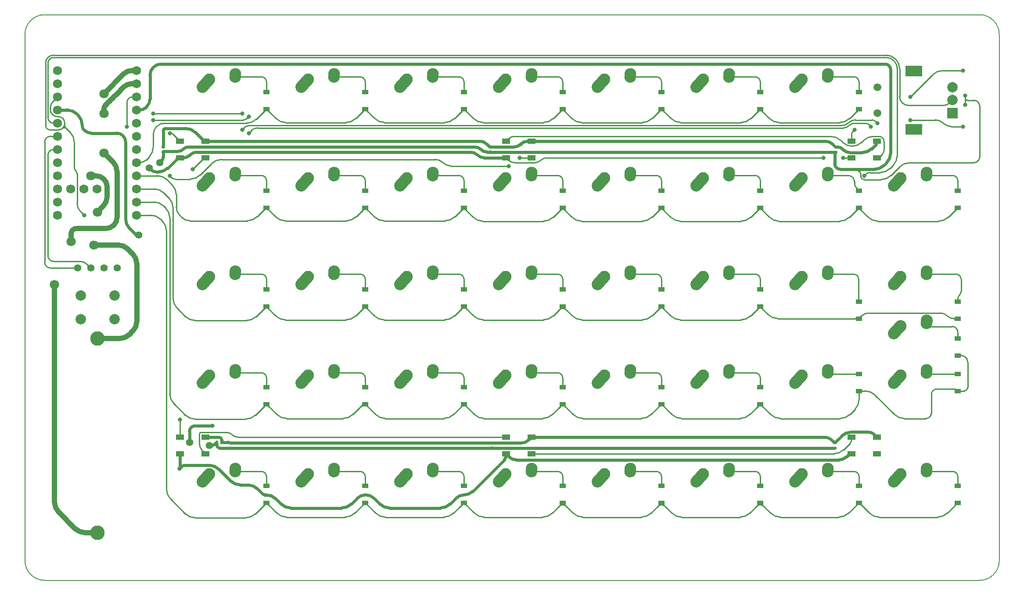
<source format=gbr>
G04 #@! TF.GenerationSoftware,KiCad,Pcbnew,(6.0.1)*
G04 #@! TF.CreationDate,2022-04-05T13:54:26+01:00*
G04 #@! TF.ProjectId,Keyboard Right Hand Side,4b657962-6f61-4726-9420-526967687420,rev?*
G04 #@! TF.SameCoordinates,Original*
G04 #@! TF.FileFunction,Copper,L2,Bot*
G04 #@! TF.FilePolarity,Positive*
%FSLAX46Y46*%
G04 Gerber Fmt 4.6, Leading zero omitted, Abs format (unit mm)*
G04 Created by KiCad (PCBNEW (6.0.1)) date 2022-04-05 13:54:26*
%MOMM*%
%LPD*%
G01*
G04 APERTURE LIST*
G04 Aperture macros list*
%AMRoundRect*
0 Rectangle with rounded corners*
0 $1 Rounding radius*
0 $2 $3 $4 $5 $6 $7 $8 $9 X,Y pos of 4 corners*
0 Add a 4 corners polygon primitive as box body*
4,1,4,$2,$3,$4,$5,$6,$7,$8,$9,$2,$3,0*
0 Add four circle primitives for the rounded corners*
1,1,$1+$1,$2,$3*
1,1,$1+$1,$4,$5*
1,1,$1+$1,$6,$7*
1,1,$1+$1,$8,$9*
0 Add four rect primitives between the rounded corners*
20,1,$1+$1,$2,$3,$4,$5,0*
20,1,$1+$1,$4,$5,$6,$7,0*
20,1,$1+$1,$6,$7,$8,$9,0*
20,1,$1+$1,$8,$9,$2,$3,0*%
%AMHorizOval*
0 Thick line with rounded ends*
0 $1 width*
0 $2 $3 position (X,Y) of the first rounded end (center of the circle)*
0 $4 $5 position (X,Y) of the second rounded end (center of the circle)*
0 Add line between two ends*
20,1,$1,$2,$3,$4,$5,0*
0 Add two circle primitives to create the rounded ends*
1,1,$1,$2,$3*
1,1,$1,$4,$5*%
G04 Aperture macros list end*
G04 #@! TA.AperFunction,Profile*
%ADD10C,0.200000*%
G04 #@! TD*
G04 #@! TA.AperFunction,ComponentPad*
%ADD11C,2.250000*%
G04 #@! TD*
G04 #@! TA.AperFunction,ComponentPad*
%ADD12HorizOval,2.250000X0.655001X0.730000X-0.655001X-0.730000X0*%
G04 #@! TD*
G04 #@! TA.AperFunction,ComponentPad*
%ADD13HorizOval,2.250000X0.020000X0.290000X-0.020000X-0.290000X0*%
G04 #@! TD*
G04 #@! TA.AperFunction,ComponentPad*
%ADD14C,2.000000*%
G04 #@! TD*
G04 #@! TA.AperFunction,ComponentPad*
%ADD15C,1.500000*%
G04 #@! TD*
G04 #@! TA.AperFunction,ComponentPad*
%ADD16R,2.000000X2.000000*%
G04 #@! TD*
G04 #@! TA.AperFunction,ComponentPad*
%ADD17R,3.200000X2.000000*%
G04 #@! TD*
G04 #@! TA.AperFunction,ComponentPad*
%ADD18C,1.397000*%
G04 #@! TD*
G04 #@! TA.AperFunction,ComponentPad*
%ADD19C,1.752600*%
G04 #@! TD*
G04 #@! TA.AperFunction,ComponentPad*
%ADD20C,2.800000*%
G04 #@! TD*
G04 #@! TA.AperFunction,SMDPad,CuDef*
%ADD21R,1.200000X0.900000*%
G04 #@! TD*
G04 #@! TA.AperFunction,SMDPad,CuDef*
%ADD22RoundRect,0.140000X-0.140000X-0.170000X0.140000X-0.170000X0.140000X0.170000X-0.140000X0.170000X0*%
G04 #@! TD*
G04 #@! TA.AperFunction,SMDPad,CuDef*
%ADD23R,1.500000X1.000000*%
G04 #@! TD*
G04 #@! TA.AperFunction,SMDPad,CuDef*
%ADD24RoundRect,0.140000X0.170000X-0.140000X0.170000X0.140000X-0.170000X0.140000X-0.170000X-0.140000X0*%
G04 #@! TD*
G04 #@! TA.AperFunction,ViaPad*
%ADD25C,0.800000*%
G04 #@! TD*
G04 #@! TA.AperFunction,ViaPad*
%ADD26C,1.800000*%
G04 #@! TD*
G04 #@! TA.AperFunction,ViaPad*
%ADD27C,1.400000*%
G04 #@! TD*
G04 #@! TA.AperFunction,Conductor*
%ADD28C,0.250000*%
G04 #@! TD*
G04 #@! TA.AperFunction,Conductor*
%ADD29C,0.600000*%
G04 #@! TD*
G04 #@! TA.AperFunction,Conductor*
%ADD30C,1.000000*%
G04 #@! TD*
G04 APERTURE END LIST*
D10*
X264793323Y-41276677D02*
G75*
G03*
X260983323Y-37466677I-3809999J1D01*
G01*
X260983323Y-146683323D02*
G75*
G03*
X264793323Y-142873323I1J3809999D01*
G01*
X80646677Y-37466677D02*
X260983323Y-37466677D01*
X76836677Y-142873323D02*
X76836677Y-41276677D01*
X260983323Y-146683323D02*
X80646677Y-146683323D01*
X80646677Y-37466677D02*
G75*
G03*
X76836677Y-41276677I-1J-3809999D01*
G01*
X76836677Y-142873323D02*
G75*
G03*
X80646677Y-146683323I3809999J-1D01*
G01*
X264793323Y-41276677D02*
X264793323Y-142873323D01*
D11*
X226707300Y-49983000D03*
D12*
X226052301Y-50713000D03*
D11*
X231747300Y-48903000D03*
D13*
X231727300Y-49193000D03*
D11*
X169557300Y-88083000D03*
D12*
X168902301Y-88813000D03*
D13*
X174577300Y-87293000D03*
D11*
X174597300Y-87003000D03*
D12*
X187952301Y-126913000D03*
D11*
X188607300Y-126183000D03*
D13*
X193627300Y-125393000D03*
D11*
X193647300Y-125103000D03*
D12*
X187952301Y-69763000D03*
D11*
X188607300Y-69033000D03*
D13*
X193627300Y-68243000D03*
D11*
X193647300Y-67953000D03*
X131457300Y-107133000D03*
D12*
X130802301Y-107863000D03*
D11*
X136497300Y-106053000D03*
D13*
X136477300Y-106343000D03*
D12*
X130802301Y-88813000D03*
D11*
X131457300Y-88083000D03*
D13*
X136477300Y-87293000D03*
D11*
X136497300Y-87003000D03*
X207657300Y-88083000D03*
D12*
X207002301Y-88813000D03*
D13*
X212677300Y-87293000D03*
D11*
X212697300Y-87003000D03*
D12*
X111752301Y-50713000D03*
D11*
X112407300Y-49983000D03*
D13*
X117427300Y-49193000D03*
D11*
X117447300Y-48903000D03*
X226707300Y-107133000D03*
D12*
X226052301Y-107863000D03*
D11*
X231747300Y-106053000D03*
D13*
X231727300Y-106343000D03*
D12*
X168902301Y-50713000D03*
D11*
X169557300Y-49983000D03*
D13*
X174577300Y-49193000D03*
D11*
X174597300Y-48903000D03*
D12*
X226052301Y-88813000D03*
D11*
X226707300Y-88083000D03*
D13*
X231727300Y-87293000D03*
D11*
X231747300Y-87003000D03*
X150507300Y-69033000D03*
D12*
X149852301Y-69763000D03*
D13*
X155527300Y-68243000D03*
D11*
X155547300Y-67953000D03*
D12*
X168902301Y-69763000D03*
D11*
X169557300Y-69033000D03*
X174597300Y-67953000D03*
D13*
X174577300Y-68243000D03*
D11*
X112407300Y-126183000D03*
D12*
X111752301Y-126913000D03*
D13*
X117427300Y-125393000D03*
D11*
X117447300Y-125103000D03*
D12*
X130802301Y-126913000D03*
D11*
X131457300Y-126183000D03*
D13*
X136477300Y-125393000D03*
D11*
X136497300Y-125103000D03*
X245757300Y-126183000D03*
D12*
X245102301Y-126913000D03*
D13*
X250777300Y-125393000D03*
D11*
X250797300Y-125103000D03*
D14*
X87630000Y-91730000D03*
X94130000Y-91730000D03*
X87630000Y-96230000D03*
X94130000Y-96230000D03*
D11*
X188607300Y-107133000D03*
D12*
X187952301Y-107863000D03*
D13*
X193627300Y-106343000D03*
D11*
X193647300Y-106053000D03*
X150507300Y-49983000D03*
D12*
X149852301Y-50713000D03*
D13*
X155527300Y-49193000D03*
D11*
X155547300Y-48903000D03*
X131457300Y-69033000D03*
D12*
X130802301Y-69763000D03*
D13*
X136477300Y-68243000D03*
D11*
X136497300Y-67953000D03*
D12*
X187952301Y-88813000D03*
D11*
X188607300Y-88083000D03*
D13*
X193627300Y-87293000D03*
D11*
X193647300Y-87003000D03*
X226707300Y-69033000D03*
D12*
X226052301Y-69763000D03*
D11*
X231747300Y-67953000D03*
D13*
X231727300Y-68243000D03*
D12*
X245102301Y-69763000D03*
D11*
X245757300Y-69033000D03*
D13*
X250777300Y-68243000D03*
D11*
X250797300Y-67953000D03*
D12*
X168902301Y-107863000D03*
D11*
X169557300Y-107133000D03*
D13*
X174577300Y-106343000D03*
D11*
X174597300Y-106053000D03*
X207657300Y-69033000D03*
D12*
X207002301Y-69763000D03*
D13*
X212677300Y-68243000D03*
D11*
X212697300Y-67953000D03*
D12*
X168902301Y-126913000D03*
D11*
X169557300Y-126183000D03*
X174597300Y-125103000D03*
D13*
X174577300Y-125393000D03*
D12*
X149852301Y-126913000D03*
D11*
X150507300Y-126183000D03*
D13*
X155527300Y-125393000D03*
D11*
X155547300Y-125103000D03*
X131457300Y-49983000D03*
D12*
X130802301Y-50713000D03*
D11*
X136497300Y-48903000D03*
D13*
X136477300Y-49193000D03*
D15*
X241275000Y-51470000D03*
X241275000Y-56470000D03*
D16*
X255775000Y-56470000D03*
D14*
X255775000Y-51470000D03*
X255775000Y-53970000D03*
D17*
X248275000Y-48370000D03*
X248275000Y-59570000D03*
D11*
X245772300Y-97603000D03*
D12*
X245117301Y-98333000D03*
D13*
X250792300Y-96813000D03*
D11*
X250812300Y-96523000D03*
D12*
X245087301Y-107863000D03*
D11*
X245742300Y-107133000D03*
D13*
X250762300Y-106343000D03*
D11*
X250782300Y-106053000D03*
D12*
X111752301Y-69763000D03*
D11*
X112407300Y-69033000D03*
X117447300Y-67953000D03*
D13*
X117427300Y-68243000D03*
D11*
X207657300Y-49983000D03*
D12*
X207002301Y-50713000D03*
D11*
X212697300Y-48903000D03*
D13*
X212677300Y-49193000D03*
D12*
X149852301Y-107863000D03*
D11*
X150507300Y-107133000D03*
X155547300Y-106053000D03*
D13*
X155527300Y-106343000D03*
D11*
X226707300Y-126183000D03*
D12*
X226052301Y-126913000D03*
D11*
X231747300Y-125103000D03*
D13*
X231727300Y-125393000D03*
D18*
X94605000Y-86360000D03*
X92065000Y-86360000D03*
X89525000Y-86360000D03*
X86985000Y-86360000D03*
D11*
X207657300Y-126183000D03*
D12*
X207002301Y-126913000D03*
D13*
X212677300Y-125393000D03*
D11*
X212697300Y-125103000D03*
X207657300Y-107133000D03*
D12*
X207002301Y-107863000D03*
D11*
X212697300Y-106053000D03*
D13*
X212677300Y-106343000D03*
D19*
X83157300Y-48234750D03*
X83157300Y-50774750D03*
X83157300Y-53314750D03*
X83157300Y-55854750D03*
X83157300Y-58394750D03*
X83157300Y-60934750D03*
X83157300Y-63474750D03*
X83157300Y-66014750D03*
X83157300Y-68554750D03*
X83157300Y-71094750D03*
X83157300Y-73634750D03*
X83157300Y-76174750D03*
X98397300Y-76174750D03*
X98397300Y-73634750D03*
X98397300Y-71094750D03*
X98397300Y-68554750D03*
X98397300Y-66014750D03*
X98397300Y-63474750D03*
X98397300Y-60934750D03*
X98397300Y-58394750D03*
X98397300Y-55854750D03*
X98397300Y-53314750D03*
X98397300Y-50774750D03*
X98397300Y-48234750D03*
X85697300Y-71094750D03*
X88237300Y-71094750D03*
X90777300Y-71094750D03*
D12*
X111752301Y-107863000D03*
D11*
X112407300Y-107133000D03*
D13*
X117427300Y-106343000D03*
D11*
X117447300Y-106053000D03*
D20*
X90805000Y-137495000D03*
X90805000Y-99995000D03*
D12*
X149852301Y-88813000D03*
D11*
X150507300Y-88083000D03*
X155547300Y-87003000D03*
D13*
X155527300Y-87293000D03*
D11*
X112407300Y-88083000D03*
D12*
X111752301Y-88813000D03*
D13*
X117427300Y-87293000D03*
D11*
X117447300Y-87003000D03*
X188607300Y-49983000D03*
D12*
X187952301Y-50713000D03*
D13*
X193627300Y-49193000D03*
D11*
X193647300Y-48903000D03*
D12*
X245057301Y-88813000D03*
D11*
X245712300Y-88083000D03*
D13*
X250732300Y-87293000D03*
D11*
X250752300Y-87003000D03*
D21*
X237732300Y-74724800D03*
X237732300Y-71424800D03*
X199632300Y-55674800D03*
X199632300Y-52374800D03*
X199632300Y-112648000D03*
X199632300Y-109348000D03*
D22*
X113820000Y-120015000D03*
X114780000Y-120015000D03*
D23*
X174535000Y-61900000D03*
X174535000Y-65100000D03*
X169635000Y-65100000D03*
X169635000Y-61900000D03*
D21*
X180582300Y-55674800D03*
X180582300Y-52374800D03*
X256782300Y-96138000D03*
X256782300Y-92838000D03*
X161532300Y-112648000D03*
X161532300Y-109348000D03*
D23*
X241210000Y-119050000D03*
X241210000Y-122250000D03*
X236310000Y-122250000D03*
X236310000Y-119050000D03*
D21*
X161532300Y-55674800D03*
X161532300Y-52374800D03*
X237732300Y-55674800D03*
X237732300Y-52374800D03*
D24*
X233200000Y-63980000D03*
X233200000Y-63020000D03*
D23*
X174535000Y-119050000D03*
X174535000Y-122250000D03*
X169635000Y-122250000D03*
X169635000Y-119050000D03*
D21*
X180582300Y-131698000D03*
X180582300Y-128398000D03*
X123432300Y-55674800D03*
X123432300Y-52374800D03*
X256782300Y-103250000D03*
X256782300Y-99950000D03*
X161532300Y-131698000D03*
X161532300Y-128398000D03*
X256782300Y-110108000D03*
X256782300Y-106808000D03*
X199632300Y-74724800D03*
X199632300Y-71424800D03*
X161532300Y-74724800D03*
X161532300Y-71424800D03*
X218682300Y-112648000D03*
X218682300Y-109348000D03*
X180582300Y-112648000D03*
X180582300Y-109348000D03*
X142482300Y-131698000D03*
X142482300Y-128398000D03*
X142482300Y-93774800D03*
X142482300Y-90474800D03*
D24*
X166497000Y-63980000D03*
X166497000Y-63020000D03*
D21*
X256782300Y-131698000D03*
X256782300Y-128398000D03*
X199632300Y-131698000D03*
X199632300Y-128398000D03*
X123432300Y-112648000D03*
X123432300Y-109348000D03*
X199632300Y-93774800D03*
X199632300Y-90474800D03*
X180582300Y-74724800D03*
X180582300Y-71424800D03*
X237732300Y-131698000D03*
X237732300Y-128398000D03*
X237732300Y-110108000D03*
X237732300Y-106808000D03*
X123432300Y-74724800D03*
X123432300Y-71424800D03*
X218682300Y-131698000D03*
X218682300Y-128398000D03*
D24*
X103505000Y-63980000D03*
X103505000Y-63020000D03*
D21*
X142482300Y-112648000D03*
X142482300Y-109348000D03*
X142482300Y-55674800D03*
X142482300Y-52374800D03*
X218682300Y-93774800D03*
X218682300Y-90474800D03*
X123432300Y-93774800D03*
X123432300Y-90474800D03*
X218682300Y-74724800D03*
X218682300Y-71424800D03*
D23*
X111670000Y-61900000D03*
X111670000Y-65100000D03*
X106770000Y-65100000D03*
X106770000Y-61900000D03*
X241210000Y-61900000D03*
X241210000Y-65100000D03*
X236310000Y-65100000D03*
X236310000Y-61900000D03*
D21*
X180582300Y-93774800D03*
X180582300Y-90474800D03*
X161532300Y-93774800D03*
X161532300Y-90474800D03*
X256782300Y-74724800D03*
X256782300Y-71424800D03*
X237732300Y-96138000D03*
X237732300Y-92838000D03*
D23*
X111670000Y-119050000D03*
X111670000Y-122250000D03*
X106770000Y-122250000D03*
X106770000Y-119050000D03*
D21*
X123432300Y-131698000D03*
X123432300Y-128398000D03*
D24*
X167005000Y-121130000D03*
X167005000Y-120170000D03*
D21*
X142482300Y-74724800D03*
X142482300Y-71424800D03*
X218682300Y-55674800D03*
X218682300Y-52374800D03*
D24*
X233045000Y-121130000D03*
X233045000Y-120170000D03*
D25*
X230835000Y-65100000D03*
X234645000Y-65100000D03*
D26*
X90805000Y-75565000D03*
X90170000Y-81915000D03*
X85725000Y-81280000D03*
X82550000Y-89535000D03*
D27*
X98806000Y-80010000D03*
X100838000Y-67056000D03*
D25*
X88265000Y-76200000D03*
X258217500Y-54837500D03*
X113030000Y-116840000D03*
D27*
X102870000Y-66040000D03*
D25*
X258217500Y-53112500D03*
D27*
X112395000Y-120650000D03*
X108585000Y-120015000D03*
D26*
X92075000Y-56515000D03*
X92075000Y-64135000D03*
X89535000Y-68580000D03*
X92075000Y-52705000D03*
D25*
X106680000Y-125095000D03*
X236855000Y-59690000D03*
X238760000Y-68580000D03*
X247650000Y-57785000D03*
X120015000Y-60325000D03*
X120015000Y-57150000D03*
X240030000Y-59055000D03*
X101600000Y-57785000D03*
X257810000Y-59055000D03*
X101600000Y-56515000D03*
X247650000Y-53340000D03*
X118745000Y-59690000D03*
X241300000Y-58420000D03*
X257810000Y-48260000D03*
X118745000Y-56515000D03*
X104775000Y-60325000D03*
X172236017Y-65100000D03*
X170180000Y-66675000D03*
X104775000Y-68580000D03*
X106770000Y-115660000D03*
X109220000Y-67310000D03*
X96520000Y-59055000D03*
D28*
X241570000Y-60960000D02*
G75*
G02*
X242570000Y-61959999I1J-999999D01*
G01*
X236414202Y-62865000D02*
G75*
G03*
X238250703Y-62104295I-2J2597205D01*
G01*
X238598103Y-61756896D02*
G75*
G02*
X240521981Y-60960000I1923876J-1923874D01*
G01*
X236414202Y-62865000D02*
G75*
G02*
X234577699Y-62104295I2J2597210D01*
G01*
X232306422Y-60960000D02*
G75*
G02*
X234230300Y-61756896I2J-2720770D01*
G01*
X108697691Y-77264800D02*
X108697604Y-77264800D01*
X127099406Y-77264800D02*
X127099356Y-77264800D01*
X127099299Y-77264800D02*
X127099281Y-77264800D01*
X127099318Y-77264800D02*
X127099311Y-77264800D01*
X108698170Y-77264800D02*
X108697822Y-77264800D01*
X127099337Y-77264800D02*
X127099318Y-77264800D01*
X108697430Y-77264800D02*
X108697343Y-77264800D01*
X108697604Y-77264800D02*
X108697517Y-77264800D01*
X107105173Y-64764809D02*
G75*
G02*
X107105588Y-64764394I43263J-42848D01*
G01*
X107040714Y-64829268D02*
G75*
G02*
X107040779Y-64829203I1088J-1023D01*
G01*
X107036535Y-64833444D02*
G75*
G02*
X107036832Y-64833147I22200J-21903D01*
G01*
X107117515Y-64752468D02*
G75*
G02*
X107117714Y-64752268I19999J-19700D01*
G01*
X107044494Y-64825487D02*
G75*
G02*
X107044607Y-64825372I3334J-3163D01*
G01*
X107040521Y-64829463D02*
G75*
G02*
X107040584Y-64829398I1071J-975D01*
G01*
X107062465Y-64807519D02*
G75*
G02*
X107062538Y-64807446I2736J-2627D01*
G01*
X107067368Y-64802615D02*
G75*
G02*
X107067545Y-64802436I8053J-7786D01*
G01*
X107066111Y-64803864D02*
G75*
G02*
X107066294Y-64803687I966675713J-1008937960D01*
G01*
X107137190Y-64732800D02*
G75*
G02*
X107137197Y-64732792I32J-21D01*
G01*
X107114414Y-64755570D02*
G75*
G02*
X107114509Y-64755475I2303J-2208D01*
G01*
X107063391Y-64806594D02*
G75*
G02*
X107063395Y-64806590I7J-3D01*
G01*
X107044697Y-64825283D02*
G75*
G02*
X107044860Y-64825120I6723J-6560D01*
G01*
X107119773Y-64750201D02*
G75*
G02*
X107119936Y-64750046I966622051J-1008991623D01*
G01*
X107137260Y-64732730D02*
G75*
G02*
X107137265Y-64732725I7J-2D01*
G01*
X107041751Y-64828232D02*
G75*
G02*
X107041785Y-64828199I561J-544D01*
G01*
X107039158Y-64830825D02*
G75*
G02*
X107039283Y-64830698I4062J-3873D01*
G01*
X107084036Y-64785916D02*
G75*
G02*
X107084699Y-64785282I966657788J-1008955908D01*
G01*
X107113420Y-64756565D02*
G75*
G02*
X107113639Y-64756346I12099J-11880D01*
G01*
X107073393Y-64796586D02*
G75*
G02*
X107073576Y-64796403I8464J-8281D01*
G01*
X107038778Y-64831200D02*
G75*
G02*
X107038904Y-64831075I7875J-7812D01*
G01*
X107046957Y-64823025D02*
G75*
G02*
X107046976Y-64823005I134J-103D01*
G01*
X107122210Y-64747770D02*
G75*
G02*
X107122411Y-64747570I20200J-20100D01*
G01*
X107118836Y-64751148D02*
G75*
G02*
X107118955Y-64751029I3599J-3480D01*
G01*
X107107250Y-64762731D02*
G75*
G02*
X107107669Y-64762312I44100J-43681D01*
G01*
X107040649Y-64829333D02*
G75*
G02*
X107040714Y-64829268I1088J-1023D01*
G01*
X107070904Y-64799075D02*
G75*
G02*
X107071019Y-64798960I3363J-3248D01*
G01*
X107039615Y-64830364D02*
G75*
G02*
X107039686Y-64830295I1243J-1208D01*
G01*
X107109871Y-64760099D02*
G75*
G02*
X107110157Y-64759825I966631953J-1008981725D01*
G01*
X107113695Y-64756291D02*
G75*
G02*
X107113805Y-64756182I5995J-5940D01*
G01*
X107132579Y-64737404D02*
G75*
G02*
X107132678Y-64737305I2498J-2399D01*
G01*
X107038248Y-64831732D02*
G75*
G02*
X107038429Y-64831551I8280J-8099D01*
G01*
X107038905Y-64831076D02*
G75*
G02*
X107039032Y-64830951I4000J-3937D01*
G01*
X107039826Y-64830155D02*
G75*
G02*
X107039896Y-64830086I2415J-2380D01*
G01*
X107040909Y-64829070D02*
G75*
G02*
X107041098Y-64828882I17860J-17766D01*
G01*
X107109618Y-64760365D02*
G75*
G02*
X107109856Y-64760126I28678J-28320D01*
G01*
X107039297Y-64830685D02*
G75*
G02*
X107039449Y-64830532I11780J-11551D01*
G01*
X107041683Y-64828298D02*
G75*
G02*
X107041718Y-64828265I966700141J-1008913526D01*
G01*
X107046989Y-64822990D02*
G75*
G02*
X107047010Y-64822971I125J-117D01*
G01*
X107121372Y-64748609D02*
X107121212Y-64748769D01*
X107111799Y-64758182D02*
X107111438Y-64758543D01*
X107039756Y-64830225D02*
X107039686Y-64830295D01*
X107115127Y-64754858D02*
X107114746Y-64755237D01*
X107101947Y-64768034D02*
X107101106Y-64768873D01*
D29*
X107111687Y-65100000D02*
X107105562Y-65100000D01*
D28*
X107035483Y-64834498D02*
X107035225Y-64834757D01*
D29*
X107357124Y-65100000D02*
X107346624Y-65100000D01*
D28*
X107118215Y-64751768D02*
X107117814Y-64752168D01*
X107103430Y-64766553D02*
X107103005Y-64766976D01*
X107112977Y-64757005D02*
X107112756Y-64757225D01*
X107121052Y-64748929D02*
X107120893Y-64749089D01*
X107043411Y-64826568D02*
X107043164Y-64826816D01*
D29*
X107400436Y-65100000D02*
X107375061Y-65100000D01*
X107081500Y-65100000D02*
X107039500Y-65100000D01*
X106965561Y-65100000D02*
X106905186Y-65100000D01*
D28*
X107088421Y-64781557D02*
X107088268Y-64781711D01*
D29*
X107300796Y-65100000D02*
X107291390Y-65100000D01*
D28*
X107066836Y-64803145D02*
X107066654Y-64803327D01*
D29*
X107444953Y-65100000D02*
X107436859Y-65100000D01*
D28*
X107080680Y-64789298D02*
X107079206Y-64790772D01*
X107091170Y-64778809D02*
X107090255Y-64779724D01*
X107067189Y-64802792D02*
X107067012Y-64802969D01*
X107081979Y-64788000D02*
X107080858Y-64789121D01*
X107096060Y-64773918D02*
X107095337Y-64774641D01*
X107104343Y-64765639D02*
X107103928Y-64766054D01*
X107067012Y-64802969D02*
X107066836Y-64803145D01*
X107071133Y-64798845D02*
X107071019Y-64798960D01*
D29*
X106569843Y-65100000D02*
X106563281Y-65100000D01*
X106829171Y-65100000D02*
X106800077Y-65100000D01*
D28*
X107100223Y-64769757D02*
X107099352Y-64770626D01*
D29*
X107418921Y-65100000D02*
X107407327Y-65100000D01*
D28*
X107066474Y-64803507D02*
X107066294Y-64803687D01*
X107090255Y-64779724D02*
X107089339Y-64780638D01*
X107063390Y-64806594D02*
X107063375Y-64806609D01*
X107118616Y-64751365D02*
X107118215Y-64751768D01*
X107071959Y-64798020D02*
X107071675Y-64798304D01*
X107072819Y-64797160D02*
X107072637Y-64797342D01*
X107042850Y-64827130D02*
X107042725Y-64827256D01*
D29*
X107430515Y-65100000D02*
X107418921Y-65100000D01*
D28*
X107038778Y-64831200D02*
X107038652Y-64831325D01*
X107083100Y-64786879D02*
X107081979Y-64788000D01*
X107043164Y-64826816D02*
X107042913Y-64827067D01*
X107067678Y-64802302D02*
X107067589Y-64802391D01*
X107105173Y-64764809D02*
X107104758Y-64765224D01*
X107101092Y-64768888D02*
X107100223Y-64769757D01*
X107074392Y-64795586D02*
X107074031Y-64795948D01*
X107041954Y-64828028D02*
X107041923Y-64828060D01*
X107035225Y-64834757D02*
X107034966Y-64835016D01*
X107102787Y-64767194D02*
X107101947Y-64768034D01*
X107137155Y-64732835D02*
X107137140Y-64732850D01*
X107073184Y-64796796D02*
X107073001Y-64796978D01*
D29*
X107310202Y-65100000D02*
X107300796Y-65100000D01*
D28*
X107067367Y-64802614D02*
X107067189Y-64802792D01*
X107072637Y-64797342D02*
X107072455Y-64797524D01*
X107127594Y-64742387D02*
X107127303Y-64742677D01*
X107114319Y-64755665D02*
X107114224Y-64755760D01*
X107071675Y-64798304D02*
X107071391Y-64798588D01*
D29*
X107105562Y-65100000D02*
X107099437Y-65100000D01*
X106782249Y-65100000D02*
X106780062Y-65100000D01*
D28*
X107070790Y-64799189D02*
X107070677Y-64799304D01*
X107086342Y-64783639D02*
X107085845Y-64784134D01*
X107063009Y-64806974D02*
X107062930Y-64807053D01*
D29*
X106646296Y-65100000D02*
X106631202Y-65100000D01*
X106708312Y-65100000D02*
X106699124Y-65100000D01*
X107254750Y-65100000D02*
X107227188Y-65100000D01*
D28*
X107095154Y-64774825D02*
X107094065Y-64775914D01*
D29*
X107039500Y-65100000D02*
X106997500Y-65100000D01*
D28*
X107137280Y-64732710D02*
X107137265Y-64732725D01*
X107096783Y-64773195D02*
X107096060Y-64773918D01*
X107034709Y-64835275D02*
X107034451Y-64835534D01*
X107111218Y-64758763D02*
X107110417Y-64759564D01*
X107097506Y-64772471D02*
X107096783Y-64773195D01*
D29*
X106786623Y-65100000D02*
X106784436Y-65100000D01*
X106597078Y-65100000D02*
X106585484Y-65100000D01*
D28*
X107066654Y-64803327D02*
X107066474Y-64803507D01*
X107074031Y-64795948D02*
X107073670Y-64796309D01*
X107089150Y-64780828D02*
X107088613Y-64781365D01*
X107085826Y-64784154D02*
X107085291Y-64784689D01*
X107077349Y-64792629D02*
X107076620Y-64793358D01*
D29*
X107282312Y-65100000D02*
X107254750Y-65100000D01*
X106905186Y-65100000D02*
X106844811Y-65100000D01*
X106717500Y-65100000D02*
X106708312Y-65100000D01*
D28*
X107039157Y-64830824D02*
X107039031Y-64830950D01*
X107078835Y-64791143D02*
X107078102Y-64791876D01*
X107075785Y-64794195D02*
X107075234Y-64794746D01*
D29*
X106784436Y-65100000D02*
X106782249Y-65100000D01*
D28*
X107120035Y-64749946D02*
X107119995Y-64749986D01*
D29*
X106615561Y-65100000D02*
X106599374Y-65100000D01*
D28*
X107092204Y-64777776D02*
X107091210Y-64778770D01*
X107127190Y-64742791D02*
X107127070Y-64742911D01*
X107107250Y-64762731D02*
X107106830Y-64763150D01*
D29*
X106726688Y-65100000D02*
X106717500Y-65100000D01*
X107367624Y-65100000D02*
X107357124Y-65100000D01*
D28*
X107137237Y-64732752D02*
X107137222Y-64732767D01*
X107137182Y-64732807D02*
X107137167Y-64732822D01*
X107085291Y-64784689D02*
X107084756Y-64785224D01*
D29*
X106694421Y-65100000D02*
X106675827Y-65100000D01*
D28*
X107114604Y-64755380D02*
X107114509Y-64755475D01*
D29*
X106585484Y-65100000D02*
X106573890Y-65100000D01*
X106631202Y-65100000D02*
X106616108Y-65100000D01*
D28*
X107132301Y-64737680D02*
X107132196Y-64737785D01*
D29*
X107183000Y-65100000D02*
X107153250Y-65100000D01*
D28*
X107108999Y-64760983D02*
X107108479Y-64761503D01*
D29*
X107153250Y-65100000D02*
X107123500Y-65100000D01*
D28*
X107042033Y-64827949D02*
X107041970Y-64828012D01*
X107036535Y-64833444D02*
X107036238Y-64833741D01*
D30*
X93563279Y-53756716D02*
X93364841Y-53955153D01*
X92452030Y-54867967D02*
X92412343Y-54907656D01*
X93761716Y-53558279D02*
X93563279Y-53756716D01*
X92531404Y-54788592D02*
X92491717Y-54828280D01*
X92571091Y-54748904D02*
X92531404Y-54788592D01*
X92789373Y-54530621D02*
X92630623Y-54689372D01*
X93206090Y-54113904D02*
X93166401Y-54153592D01*
X93245779Y-54074215D02*
X93206090Y-54113904D01*
X94614999Y-52704999D02*
X93979998Y-53339998D01*
X93106871Y-54213123D02*
X92948122Y-54371872D01*
X92948122Y-54371872D02*
X92789373Y-54530621D01*
D29*
X233604997Y-119610001D02*
G75*
G02*
X233604999Y-119610001I1J-954131823D01*
G01*
X233604999Y-119610001D02*
G75*
G03*
X233604999Y-119609997I-1307346823J2D01*
G01*
X233604999Y-119610001D02*
G75*
G02*
X233604999Y-119610001I0J0D01*
G01*
X233604999Y-119610001D02*
G75*
G03*
X233604999Y-119609998I-1307346823J1D01*
G01*
X233324998Y-119889999D02*
G75*
G02*
X232765000Y-119890000I-279999J280001D01*
G01*
D28*
X166954439Y-120170000D02*
X166954289Y-120170000D01*
X166999536Y-120170000D02*
X166999385Y-120170000D01*
X166990519Y-120170000D02*
X166990369Y-120170000D01*
X166994276Y-120170000D02*
X166994239Y-120170000D01*
X166993527Y-120170000D02*
X166993189Y-120170000D01*
X167013706Y-120170000D02*
X167013629Y-120170000D01*
X166943729Y-120170000D02*
X166943664Y-120170000D01*
X166943214Y-120170000D02*
X166943167Y-120170000D01*
X166999848Y-120170000D02*
X166999687Y-120170000D01*
X167049598Y-120170000D02*
X167048094Y-120170000D01*
X166958648Y-120170000D02*
X166958047Y-120170000D01*
X166965413Y-120170000D02*
X166965263Y-120170000D01*
X166995376Y-120170000D02*
X166995283Y-120170000D01*
X166953537Y-120170000D02*
X166953387Y-120170000D01*
X166953161Y-120170000D02*
X166952860Y-120170000D01*
X167013369Y-120170000D02*
X167012771Y-120170000D01*
X166960151Y-120170000D02*
X166959850Y-120170000D01*
X166944414Y-120170000D02*
X166944217Y-120170000D01*
X166977974Y-120170000D02*
X166977691Y-120170000D01*
X166978641Y-120170000D02*
X166978491Y-120170000D01*
X166946622Y-120170000D02*
X166946472Y-120170000D01*
X167046402Y-120170000D02*
X167044823Y-120170000D01*
X167055460Y-120170000D02*
X167054257Y-120170000D01*
X166962520Y-120170000D02*
X166962144Y-120170000D01*
X166981984Y-120170000D02*
X166981609Y-120170000D01*
X166967705Y-120170000D02*
X166966991Y-120170000D01*
X166954815Y-120170000D02*
X166954702Y-120170000D01*
X166943803Y-120170000D02*
X166943766Y-120170000D01*
X167052304Y-120170000D02*
X167052004Y-120170000D01*
X166959625Y-120170000D02*
X166959475Y-120170000D01*
X166989162Y-120170000D02*
X166989125Y-120170000D01*
X166989615Y-120170000D02*
X166989464Y-120170000D01*
X167057415Y-120170000D02*
X167057114Y-120170000D01*
X166964915Y-120170000D02*
X166964670Y-120170000D01*
X166985709Y-120170000D02*
X166985107Y-120170000D01*
X166994878Y-120170000D02*
X166994577Y-120170000D01*
X166983902Y-120170000D02*
X166983601Y-120170000D01*
X167003107Y-120170000D02*
X167002582Y-120170000D01*
X166991534Y-120170000D02*
X166991459Y-120170000D01*
X167011574Y-120170000D02*
X167011119Y-120170000D01*
X166954589Y-120170000D02*
X166954542Y-120170000D01*
X166956844Y-120170000D02*
X166956243Y-120170000D01*
X166949223Y-120170000D02*
X166948829Y-120170000D01*
X167012771Y-120170000D02*
X167012173Y-120170000D01*
X166943053Y-120170000D02*
X166943017Y-120170000D01*
X166999687Y-120170000D02*
X166999536Y-120170000D01*
X166993865Y-120170000D02*
X166993527Y-120170000D01*
X166943467Y-120170000D02*
X166943317Y-120170000D01*
X166989051Y-120170000D02*
X166988939Y-120170000D01*
X166989464Y-120170000D02*
X166989313Y-120170000D01*
X166965113Y-120170000D02*
X166964963Y-120170000D01*
X166954627Y-120170000D02*
X166954589Y-120170000D01*
X166997584Y-120170000D02*
X166997133Y-120170000D01*
X167047379Y-120170000D02*
X167047304Y-120170000D01*
X166948377Y-120170000D02*
X166948020Y-120170000D01*
X166944217Y-120170000D02*
X166944029Y-120170000D01*
X167044823Y-120170000D02*
X167043244Y-120170000D01*
X166990219Y-120170000D02*
X166990069Y-120170000D01*
X166976761Y-120170000D02*
X166976047Y-120170000D01*
X167000599Y-120170000D02*
X167000317Y-120170000D01*
X166945419Y-120170000D02*
X166945221Y-120170000D01*
X167052004Y-120170000D02*
X167051703Y-120170000D01*
X167041628Y-120170000D02*
X167036817Y-120170000D01*
X166999002Y-120170000D02*
X166998758Y-120170000D01*
X166968878Y-120170000D02*
X166967855Y-120170000D01*
X166954665Y-120170000D02*
X166954627Y-120170000D01*
X166944620Y-120170000D02*
X166944414Y-120170000D01*
X166965563Y-120170000D02*
X166965413Y-120170000D01*
X167058017Y-120170000D02*
X167057716Y-120170000D01*
X166994127Y-120170000D02*
X166993940Y-120170000D01*
X167003632Y-120170000D02*
X167003107Y-120170000D01*
X166946472Y-120170000D02*
X166946321Y-120170000D01*
X166951883Y-120170000D02*
X166951845Y-120170000D01*
X166989266Y-120170000D02*
X166989209Y-120170000D01*
X167020847Y-120170000D02*
X167019119Y-120170000D01*
X167000110Y-120170000D02*
X166999979Y-120170000D01*
X166970870Y-120170000D02*
X166969874Y-120170000D01*
X166995667Y-120170000D02*
X166995442Y-120170000D01*
X166945972Y-120170000D02*
X166945915Y-120170000D01*
X167011838Y-120170000D02*
X167011766Y-120170000D01*
X166955238Y-120170000D02*
X166955041Y-120170000D01*
X166959775Y-120170000D02*
X166959625Y-120170000D01*
X166975897Y-120170000D02*
X166974874Y-120170000D01*
D29*
X233604997Y-119610001D02*
X233604999Y-119609997D01*
D28*
X166950228Y-120170000D02*
X166949477Y-120170000D01*
X166955445Y-120170000D02*
X166955238Y-120170000D01*
X166951921Y-120170000D02*
X166951883Y-120170000D01*
X166947223Y-120170000D02*
X166947073Y-120170000D01*
X166945905Y-120170000D02*
X166945868Y-120170000D01*
X166995818Y-120170000D02*
X166995742Y-120170000D01*
X166966061Y-120170000D02*
X166965779Y-120170000D01*
X167004157Y-120170000D02*
X167003632Y-120170000D01*
X166953987Y-120170000D02*
X166953836Y-120170000D01*
X166979796Y-120170000D02*
X166979401Y-120170000D01*
X166943270Y-120170000D02*
X166943214Y-120170000D01*
X166950979Y-120170000D02*
X166950228Y-120170000D01*
X166987510Y-120170000D02*
X166986909Y-120170000D01*
X167006868Y-120170000D02*
X167006639Y-120170000D01*
X166945868Y-120170000D02*
X166945831Y-120170000D01*
X166946321Y-120170000D02*
X166946170Y-120170000D01*
X167050500Y-120170000D02*
X167050199Y-120170000D01*
D29*
X233604998Y-119610001D02*
X233604999Y-119609998D01*
D28*
X166969874Y-120170000D02*
X166968878Y-120170000D01*
X166947598Y-120170000D02*
X166947298Y-120170000D01*
X166978191Y-120170000D02*
X166978041Y-120170000D01*
X167010629Y-120170000D02*
X167010103Y-120170000D01*
X166990895Y-120170000D02*
X166990594Y-120170000D01*
X167047304Y-120170000D02*
X167047229Y-120170000D01*
X166997096Y-120170000D02*
X166996570Y-120170000D01*
X167011910Y-120170000D02*
X167011838Y-120170000D01*
X166943617Y-120170000D02*
X166943467Y-120170000D01*
X166981609Y-120170000D02*
X166981234Y-120170000D01*
X167058280Y-120170000D02*
X167058205Y-120170000D01*
X166988525Y-120170000D02*
X166988308Y-120170000D01*
X166996344Y-120170000D02*
X166996269Y-120170000D01*
X166946170Y-120170000D02*
X166946019Y-120170000D01*
X166945757Y-120170000D02*
X166945645Y-120170000D01*
X166965263Y-120170000D02*
X166965113Y-120170000D01*
X167002018Y-120170000D02*
X167001415Y-120170000D01*
X166966991Y-120170000D02*
X166966277Y-120170000D01*
X166984279Y-120170000D02*
X166984128Y-120170000D01*
X167052866Y-120170000D02*
X167052791Y-120170000D01*
X166960978Y-120170000D02*
X166960527Y-120170000D01*
X166960452Y-120170000D02*
X166960151Y-120170000D01*
X166978491Y-120170000D02*
X166978341Y-120170000D01*
X166946923Y-120170000D02*
X166946773Y-120170000D01*
X166948575Y-120170000D02*
X166948537Y-120170000D01*
X166999263Y-120170000D02*
X166999170Y-120170000D01*
X167018931Y-120170000D02*
X167017579Y-120170000D01*
X166958047Y-120170000D02*
X166957445Y-120170000D01*
X166994239Y-120170000D02*
X166994202Y-120170000D01*
X166964351Y-120170000D02*
X166963957Y-120170000D01*
X166959249Y-120170000D02*
X166958648Y-120170000D01*
X166954542Y-120170000D02*
X166954486Y-120170000D01*
X166995180Y-120170000D02*
X166995142Y-120170000D01*
X166954139Y-120170000D02*
X166953987Y-120170000D01*
X166988901Y-120170000D02*
X166988713Y-120170000D01*
X166979082Y-120170000D02*
X166978838Y-120170000D01*
X166995095Y-120170000D02*
X166994963Y-120170000D01*
X166984128Y-120170000D02*
X166983977Y-120170000D01*
X166948613Y-120170000D02*
X166948575Y-120170000D01*
X166985107Y-120170000D02*
X166984505Y-120170000D01*
X167051703Y-120170000D02*
X167051402Y-120170000D01*
X167006410Y-120170000D02*
X167006181Y-120170000D01*
X166953687Y-120170000D02*
X166953537Y-120170000D01*
X166995218Y-120170000D02*
X166995180Y-120170000D01*
X167032006Y-120170000D02*
X167027195Y-120170000D01*
X167058432Y-120170000D02*
X167058356Y-120170000D01*
X166978791Y-120170000D02*
X166978641Y-120170000D01*
X166989125Y-120170000D02*
X166989088Y-120170000D01*
X166943091Y-120170000D02*
X166943053Y-120170000D01*
X166973877Y-120170000D02*
X166972880Y-120170000D01*
X166948651Y-120170000D02*
X166948613Y-120170000D01*
X166957445Y-120170000D02*
X166956844Y-120170000D01*
X166952437Y-120170000D02*
X166952080Y-120170000D01*
X167057001Y-120170000D02*
X167056926Y-120170000D01*
X166995256Y-120170000D02*
X166995218Y-120170000D01*
X166994493Y-120170000D02*
X166994361Y-120170000D01*
X166983601Y-120170000D02*
X166983300Y-120170000D01*
X167053844Y-120170000D02*
X167053468Y-120170000D01*
X166943129Y-120170000D02*
X166943091Y-120170000D01*
X167053468Y-120170000D02*
X167053092Y-120170000D01*
X166954289Y-120170000D02*
X166954139Y-120170000D01*
X166955041Y-120170000D02*
X166954853Y-120170000D01*
X167027195Y-120170000D02*
X167022387Y-120170000D01*
X166994313Y-120170000D02*
X166994276Y-120170000D01*
X167058205Y-120170000D02*
X167058130Y-120170000D01*
X167056250Y-120170000D02*
X167055874Y-120170000D01*
X166983225Y-120170000D02*
X166982774Y-120170000D01*
X167013783Y-120170000D02*
X167013706Y-120170000D01*
X166990369Y-120170000D02*
X166990219Y-120170000D01*
X167002582Y-120170000D02*
X167002057Y-120170000D01*
X167009612Y-120170000D02*
X167008105Y-120170000D01*
X166943167Y-120170000D02*
X166943129Y-120170000D01*
X166995894Y-120170000D02*
X166995818Y-120170000D01*
X166953387Y-120170000D02*
X166953237Y-120170000D01*
X167014874Y-120170000D02*
X167014121Y-120170000D01*
X166980191Y-120170000D02*
X166979796Y-120170000D01*
X166998758Y-120170000D02*
X166998514Y-120170000D01*
X166945221Y-120170000D02*
X166945014Y-120170000D01*
X166963957Y-120170000D02*
X166963563Y-120170000D01*
X166943840Y-120170000D02*
X166943803Y-120170000D01*
X167000881Y-120170000D02*
X167000599Y-120170000D01*
X166989199Y-120170000D02*
X166989162Y-120170000D01*
X166947073Y-120170000D02*
X166946923Y-120170000D01*
X167036817Y-120170000D02*
X167032006Y-120170000D01*
X166992485Y-120170000D02*
X166991873Y-120170000D01*
X166951628Y-120170000D02*
X166951233Y-120170000D01*
X166977475Y-120170000D02*
X166976761Y-120170000D01*
X166965713Y-120170000D02*
X166965563Y-120170000D01*
X167057716Y-120170000D02*
X167057415Y-120170000D01*
X166999356Y-120170000D02*
X166999263Y-120170000D01*
X166956243Y-120170000D02*
X166955642Y-120170000D01*
X167050801Y-120170000D02*
X167050500Y-120170000D01*
X166945607Y-120170000D02*
X166945419Y-120170000D01*
X166943991Y-120170000D02*
X166943878Y-120170000D01*
X166989917Y-120170000D02*
X166989766Y-120170000D01*
X166962144Y-120170000D02*
X166961768Y-120170000D01*
X167052604Y-120170000D02*
X167052304Y-120170000D01*
X166974874Y-120170000D02*
X166973877Y-120170000D01*
X166943766Y-120170000D02*
X166943729Y-120170000D01*
X166986909Y-120170000D02*
X166986309Y-120170000D01*
X167006639Y-120170000D02*
X167006410Y-120170000D01*
X166993067Y-120170000D02*
X166992485Y-120170000D01*
X167016077Y-120170000D02*
X167015024Y-120170000D01*
X167007097Y-120170000D02*
X167006868Y-120170000D01*
X167056926Y-120170000D02*
X167056851Y-120170000D01*
X167056626Y-120170000D02*
X167056250Y-120170000D01*
X166991609Y-120170000D02*
X166991534Y-120170000D01*
X166945831Y-120170000D02*
X166945794Y-120170000D01*
X166988713Y-120170000D02*
X166988525Y-120170000D01*
X167011119Y-120170000D02*
X167010664Y-120170000D01*
X166998035Y-120170000D02*
X166997584Y-120170000D01*
X167017579Y-120170000D02*
X167016227Y-120170000D01*
X166996269Y-120170000D02*
X166996194Y-120170000D01*
X167052791Y-120170000D02*
X167052716Y-120170000D01*
X166999979Y-120170000D02*
X166999848Y-120170000D01*
X166988111Y-120170000D02*
X166987510Y-120170000D01*
X166951845Y-120170000D02*
X166951807Y-120170000D01*
X166986309Y-120170000D02*
X166985709Y-120170000D01*
X166989766Y-120170000D02*
X166989615Y-120170000D01*
X166978341Y-120170000D02*
X166978191Y-120170000D01*
X166346915Y-62996913D02*
G75*
G02*
X166346922Y-62996922I-1240088739J-1010744911D01*
G01*
X166352474Y-63002471D02*
G75*
G02*
X166352463Y-63002463I907389350J1136744295D01*
G01*
X166386295Y-63036295D02*
G75*
G02*
X166386295Y-63036295I0J0D01*
G01*
X166357552Y-63007549D02*
G75*
G02*
X166357545Y-63007543I907384272J1136749373D01*
G01*
X166391650Y-63041648D02*
G75*
G02*
X166391644Y-63041642I907350174J1136783472D01*
G01*
X166362164Y-63012161D02*
G75*
G02*
X166362153Y-63012152I907379660J1136753985D01*
G01*
X166324628Y-62974626D02*
G75*
G02*
X166324642Y-62974644I-1240066452J-1010767198D01*
G01*
X166322147Y-62972143D02*
G75*
G02*
X166322132Y-62972132I907419677J1136713967D01*
G01*
X111568609Y-61900000D02*
G75*
G02*
X111568597Y-61900000I-6J1135641824D01*
G01*
X166393809Y-63043807D02*
G75*
G02*
X166393818Y-63043818I-1240135633J-1010698017D01*
G01*
X166361848Y-63011846D02*
G75*
G02*
X166361855Y-63011855I-1240103672J-1010729978D01*
G01*
X166361856Y-63011854D02*
G75*
G02*
X166361861Y-63011861I-1240103680J-1010729970D01*
G01*
X166361863Y-63011859D02*
G75*
G02*
X166361847Y-63011847I907379961J1136753683D01*
G01*
X111571011Y-61900000D02*
G75*
G02*
X111571026Y-61900000I7J-1011841824D01*
G01*
X166318956Y-62968952D02*
G75*
G02*
X166318946Y-62968944I907422868J1136710776D01*
G01*
X166384645Y-63034643D02*
G75*
G02*
X166384636Y-63034636I907357179J1136776467D01*
G01*
X166344210Y-62994207D02*
G75*
G02*
X166344202Y-62994200I907397614J1136736031D01*
G01*
X166370112Y-63020110D02*
G75*
G02*
X166370103Y-63020103I907371712J1136761934D01*
G01*
X166387756Y-63037751D02*
G75*
G02*
X166387737Y-63037736I907354068J1136779575D01*
G01*
X166397982Y-63047980D02*
G75*
G02*
X166397974Y-63047974I907343842J1136789804D01*
G01*
X111575720Y-61900000D02*
G75*
G02*
X111575720Y-61900000I0J0D01*
G01*
X166321934Y-62971934D02*
G75*
G02*
X166321939Y-62971939I-1240063758J-1010769890D01*
G01*
X166321940Y-62971938D02*
G75*
G02*
X166321934Y-62971934I907419884J1136713762D01*
G01*
X166321934Y-62971934D02*
G75*
G02*
X166321934Y-62971934I0J0D01*
G01*
X166342746Y-62992743D02*
G75*
G02*
X166342735Y-62992734I907399078J1136734567D01*
G01*
X111585318Y-61900000D02*
G75*
G02*
X111585326Y-61900000I4J-1011841824D01*
G01*
X111578938Y-61900000D02*
G75*
G02*
X111578947Y-61900000I4J-1011841824D01*
G01*
X111584892Y-61900000D02*
G75*
G02*
X111584905Y-61900000I6J-1011841824D01*
G01*
X166337940Y-62987935D02*
G75*
G02*
X166337920Y-62987920I907403884J1136729759D01*
G01*
X111593278Y-61900000D02*
G75*
G02*
X111593274Y-61900000I-2J1135641824D01*
G01*
X111563820Y-61900000D02*
G75*
G02*
X111563820Y-61900000I0J0D01*
G01*
X111587591Y-61900000D02*
G75*
G03*
X111587591Y-61900000I0J0D01*
G01*
D29*
X111587591Y-61900000D02*
G75*
G02*
X111587591Y-61900000I0J0D01*
G01*
D28*
X111589319Y-61900000D02*
G75*
G02*
X111589305Y-61900000I-7J1135641824D01*
G01*
X111566743Y-61900000D02*
G75*
G02*
X111566734Y-61900000I-5J1135641824D01*
G01*
X111586947Y-61900000D02*
G75*
G02*
X111586953Y-61900000I3J-1011841824D01*
G01*
X166399846Y-63049844D02*
G75*
G02*
X166399841Y-63049839I907341978J1136791668D01*
G01*
X166334949Y-62984947D02*
G75*
G02*
X166334957Y-62984957I-1240076773J-1010756877D01*
G01*
X166334367Y-62984364D02*
G75*
G02*
X166334354Y-62984354I907407457J1136726188D01*
G01*
X166391251Y-63041249D02*
G75*
G02*
X166391245Y-63041245I907350573J1136783073D01*
G01*
X111570562Y-61900000D02*
G75*
G02*
X111570568Y-61900000I3J-1011841824D01*
G01*
X166346849Y-62996849D02*
G75*
G02*
X166346852Y-62996852I-1240088673J-1010744975D01*
G01*
X166363162Y-63013162D02*
G75*
G02*
X166363165Y-63013165I-1240104986J-1010728662D01*
G01*
X166334354Y-62984354D02*
G75*
G02*
X166334358Y-62984358I-1240076178J-1010757470D01*
G01*
X166391977Y-63041975D02*
G75*
G02*
X166391971Y-63041971I907349847J1136783799D01*
G01*
X166387738Y-63037736D02*
G75*
G02*
X166387733Y-63037731I907354086J1136779560D01*
G01*
X166342995Y-62992995D02*
G75*
G02*
X166343004Y-62993006I-1240084819J-1010748829D01*
G01*
X166351002Y-63000998D02*
G75*
G02*
X166350988Y-63000986I907390822J1136742822D01*
G01*
X166359120Y-63009118D02*
G75*
G02*
X166359114Y-63009114I907382704J1136750942D01*
G01*
X166347172Y-62997170D02*
G75*
G02*
X166347165Y-62997165I907394652J1136738994D01*
G01*
X166339887Y-62989887D02*
G75*
G02*
X166339887Y-62989887I0J0D01*
G01*
X166364412Y-63014412D02*
G75*
G02*
X166364418Y-63014420I-1240106236J-1010727412D01*
G01*
X166363029Y-63013025D02*
G75*
G02*
X166363016Y-63013015I907378795J1136754849D01*
G01*
X166398718Y-63048716D02*
G75*
G02*
X166398713Y-63048711I907343106J1136790540D01*
G01*
X166387334Y-63037332D02*
G75*
G02*
X166387327Y-63037327I907354490J1136779156D01*
G01*
X166345066Y-62995064D02*
G75*
G02*
X166345060Y-62995060I907396758J1136736888D01*
G01*
X166396858Y-63046855D02*
G75*
G02*
X166396847Y-63046846I907344966J1136788679D01*
G01*
X111566199Y-61900000D02*
G75*
G02*
X111566172Y-61900000I-14J1135641824D01*
G01*
X166314136Y-62964134D02*
G75*
G02*
X166314131Y-62964129I907427688J1136705958D01*
G01*
X111568199Y-61900000D02*
G75*
G02*
X111568205Y-61900000I3J-1011841824D01*
G01*
X166347844Y-62997840D02*
G75*
G02*
X166347826Y-62997826I907393980J1136739664D01*
G01*
X166364959Y-63014954D02*
G75*
G02*
X166364936Y-63014936I907376865J1136756778D01*
G01*
X166337725Y-62987725D02*
G75*
G02*
X166337725Y-62987725I0J0D01*
G01*
X166363817Y-63013815D02*
G75*
G02*
X166363808Y-63013807I907378007J1136755639D01*
G01*
X111589613Y-61900000D02*
G75*
G02*
X111589613Y-61900000I0J0D01*
G01*
X166385821Y-63035819D02*
G75*
G02*
X166385815Y-63035815I907356003J1136777643D01*
G01*
X166384975Y-63034971D02*
G75*
G02*
X166384956Y-63034956I907356849J1136776795D01*
G01*
X166380223Y-63030220D02*
G75*
G02*
X166380210Y-63030210I907361601J1136772044D01*
G01*
X166387872Y-63037870D02*
G75*
G02*
X166387866Y-63037864I907353952J1136779694D01*
G01*
X166364937Y-63014935D02*
G75*
G02*
X166364931Y-63014930I907376887J1136756759D01*
G01*
X111587995Y-61900000D02*
G75*
G02*
X111587995Y-61900000I0J0D01*
G01*
X166337921Y-62987919D02*
G75*
G02*
X166337917Y-62987915I907403903J1136729743D01*
G01*
X166380338Y-63030336D02*
G75*
G02*
X166380329Y-63030329I907361486J1136772160D01*
G01*
X166387535Y-63037534D02*
G75*
G02*
X166387543Y-63037544I-1240129359J-1010704290D01*
G01*
X166312080Y-62962078D02*
G75*
G02*
X166312071Y-62962071I907429744J1136703902D01*
G01*
X166346982Y-62996980D02*
G75*
G02*
X166346974Y-62996974I907394842J1136738804D01*
G01*
X166384957Y-63034955D02*
G75*
G02*
X166384951Y-63034951I907356867J1136776779D01*
G01*
X166363302Y-63013297D02*
G75*
G02*
X166363278Y-63013278I907378522J1136755121D01*
G01*
X166345851Y-62995844D02*
G75*
G02*
X166345826Y-62995824I907395973J1136737668D01*
G01*
X166385371Y-63035367D02*
G75*
G02*
X166385353Y-63035352I907356453J1136777191D01*
G01*
X111590586Y-61900000D02*
G75*
G02*
X111590592Y-61900000I3J-1011841824D01*
G01*
X166347894Y-62997891D02*
G75*
G02*
X166347883Y-62997883I907393930J1136739715D01*
G01*
X166390771Y-63040769D02*
G75*
G02*
X166390765Y-63040765I907351053J1136782593D01*
G01*
X166324443Y-62974441D02*
G75*
G02*
X166324434Y-62974434I907417381J1136716265D01*
G01*
X166341017Y-62991015D02*
G75*
G02*
X166341006Y-62991006I907400807J1136732839D01*
G01*
X166350443Y-63000443D02*
G75*
G02*
X166350447Y-63000449I-1240092267J-1010741381D01*
G01*
X166335401Y-62985398D02*
G75*
G02*
X166335390Y-62985390I907406423J1136727222D01*
G01*
X166385753Y-63035753D02*
G75*
G02*
X166385756Y-63035756I-1240127577J-1010706071D01*
G01*
X166329448Y-62979447D02*
G75*
G02*
X166329444Y-62979444I907412376J1136721271D01*
G01*
X166348542Y-62998539D02*
G75*
G02*
X166348528Y-62998528I907393282J1136740363D01*
G01*
X166339888Y-62989886D02*
G75*
G02*
X166339884Y-62989882I907401936J1136731710D01*
G01*
X166363279Y-63013277D02*
G75*
G02*
X166363273Y-63013273I907378545J1136755101D01*
G01*
X166325823Y-62975823D02*
G75*
G02*
X166325829Y-62975831I-1240067647J-1010766001D01*
G01*
X166333021Y-62983018D02*
G75*
G02*
X166333011Y-62983011I907408803J1136724842D01*
G01*
X166397793Y-63047791D02*
G75*
G02*
X166397787Y-63047785I907344031J1136789615D01*
G01*
X166397454Y-63047450D02*
G75*
G02*
X166397435Y-63047435I907344370J1136789274D01*
G01*
X166322452Y-62972450D02*
G75*
G02*
X166322447Y-62972445I907419372J1136714274D01*
G01*
X166348758Y-62998756D02*
G75*
G02*
X166348751Y-62998751I907393066J1136740580D01*
G01*
X166375381Y-63025379D02*
G75*
G02*
X166375376Y-63025374I907366443J1136767203D01*
G01*
X166320272Y-62970270D02*
G75*
G02*
X166320265Y-62970265I907421552J1136712094D01*
G01*
X166397436Y-63047434D02*
G75*
G02*
X166397430Y-63047429I907344388J1136789258D01*
G01*
X111566167Y-61900000D02*
G75*
G02*
X111566172Y-61900000I2J-1011841824D01*
G01*
X111573986Y-61900000D02*
G75*
G02*
X111573991Y-61900000I2J-1011841824D01*
G01*
X166319867Y-62969867D02*
G75*
G02*
X166319867Y-62969867I0J0D01*
G01*
X166350587Y-63000587D02*
G75*
G02*
X166350593Y-63000594I-1240092411J-1010741237D01*
G01*
X166328925Y-62978923D02*
G75*
G02*
X166328918Y-62978918I907412899J1136720747D01*
G01*
X166380918Y-63030916D02*
G75*
G02*
X166380912Y-63030912I907360906J1136772740D01*
G01*
X166371992Y-63021992D02*
G75*
G02*
X166371998Y-63021999I-1240113816J-1010719832D01*
G01*
X111589608Y-61900000D02*
G75*
G02*
X111589613Y-61900000I2J-1011841824D01*
G01*
X166393144Y-63043142D02*
G75*
G02*
X166393140Y-63043138I907348680J1136784966D01*
G01*
X166348735Y-62998733D02*
G75*
G02*
X166348729Y-62998728I907393089J1136740557D01*
G01*
X166359495Y-63009495D02*
G75*
G02*
X166359495Y-63009495I0J0D01*
G01*
X166387806Y-63037800D02*
G75*
G02*
X166387781Y-63037780I907354018J1136779624D01*
G01*
X111587990Y-61900000D02*
G75*
G02*
X111587995Y-61900000I2J-1011841824D01*
G01*
X166352386Y-63002384D02*
G75*
G02*
X166352378Y-63002378I907389438J1136744208D01*
G01*
X166374856Y-63024851D02*
G75*
G02*
X166374835Y-63024834I907366968J1136766675D01*
G01*
X111586377Y-61900000D02*
G75*
G02*
X111586377Y-61900000I0J0D01*
G01*
X166325285Y-62975283D02*
G75*
G02*
X166325276Y-62975276I907416539J1136717107D01*
G01*
X166319932Y-62969930D02*
G75*
G02*
X166319922Y-62969922I907421892J1136711754D01*
G01*
X166347084Y-62997084D02*
G75*
G02*
X166347091Y-62997092I-1240088908J-1010744740D01*
G01*
X166399352Y-63049350D02*
G75*
G02*
X166399347Y-63049345I907342472J1136791174D01*
G01*
X166316093Y-62966091D02*
G75*
G02*
X166316086Y-62966086I907425731J1136707915D01*
G01*
X166350380Y-63000380D02*
G75*
G02*
X166350380Y-63000380I0J0D01*
G01*
X166393862Y-63043862D02*
G75*
G02*
X166393867Y-63043868I-1240135686J-1010697962D01*
G01*
X111570989Y-61900000D02*
G75*
G02*
X111570989Y-61900000I0J0D01*
G01*
X111570989Y-61900000D02*
G75*
G02*
X111571011Y-61900000I11J-1011841824D01*
G01*
X111571011Y-61900000D02*
G75*
G02*
X111570989Y-61900000I-11J1135641824D01*
G01*
X166361957Y-63011955D02*
G75*
G02*
X166361950Y-63011950I907379867J1136753779D01*
G01*
X166346497Y-62996495D02*
G75*
G02*
X166346490Y-62996489I907395327J1136738319D01*
G01*
X166341333Y-62991331D02*
G75*
G02*
X166341327Y-62991326I907400491J1136733155D01*
G01*
X111565678Y-61900000D02*
G75*
G02*
X111565693Y-61900000I7J-1011841824D01*
G01*
X166372972Y-63022972D02*
G75*
G02*
X166372972Y-63022972I0J0D01*
G01*
X166390286Y-63040284D02*
G75*
G02*
X166390295Y-63040295I-1240132110J-1010701540D01*
G01*
X166321516Y-62971514D02*
G75*
G02*
X166321508Y-62971508I907420308J1136713338D01*
G01*
X166342784Y-62992781D02*
G75*
G02*
X166342773Y-62992772I907399040J1136734605D01*
G01*
X166328781Y-62978776D02*
G75*
G02*
X166328763Y-62978762I907413043J1136720600D01*
G01*
X166334987Y-62984985D02*
G75*
G02*
X166334976Y-62984976I907406837J1136726809D01*
G01*
X166318606Y-62968606D02*
G75*
G02*
X166318613Y-62968614I-1240060430J-1010773218D01*
G01*
X166345969Y-62995967D02*
G75*
G02*
X166345960Y-62995960I907395855J1136737791D01*
G01*
X111563085Y-61900000D02*
G75*
G02*
X111563078Y-61900000I-4J1135641824D01*
G01*
X166399483Y-63049481D02*
G75*
G02*
X166399474Y-63049474I907342341J1136791305D01*
G01*
X111593752Y-61900000D02*
G75*
G02*
X111593731Y-61900000I-11J1135641824D01*
G01*
X166386530Y-63036528D02*
G75*
G02*
X166386523Y-63036523I907355294J1136778352D01*
G01*
X166362929Y-63012927D02*
G75*
G02*
X166362935Y-63012935I-1240104753J-1010728897D01*
G01*
X166322425Y-62972425D02*
G75*
G02*
X166322430Y-62972430I-1240064249J-1010769399D01*
G01*
X166368691Y-63018686D02*
G75*
G02*
X166368672Y-63018671I907373133J1136760510D01*
G01*
X166386932Y-63036930D02*
G75*
G02*
X166386924Y-63036924I907354892J1136778754D01*
G01*
X111584407Y-61900000D02*
G75*
G02*
X111584382Y-61900000I-13J1135641824D01*
G01*
X166324477Y-62974475D02*
G75*
G02*
X166324471Y-62974471I907417347J1136716299D01*
G01*
X166380451Y-63030449D02*
G75*
G02*
X166380445Y-63030445I907361373J1136772273D01*
G01*
X166351986Y-63001983D02*
G75*
G02*
X166351974Y-63001974I907389838J1136743807D01*
G01*
X166389631Y-63039629D02*
G75*
G02*
X166389625Y-63039625I907352193J1136781453D01*
G01*
X166325669Y-62975667D02*
G75*
G02*
X166325663Y-62975663I907416155J1136717491D01*
G01*
X111566346Y-61900000D02*
G75*
G02*
X111566354Y-61900000I4J-1011841824D01*
G01*
X166367961Y-63017961D02*
G75*
G03*
X166367945Y-63017945I-71J-56D01*
G01*
X166325539Y-62975533D02*
G75*
G02*
X166325513Y-62975513I907416285J1136717357D01*
G01*
X166338275Y-62988273D02*
G75*
G02*
X166338268Y-62988268I907403549J1136730097D01*
G01*
X111576693Y-61900000D02*
G75*
G02*
X111576685Y-61900000I-4J1135641824D01*
G01*
X166363934Y-63013932D02*
G75*
G02*
X166363940Y-63013940I-1240105758J-1010727892D01*
G01*
X166317271Y-62967267D02*
G75*
G02*
X166317258Y-62967256I907424553J1136709091D01*
G01*
X111586497Y-61900000D02*
G75*
G02*
X111586497Y-61900000I0J0D01*
G01*
X111576886Y-61900000D02*
G75*
G02*
X111576881Y-61900000I-3J1135641824D01*
G01*
X111570989Y-61900000D02*
G75*
G02*
X111570998Y-61900000I4J-1011841824D01*
G01*
X166371806Y-63021804D02*
G75*
G02*
X166371797Y-63021797I907370018J1136763628D01*
G01*
X166366767Y-63016765D02*
G75*
G02*
X166366760Y-63016760I907375057J1136758589D01*
G01*
X166319868Y-62969867D02*
G75*
G02*
X166319876Y-62969877I-1240061692J-1010771957D01*
G01*
X166398203Y-63048201D02*
G75*
G02*
X166398197Y-63048196I907343621J1136790025D01*
G01*
X166335705Y-62985702D02*
G75*
G02*
X166335694Y-62985694I907406119J1136727526D01*
G01*
X166312709Y-62962708D02*
G75*
G02*
X166312715Y-62962715I-1240054533J-1010779116D01*
G01*
X166393392Y-63043391D02*
G75*
G02*
X166393398Y-63043398I-1240135216J-1010698433D01*
G01*
X166320129Y-62970127D02*
G75*
G02*
X166320122Y-62970122I907421695J1136711951D01*
G01*
X166312071Y-62962071D02*
G75*
G02*
X166312075Y-62962075I-1240053895J-1010779753D01*
G01*
X166363522Y-63013520D02*
G75*
G02*
X166363514Y-63013514I907378302J1136755344D01*
G01*
X166391941Y-63041939D02*
G75*
G02*
X166391934Y-63041933I907349883J1136783763D01*
G01*
X166312000Y-62961995D02*
G75*
G02*
X166311974Y-62961974I907429824J1136703819D01*
G01*
X166354795Y-63004793D02*
G75*
G02*
X166354787Y-63004787I907387029J1136746617D01*
G01*
X166350908Y-63000904D02*
G75*
G02*
X166350891Y-63000890I907390916J1136742728D01*
G01*
X111585978Y-61900000D02*
G75*
G02*
X111585970Y-61900000I-4J1135641824D01*
G01*
X166390092Y-63040090D02*
G75*
G02*
X166390086Y-63040086I907351732J1136781914D01*
G01*
X166390549Y-63040547D02*
G75*
G02*
X166390542Y-63040542I907351275J1136782371D01*
G01*
X166380306Y-63030304D02*
G75*
G02*
X166380298Y-63030298I907361518J1136772128D01*
G01*
X166324736Y-62974732D02*
G75*
G02*
X166324722Y-62974721I907417088J1136716556D01*
G01*
X166342443Y-62992441D02*
G75*
G02*
X166342436Y-62992436I907399381J1136734265D01*
G01*
X166333853Y-62983853D02*
G75*
G02*
X166333859Y-62983861I-1240075677J-1010757971D01*
G01*
X111584377Y-61900000D02*
G75*
G02*
X111584382Y-61900000I2J-1011841824D01*
G01*
X166366954Y-63016950D02*
G75*
G02*
X166366943Y-63016941I907374870J1136758774D01*
G01*
X166338594Y-62988592D02*
G75*
G02*
X166338589Y-62988587I907403230J1136730416D01*
G01*
X166325788Y-62975786D02*
G75*
G02*
X166325797Y-62975797I-1240067612J-1010766038D01*
G01*
X111571610Y-61900000D02*
G75*
G02*
X111571616Y-61900000I3J-1011841824D01*
G01*
X166389750Y-63039747D02*
G75*
G02*
X166389739Y-63039739I907352074J1136781571D01*
G01*
X166324790Y-62974790D02*
G75*
G02*
X166324794Y-62974794I-1240066614J-1010767034D01*
G01*
X166346073Y-62996073D02*
G75*
G02*
X166346080Y-62996080I-1240087897J-1010745751D01*
G01*
X166338620Y-62988616D02*
G75*
G02*
X166338609Y-62988607I907403204J1136730440D01*
G01*
X166348062Y-62998060D02*
G75*
G02*
X166348055Y-62998055I907393762J1136739884D01*
G01*
X111579482Y-61900000D02*
G75*
G02*
X111579474Y-61900000I-4J1135641824D01*
G01*
X166361665Y-63011665D02*
G75*
G02*
X166361671Y-63011673I-1240103489J-1010730159D01*
G01*
D29*
X111583818Y-61900000D02*
G75*
G02*
X111583827Y-61900000I4J-1011841824D01*
G01*
D28*
X111583911Y-61900000D02*
G75*
G02*
X111583908Y-61900000I-2J1135641824D01*
G01*
X166385528Y-63035526D02*
G75*
G02*
X166385522Y-63035522I907356296J1136777350D01*
G01*
X166358040Y-63008038D02*
G75*
G02*
X166358034Y-63008032I907383784J1136749862D01*
G01*
X166323268Y-62973266D02*
G75*
G02*
X166323261Y-62973261I907418556J1136715090D01*
G01*
X166347132Y-62997130D02*
G75*
G02*
X166347127Y-62997127I907394692J1136738954D01*
G01*
X111568687Y-61900000D02*
G75*
G02*
X111568695Y-61900000I4J-1011841824D01*
G01*
X166392396Y-63042394D02*
G75*
G02*
X166392389Y-63042389I907349428J1136784218D01*
G01*
X166328763Y-62978762D02*
G75*
G02*
X166328759Y-62978759I907413061J1136720586D01*
G01*
X166341510Y-62991508D02*
G75*
G02*
X166341504Y-62991504I907400314J1136733332D01*
G01*
X166365968Y-63015966D02*
G75*
G02*
X166365978Y-63015978I-1240107792J-1010725858D01*
G01*
X166322685Y-62972683D02*
G75*
G02*
X166322679Y-62972679I907419139J1136714507D01*
G01*
X166343755Y-62993753D02*
G75*
G02*
X166343748Y-62993748I907398069J1136735577D01*
G01*
X166367555Y-63017553D02*
G75*
G02*
X166367548Y-63017548I907374269J1136759377D01*
G01*
X166385786Y-63035782D02*
G75*
G02*
X166385768Y-63035768I907356038J1136777606D01*
G01*
X166387569Y-63037567D02*
G75*
G02*
X166387576Y-63037576I-1240129393J-1010704257D01*
G01*
X166327820Y-62977817D02*
G75*
G02*
X166327813Y-62977811I907414004J1136719641D01*
G01*
X166368471Y-63018467D02*
G75*
G02*
X166368454Y-63018454I907373353J1136760291D01*
G01*
X166385186Y-63035186D02*
G75*
G02*
X166385186Y-63035186I0J0D01*
G01*
X111593731Y-61900000D02*
G75*
G02*
X111593727Y-61900000I-2J1135641824D01*
G01*
X166337483Y-62987481D02*
G75*
G02*
X166337477Y-62987476I907404341J1136729305D01*
G01*
X166387634Y-63037632D02*
G75*
G02*
X166387626Y-63037626I907354190J1136779456D01*
G01*
X166354857Y-63004857D02*
G75*
G02*
X166354862Y-63004863I-1240096681J-1010736967D01*
G01*
X166354863Y-63004863D02*
G75*
G02*
X166354869Y-63004869I-1240096687J-1010736961D01*
G01*
X166354870Y-63004867D02*
G75*
G02*
X166354857Y-63004857I907386954J1136746691D01*
G01*
X166340918Y-62990916D02*
G75*
G02*
X166340912Y-62990912I907400906J1136732740D01*
G01*
X166337019Y-62987015D02*
G75*
G02*
X166337001Y-62987001I907404805J1136728839D01*
G01*
X166362863Y-63012861D02*
G75*
G02*
X166362853Y-63012853I907378961J1136754685D01*
G01*
X166385246Y-63035246D02*
G75*
G02*
X166385249Y-63035250I-1240127070J-1010706578D01*
G01*
X166373755Y-63023751D02*
G75*
G02*
X166373737Y-63023737I907368069J1136765575D01*
G01*
X166385048Y-63035046D02*
G75*
G02*
X166385042Y-63035042I907356776J1136776870D01*
G01*
X166366686Y-63016684D02*
G75*
G02*
X166366678Y-63016678I907375138J1136758508D01*
G01*
X166346394Y-62996392D02*
G75*
G02*
X166346385Y-62996385I907395430J1136738216D01*
G01*
X166384377Y-63034373D02*
G75*
G02*
X166384366Y-63034364I907357447J1136776197D01*
G01*
X166367946Y-63017944D02*
G75*
G02*
X166367941Y-63017941I907373878J1136759768D01*
G01*
X166374266Y-63024264D02*
G75*
G02*
X166374277Y-63024277I-1240116090J-1010717560D01*
G01*
X166374278Y-63024276D02*
G75*
G02*
X166374267Y-63024267I907367546J1136766100D01*
G01*
X166374268Y-63024266D02*
G75*
G02*
X166374266Y-63024264I907367556J1136766090D01*
G01*
X111592725Y-61900000D02*
G75*
G02*
X111592721Y-61900000I-2J1135641824D01*
G01*
X166399448Y-63049448D02*
G75*
G02*
X166399452Y-63049452I-1240141272J-1010692376D01*
G01*
X166379490Y-63029490D02*
G75*
G02*
X166379496Y-63029498I-1240121314J-1010712334D01*
G01*
X111592860Y-61900000D02*
G75*
G02*
X111592870Y-61900000I5J-1011841824D01*
G01*
X166326429Y-62976429D02*
G75*
G02*
X166326433Y-62976433I-1240068253J-1010765395D01*
G01*
X166362973Y-63012971D02*
G75*
G02*
X166362967Y-63012965I907378851J1136754795D01*
G01*
X166375667Y-63025665D02*
G75*
G02*
X166375662Y-63025660I907366157J1136767489D01*
G01*
X166347172Y-62997170D02*
G75*
G02*
X166347182Y-62997182I-1240088996J-1010744654D01*
G01*
X166335169Y-62985165D02*
G75*
G02*
X166335156Y-62985155I907406655J1136726989D01*
G01*
X166395290Y-63045290D02*
G75*
G02*
X166395290Y-63045290I0J0D01*
G01*
X166390190Y-63040188D02*
G75*
G02*
X166390198Y-63040198I-1240132014J-1010701636D01*
G01*
X166343219Y-62993217D02*
G75*
G02*
X166343210Y-62993210I907398605J1136735041D01*
G01*
X166348376Y-62998373D02*
G75*
G02*
X166348366Y-62998366I907393448J1136740197D01*
G01*
X166343885Y-62993883D02*
G75*
G02*
X166343876Y-62993876I907397939J1136735707D01*
G01*
X111590100Y-61900000D02*
G75*
G02*
X111590096Y-61900000I-2J1135641824D01*
G01*
X166316576Y-62966576D02*
G75*
G02*
X166316584Y-62966586I-1240058400J-1010775248D01*
G01*
X166396858Y-63046856D02*
G75*
G02*
X166396852Y-63046852I907344966J1136788680D01*
G01*
X111575024Y-61900000D02*
G75*
G02*
X111575024Y-61900000I0J0D01*
G01*
X166346720Y-62996718D02*
G75*
G02*
X166346714Y-62996714I907395104J1136738542D01*
G01*
X166387427Y-63037425D02*
G75*
G02*
X166387419Y-63037419I907354397J1136779249D01*
G01*
X111586765Y-61900000D02*
G75*
G02*
X111586752Y-61900000I-7J1135641824D01*
G01*
X166369518Y-63019518D02*
G75*
G02*
X166369524Y-63019526I-1240111342J-1010722306D01*
G01*
X111573872Y-61900000D02*
G75*
G02*
X111573880Y-61900000I4J-1011841824D01*
G01*
X166367137Y-63017135D02*
G75*
G02*
X166367131Y-63017130I907374687J1136758959D01*
G01*
X166346135Y-62996133D02*
G75*
G02*
X166346126Y-62996126I907395689J1136737957D01*
G01*
X166351280Y-63001280D02*
G75*
G02*
X166351285Y-63001287I-1240093104J-1010740544D01*
G01*
X166328345Y-62978341D02*
G75*
G02*
X166328330Y-62978330I907413479J1136720165D01*
G01*
X166376247Y-63026244D02*
G75*
G02*
X166376236Y-63026235I907365577J1136768068D01*
G01*
X166396407Y-63046405D02*
G75*
G02*
X166396400Y-63046400I907345417J1136788229D01*
G01*
X166358674Y-63008672D02*
G75*
G02*
X166358668Y-63008666I907383150J1136750496D01*
G01*
X166385769Y-63035767D02*
G75*
G02*
X166385764Y-63035764I907356055J1136777591D01*
G01*
X111575012Y-61900000D02*
G75*
G02*
X111575024Y-61900000I6J-1011841824D01*
G01*
X166371295Y-63021292D02*
G75*
G02*
X166371284Y-63021283I907370529J1136763116D01*
G01*
X166370103Y-63020103D02*
G75*
G02*
X166370107Y-63020107I-1240111927J-1010721721D01*
G01*
X166392226Y-63042226D02*
G75*
G02*
X166392226Y-63042226I0J0D01*
G01*
X166336192Y-62986192D02*
G75*
G02*
X166336195Y-62986195I-1240078016J-1010755632D01*
G01*
X166345848Y-62995848D02*
G75*
G02*
X166345857Y-62995858I-1240087672J-1010745976D01*
G01*
X166346126Y-62996126D02*
G75*
G02*
X166346129Y-62996130I-1240087950J-1010745698D01*
G01*
X166362053Y-63012053D02*
G75*
G02*
X166362059Y-63012059I-1240103877J-1010729771D01*
G01*
X111587166Y-61900000D02*
G75*
G02*
X111587166Y-61900000I0J0D01*
G01*
X166369111Y-63019109D02*
G75*
G02*
X166369106Y-63019106I907372713J1136760933D01*
G01*
X166368979Y-63018977D02*
G75*
G02*
X166368972Y-63018972I907372845J1136760801D01*
G01*
X166323428Y-62973424D02*
G75*
G02*
X166323450Y-62973452I-1240065252J-1010768400D01*
G01*
X166323453Y-62973448D02*
G75*
G02*
X166323430Y-62973430I907418371J1136715272D01*
G01*
X166323431Y-62973429D02*
G75*
G02*
X166323426Y-62973426I907418393J1136715253D01*
G01*
X166322132Y-62972132D02*
G75*
G02*
X166322136Y-62972136I-1240063956J-1010769692D01*
G01*
D29*
X111591762Y-61900000D02*
G75*
G02*
X111591769Y-61900000I3J-1011841824D01*
G01*
D28*
X166361847Y-63011847D02*
G75*
G02*
X166361851Y-63011851I-1240103671J-1010729977D01*
G01*
X166361851Y-63011851D02*
G75*
G02*
X166361851Y-63011851I0J0D01*
G01*
X166316517Y-62966512D02*
G75*
G02*
X166316495Y-62966494I907425307J1136708336D01*
G01*
X166392227Y-63042225D02*
G75*
G02*
X166392215Y-63042215I907349597J1136784049D01*
G01*
X166321466Y-62971463D02*
G75*
G02*
X166321458Y-62971456I907420358J1136713287D01*
G01*
X166381328Y-63031326D02*
G75*
G02*
X166381321Y-63031320I907360496J1136773150D01*
G01*
X166355166Y-63005166D02*
G75*
G02*
X166355170Y-63005172I-1240096990J-1010736658D01*
G01*
X166326355Y-62976353D02*
G75*
G02*
X166326362Y-62976362I-1240068179J-1010765471D01*
G01*
X166362835Y-63012832D02*
G75*
G02*
X166362828Y-63012826I907378989J1136754656D01*
G01*
X166347827Y-62997825D02*
G75*
G02*
X166347822Y-62997821I907393997J1136739649D01*
G01*
X166328331Y-62978329D02*
G75*
G02*
X166328327Y-62978325I907413493J1136720153D01*
G01*
X166396204Y-63046201D02*
G75*
G02*
X166396196Y-63046194I907345620J1136788025D01*
G01*
X166375048Y-63025044D02*
G75*
G02*
X166375030Y-63025030I907366776J1136766868D01*
G01*
X166374855Y-63024853D02*
G75*
G02*
X166374865Y-63024865I-1240116679J-1010716971D01*
G01*
X166334949Y-62984947D02*
G75*
G02*
X166334957Y-62984957I-1240076773J-1010756877D01*
G01*
X166312396Y-62962396D02*
G75*
G02*
X166312401Y-62962401I-1240054220J-1010779428D01*
G01*
X166340886Y-62990886D02*
G75*
G02*
X166340890Y-62990890I-1240082710J-1010750938D01*
G01*
X111568552Y-61900000D02*
G75*
G02*
X111568558Y-61900000I3J-1011841824D01*
G01*
X166379813Y-63029808D02*
G75*
G02*
X166379795Y-63029793I907362011J1136771632D01*
G01*
X166396722Y-63046720D02*
G75*
G02*
X166396714Y-63046713I907345102J1136788544D01*
G01*
X166329448Y-62979447D02*
G75*
G02*
X166329444Y-62979444I907412376J1136721271D01*
G01*
X166348542Y-62998540D02*
G75*
G02*
X166348537Y-62998537I907393282J1136740364D01*
G01*
X166396195Y-63046195D02*
G75*
G02*
X166396198Y-63046200I-1240138019J-1010695629D01*
G01*
X111586331Y-61900000D02*
G75*
G02*
X111586336Y-61900000I2J-1011841824D01*
G01*
X166327620Y-62977615D02*
G75*
G02*
X166327601Y-62977601I907414204J1136719439D01*
G01*
X166344201Y-62994201D02*
G75*
G02*
X166344204Y-62994206I-1240086025J-1010747623D01*
G01*
X111577074Y-61900000D02*
G75*
G02*
X111577069Y-61900000I-3J1135641824D01*
G01*
X111573837Y-61900000D02*
G75*
G02*
X111573820Y-61900000I-9J1135641824D01*
G01*
X166379795Y-63029793D02*
G75*
G02*
X166379789Y-63029789I907362029J1136771617D01*
G01*
X166340480Y-62990477D02*
G75*
G02*
X166340469Y-62990469I907401344J1136732301D01*
G01*
X166327602Y-62977600D02*
G75*
G02*
X166327596Y-62977595I907414222J1136719424D01*
G01*
X166336124Y-62986122D02*
G75*
G02*
X166336119Y-62986119I907405700J1136727946D01*
G01*
X166386547Y-63036547D02*
G75*
G02*
X166386553Y-63036553I-1240128371J-1010705277D01*
G01*
X166316495Y-62966494D02*
G75*
G02*
X166316491Y-62966491I907425329J1136708318D01*
G01*
X166393155Y-63043155D02*
G75*
G02*
X166393155Y-63043155I0J0D01*
G01*
X166393144Y-63043142D02*
G75*
G02*
X166393140Y-63043138I907348680J1136784966D01*
G01*
X166337726Y-62987724D02*
G75*
G02*
X166337736Y-62987736I-1240079550J-1010754100D01*
G01*
X166347952Y-62997950D02*
G75*
G02*
X166347946Y-62997946I907393872J1136739774D01*
G01*
D29*
X233683465Y-63020001D02*
G75*
G02*
X234496960Y-63356962I0J-1150457D01*
G01*
D28*
X166374104Y-63024104D02*
G75*
G02*
X166374112Y-63024113I-1240115928J-1010717720D01*
G01*
X166375046Y-63025046D02*
G75*
G02*
X166375050Y-63025050I-1240116870J-1010716778D01*
G01*
X111586748Y-61900000D02*
G75*
G02*
X111586752Y-61900000I2J-1011841824D01*
G01*
X111564692Y-61900000D02*
G75*
G02*
X111564692Y-61900000I0J0D01*
G01*
D29*
X241061507Y-62468492D02*
G75*
G03*
X241210000Y-62110000I-358503J358497D01*
G01*
D28*
X166324434Y-62974434D02*
G75*
G02*
X166324438Y-62974438I-1240066258J-1010767390D01*
G01*
X166380112Y-63030112D02*
G75*
G02*
X166380117Y-63030119I-1240121936J-1010711712D01*
G01*
X111573820Y-61900000D02*
G75*
G02*
X111573815Y-61900000I-3J1135641824D01*
G01*
X111573815Y-61900000D02*
G75*
G02*
X111573815Y-61900000I0J0D01*
G01*
X166322961Y-62972959D02*
G75*
G02*
X166322975Y-62972977I-1240064785J-1010768865D01*
G01*
X166321797Y-62971792D02*
G75*
G02*
X166321777Y-62971777I907420027J1136713616D01*
G01*
X166335505Y-62985505D02*
G75*
G02*
X166335511Y-62985511I-1240077329J-1010756319D01*
G01*
X166324954Y-62974950D02*
G75*
G02*
X166324940Y-62974938I907416870J1136716774D01*
G01*
X166351790Y-63001788D02*
G75*
G02*
X166351798Y-63001798I-1240093614J-1010740036D01*
G01*
D29*
X238302529Y-64100489D02*
G75*
G03*
X240226407Y-63303592I-2J2720777D01*
G01*
D28*
X166335705Y-62985703D02*
G75*
G02*
X166335699Y-62985699I907406119J1136727527D01*
G01*
X111566731Y-61900000D02*
G75*
G02*
X111566734Y-61900000I1J-1011841824D01*
G01*
X166311998Y-62961998D02*
G75*
G02*
X166312002Y-62962002I-1240053822J-1010779826D01*
G01*
X111568490Y-61900000D02*
G75*
G02*
X111568496Y-61900000I3J-1011841824D01*
G01*
X166396968Y-63046966D02*
G75*
G02*
X166396959Y-63046959I907344856J1136788790D01*
G01*
X166318685Y-62968681D02*
G75*
G02*
X166318666Y-62968666I907423139J1136710505D01*
G01*
X166325536Y-62975536D02*
G75*
G02*
X166325540Y-62975540I-1240067360J-1010766288D01*
G01*
X111584434Y-61900000D02*
G75*
G02*
X111584443Y-61900000I4J-1011841824D01*
G01*
X166317269Y-62967268D02*
G75*
G02*
X166317265Y-62967265I907424555J1136709092D01*
G01*
X166365999Y-63015996D02*
G75*
G02*
X166365990Y-63015989I907375825J1136757820D01*
G01*
X166392799Y-63042799D02*
G75*
G02*
X166392806Y-63042806I-1240134623J-1010699025D01*
G01*
X166324767Y-62974765D02*
G75*
G02*
X166324758Y-62974758I907417057J1136716589D01*
G01*
X166318667Y-62968664D02*
G75*
G02*
X166318656Y-62968656I907423157J1136710488D01*
G01*
X166386868Y-63036866D02*
G75*
G02*
X166386882Y-63036884I-1240128692J-1010704958D01*
G01*
X166386884Y-63036881D02*
G75*
G02*
X166386875Y-63036874I907354940J1136778705D01*
G01*
X166386876Y-63036874D02*
G75*
G02*
X166386867Y-63036867I907354948J1136778698D01*
G01*
X166335979Y-62985979D02*
G75*
G02*
X166335983Y-62985983I-1240077803J-1010755845D01*
G01*
X166359183Y-63009183D02*
G75*
G02*
X166359183Y-63009183I0J0D01*
G01*
X166393588Y-63043588D02*
G75*
G02*
X166393590Y-63043592I-1240135412J-1010698236D01*
G01*
X166342727Y-62992725D02*
G75*
G02*
X166342720Y-62992720I907399097J1136734549D01*
G01*
X166324940Y-62974938D02*
G75*
G02*
X166324935Y-62974935I907416884J1136716762D01*
G01*
X166386859Y-63036857D02*
G75*
G02*
X166386852Y-63036852I907354965J1136778681D01*
G01*
X166389750Y-63039748D02*
G75*
G02*
X166389744Y-63039744I907352074J1136781572D01*
G01*
X166357588Y-63007588D02*
G75*
G02*
X166357590Y-63007592I-1240099412J-1010734236D01*
G01*
X111586782Y-61900000D02*
G75*
G02*
X111586779Y-61900000I-2J1135641824D01*
G01*
X166321459Y-62971455D02*
G75*
G02*
X166321442Y-62971442I907420365J1136713279D01*
G01*
X111564687Y-61900000D02*
G75*
G02*
X111564692Y-61900000I2J-1011841824D01*
G01*
D29*
X111581395Y-61900000D02*
G75*
G02*
X111581397Y-61900000I1J-1011841824D01*
G01*
D28*
X111581674Y-61900000D02*
G75*
G02*
X111581672Y-61900000I-1J1135641824D01*
G01*
X166386195Y-63036192D02*
G75*
G02*
X166386181Y-63036181I907355629J1136778016D01*
G01*
X166321442Y-62971442D02*
G75*
G02*
X166321446Y-62971446I-1240063266J-1010770382D01*
G01*
X166399474Y-63049474D02*
G75*
G02*
X166399478Y-63049478I-1240141298J-1010692350D01*
G01*
X111576427Y-61900000D02*
G75*
G02*
X111576427Y-61900000I0J0D01*
G01*
X166324734Y-62974734D02*
G75*
G02*
X166324738Y-62974738I-1240066558J-1010767090D01*
G01*
X166387782Y-63037780D02*
G75*
G02*
X166387777Y-63037775I907354042J1136779604D01*
G01*
X166369062Y-63019062D02*
G75*
G02*
X166369064Y-63019066I-1240110886J-1010722762D01*
G01*
X166396151Y-63046149D02*
G75*
G02*
X166396159Y-63046159I-1240137975J-1010695675D01*
G01*
X166337297Y-62987293D02*
G75*
G02*
X166337278Y-62987278I907404527J1136729117D01*
G01*
X166343303Y-62993303D02*
G75*
G02*
X166343310Y-62993311I-1240085127J-1010748521D01*
G01*
X166355124Y-63005124D02*
G75*
G02*
X166355128Y-63005130I-1240096948J-1010736700D01*
G01*
X166374278Y-63024276D02*
G75*
G02*
X166374273Y-63024271I907367546J1136766100D01*
G01*
X166374272Y-63024272D02*
G75*
G02*
X166374272Y-63024272I0J0D01*
G01*
X166312968Y-62962966D02*
G75*
G02*
X166312963Y-62962961I907428856J1136704790D01*
G01*
X166337279Y-62987277D02*
G75*
G02*
X166337273Y-62987273I907404545J1136729101D01*
G01*
X166396959Y-63046959D02*
G75*
G02*
X166396963Y-63046963I-1240138783J-1010694865D01*
G01*
X166392267Y-63042264D02*
G75*
G02*
X166392259Y-63042257I907349557J1136784088D01*
G01*
X111575708Y-61900000D02*
G75*
G02*
X111575720Y-61900000I6J-1011841824D01*
G01*
X166386182Y-63036180D02*
G75*
G02*
X166386177Y-63036176I907355642J1136778004D01*
G01*
X166338008Y-62988008D02*
G75*
G02*
X166338016Y-62988016I-1240079832J-1010753816D01*
G01*
X111573986Y-61900000D02*
G75*
G02*
X111573991Y-61900000I2J-1011841824D01*
G01*
X166371295Y-63021293D02*
G75*
G02*
X166371289Y-63021289I907370529J1136763117D01*
G01*
X111571305Y-61900000D02*
G75*
G02*
X111571288Y-61900000I-9J1135641824D01*
G01*
X111565558Y-61900000D02*
G75*
G02*
X111565566Y-61900000I4J-1011841824D01*
G01*
X166337017Y-62987017D02*
G75*
G02*
X166337021Y-62987021I-1240078841J-1010754807D01*
G01*
X166337021Y-62987021D02*
G75*
G02*
X166337021Y-62987021I0J0D01*
G01*
X166391054Y-63041054D02*
G75*
G02*
X166391057Y-63041058I-1240132878J-1010700770D01*
G01*
X166391058Y-63041058D02*
G75*
G02*
X166391058Y-63041058I0J0D01*
G01*
X166366214Y-63016212D02*
G75*
G02*
X166366209Y-63016209I907375610J1136758036D01*
G01*
X111586815Y-61900000D02*
G75*
G02*
X111586820Y-61900000I2J-1011841824D01*
G01*
X166368673Y-63018671D02*
G75*
G02*
X166368668Y-63018666I907373151J1136760495D01*
G01*
X166373753Y-63023753D02*
G75*
G02*
X166373756Y-63023757I-1240115577J-1010718071D01*
G01*
X166373757Y-63023757D02*
G75*
G02*
X166373757Y-63023757I0J0D01*
G01*
X166396740Y-63046740D02*
G75*
G02*
X166396746Y-63046746I-1240138564J-1010695084D01*
G01*
X111563075Y-61900000D02*
G75*
G02*
X111563078Y-61900000I1J-1011841824D01*
G01*
X166376247Y-63026245D02*
G75*
G02*
X166376241Y-63026241I907365577J1136768069D01*
G01*
X166380222Y-63030222D02*
G75*
G02*
X166380226Y-63030226I-1240122046J-1010711602D01*
G01*
X111580594Y-61900000D02*
G75*
G02*
X111580583Y-61900000I-6J1135641824D01*
G01*
D29*
X111580608Y-61900000D02*
G75*
G02*
X111580611Y-61900000I1J-1011841824D01*
G01*
D28*
X166342287Y-62992287D02*
G75*
G02*
X166342292Y-62992293I-1240084111J-1010749537D01*
G01*
X166322198Y-62972197D02*
G75*
G02*
X166322203Y-62972203I-1240064022J-1010769627D01*
G01*
X166362133Y-63012129D02*
G75*
G02*
X166362114Y-63012114I907379691J1136753953D01*
G01*
X166323008Y-62973007D02*
G75*
G02*
X166323014Y-62973014I-1240064832J-1010768817D01*
G01*
X166398134Y-63048134D02*
G75*
G02*
X166398141Y-63048141I-1240139958J-1010693690D01*
G01*
D29*
X236004510Y-64100489D02*
G75*
G02*
X234700244Y-63560244I4J1844519D01*
G01*
D28*
X166341492Y-62991492D02*
G75*
G02*
X166341496Y-62991496I-1240083316J-1010750332D01*
G01*
X166348032Y-62998031D02*
G75*
G02*
X166348037Y-62998037I-1240089856J-1010743793D01*
G01*
X166362115Y-63012113D02*
G75*
G02*
X166362109Y-63012108I907379709J1136753937D01*
G01*
X166337456Y-62987456D02*
G75*
G02*
X166337461Y-62987461I-1240079280J-1010754368D01*
G01*
X111571283Y-61900000D02*
G75*
G02*
X111571288Y-61900000I2J-1011841824D01*
G01*
X166362164Y-63012162D02*
G75*
G02*
X166362158Y-63012158I907379660J1136753986D01*
G01*
X166323451Y-62973451D02*
G75*
G02*
X166323455Y-62973455I-1240065275J-1010768373D01*
G01*
X166323455Y-62973455D02*
G75*
G02*
X166323455Y-62973455I0J0D01*
G01*
X166323437Y-62973437D02*
G75*
G02*
X166323437Y-62973437I0J0D01*
G01*
D29*
X180227741Y-61900000D02*
X180226291Y-61900000D01*
D28*
X166333359Y-62983359D02*
X166333380Y-62983380D01*
X166386307Y-63036307D02*
X166386295Y-63036295D01*
X166386295Y-63036295D02*
X166386307Y-63036307D01*
X166370158Y-63020158D02*
X166370198Y-63020198D01*
X166346565Y-62996565D02*
X166346591Y-62996591D01*
X166365146Y-63015146D02*
X166365168Y-63015168D01*
X111566754Y-61900000D02*
X111566743Y-61900000D01*
X111570067Y-61900000D02*
X111570039Y-61900000D01*
X166343391Y-62993391D02*
X166343450Y-62993450D01*
X166316229Y-62966229D02*
X166316277Y-62966277D01*
X166368901Y-63018901D02*
X166368924Y-63018924D01*
X111587506Y-61900000D02*
X111587435Y-61900000D01*
X166386617Y-63036617D02*
X166386640Y-63036640D01*
X166313995Y-62963995D02*
X166314029Y-62964029D01*
D29*
X174291364Y-61900000D02*
X174268161Y-61900000D01*
D28*
X166327543Y-62977543D02*
X166327566Y-62977566D01*
X166395138Y-63045138D02*
X166395165Y-63045165D01*
X166322518Y-62972518D02*
X166322547Y-62972547D01*
X166324643Y-62974643D02*
X166324643Y-62974643D01*
X166324627Y-62974627D02*
X166324643Y-62974643D01*
D29*
X179979032Y-61900000D02*
X179485965Y-61900000D01*
D28*
X111591260Y-61900000D02*
X111591224Y-61900000D01*
X166344519Y-62994519D02*
X166344545Y-62994545D01*
X166355023Y-63005023D02*
X166355052Y-63005052D01*
X111574516Y-61900000D02*
X111574488Y-61900000D01*
X166355538Y-63005538D02*
X166355592Y-63005592D01*
X166367705Y-63017705D02*
X166367764Y-63017764D01*
X166379334Y-63029334D02*
X166379354Y-63029354D01*
X166392364Y-63042364D02*
X166392389Y-63042389D01*
X166329066Y-62979066D02*
X166329089Y-62979089D01*
X111567221Y-61900000D02*
X111567149Y-61900000D01*
X166347355Y-62997355D02*
X166347391Y-62997391D01*
X166312411Y-62962411D02*
X166312444Y-62962444D01*
X166399492Y-63049492D02*
X166399516Y-63049516D01*
X166380863Y-63030863D02*
X166380883Y-63030883D01*
X166354492Y-63004492D02*
X166354513Y-63004513D01*
X166365009Y-63015009D02*
X166365035Y-63015035D01*
D29*
X176489860Y-61900000D02*
X176478259Y-61900000D01*
D28*
X111578416Y-61900000D02*
X111578389Y-61900000D01*
X166352706Y-63002706D02*
X166352738Y-63002738D01*
X166315772Y-62965772D02*
X166315792Y-62965792D01*
X166340429Y-62990429D02*
X166340449Y-62990449D01*
X166363165Y-63013165D02*
X166363184Y-63013184D01*
X166393088Y-63043088D02*
X166393110Y-63043110D01*
X166373064Y-63023064D02*
X166373088Y-63023088D01*
X111571463Y-61900000D02*
X111571441Y-61900000D01*
X166369692Y-63019692D02*
X166369712Y-63019712D01*
X166337782Y-62987782D02*
X166337808Y-62987808D01*
X111565266Y-61900000D02*
X111565244Y-61900000D01*
X166350537Y-63000537D02*
X166350552Y-63000552D01*
X166346641Y-62996641D02*
X166346666Y-62996666D01*
X166399303Y-63049303D02*
X166399329Y-63049329D01*
D29*
X111902500Y-61900000D02*
X111887500Y-61900000D01*
X112114375Y-61900000D02*
X112110625Y-61900000D01*
D28*
X166394016Y-63044016D02*
X166394046Y-63044046D01*
X166381794Y-63031794D02*
X166381809Y-63031809D01*
X111567993Y-61900000D02*
X111567928Y-61900000D01*
X166357661Y-63007661D02*
X166357682Y-63007682D01*
X166378904Y-63028904D02*
X166379006Y-63029006D01*
D29*
X175376110Y-61900000D02*
X175364509Y-61900000D01*
X175663252Y-61900000D02*
X175634248Y-61900000D01*
D28*
X166346446Y-62996446D02*
X166346463Y-62996463D01*
X111590658Y-61900000D02*
X111590632Y-61900000D01*
X166357475Y-63007475D02*
X166357498Y-63007498D01*
X166338033Y-62988033D02*
X166338084Y-62988084D01*
D29*
X174659716Y-61900000D02*
X174653916Y-61900000D01*
D28*
X111564057Y-61900000D02*
X111564031Y-61900000D01*
X166356339Y-63006339D02*
X166356368Y-63006368D01*
X111573519Y-61900000D02*
X111573497Y-61900000D01*
D29*
X175756789Y-61900000D02*
X175726335Y-61900000D01*
D28*
X111564241Y-61900000D02*
X111564211Y-61900000D01*
X111573707Y-61900000D02*
X111573683Y-61900000D01*
D29*
X112260625Y-61900000D02*
X112230625Y-61900000D01*
D28*
X166393950Y-63043950D02*
X166393972Y-63043972D01*
X111587347Y-61900000D02*
X111587323Y-61900000D01*
X111592772Y-61900000D02*
X111592754Y-61900000D01*
D29*
X111631515Y-61900000D02*
X111629619Y-61900000D01*
D28*
X111593278Y-61900000D02*
X111593296Y-61900000D01*
X111593296Y-61900000D02*
X111593274Y-61900000D01*
X166399368Y-63049368D02*
X166399383Y-63049383D01*
D29*
X111587545Y-61900000D02*
X111587591Y-61900000D01*
D28*
X111587590Y-61900000D02*
X111587545Y-61900000D01*
X111572047Y-61900000D02*
X111571926Y-61900000D01*
X111566720Y-61900000D02*
X111566734Y-61900000D01*
X111566743Y-61900000D02*
X111566720Y-61900000D01*
X111577579Y-61900000D02*
X111577509Y-61900000D01*
X111586896Y-61900000D02*
X111586864Y-61900000D01*
X111592677Y-61900000D02*
X111592624Y-61900000D01*
X166390440Y-63040440D02*
X166390459Y-63040459D01*
X111572275Y-61900000D02*
X111572161Y-61900000D01*
X166356011Y-63006011D02*
X166356035Y-63006035D01*
X111578206Y-61900000D02*
X111578137Y-61900000D01*
D29*
X174430584Y-61900000D02*
X174407381Y-61900000D01*
D28*
X166338448Y-62988448D02*
X166338469Y-62988469D01*
X111568138Y-61900000D02*
X111568108Y-61900000D01*
X166341659Y-62991659D02*
X166341691Y-62991691D01*
D29*
X177214958Y-61900000D02*
X177191755Y-61900000D01*
X111962500Y-61900000D02*
X111958750Y-61900000D01*
D28*
X166368231Y-63018231D02*
X166368265Y-63018265D01*
X111587562Y-61900000D02*
X111587506Y-61900000D01*
X111564853Y-61900000D02*
X111564826Y-61900000D01*
X166346849Y-62996849D02*
X166346835Y-62996835D01*
X166346835Y-62996835D02*
X166346852Y-62996852D01*
X166327407Y-62977407D02*
X166327433Y-62977433D01*
X166363162Y-63013162D02*
X166363148Y-63013148D01*
X166363148Y-63013148D02*
X166363165Y-63013165D01*
D29*
X111841092Y-61900000D02*
X111840154Y-61900000D01*
D28*
X166334354Y-62984354D02*
X166334342Y-62984342D01*
X166334342Y-62984342D02*
X166334358Y-62984358D01*
X111587260Y-61900000D02*
X111587230Y-61900000D01*
X111593424Y-61900000D02*
X111593398Y-61900000D01*
X111570858Y-61900000D02*
X111570824Y-61900000D01*
D29*
X174665516Y-61900000D02*
X174659716Y-61900000D01*
D28*
X166315966Y-62965966D02*
X166316002Y-62966002D01*
X111578754Y-61900000D02*
X111578732Y-61900000D01*
X166373319Y-63023319D02*
X166373344Y-63023344D01*
X166387750Y-63037750D02*
X166387732Y-63037732D01*
X166387737Y-63037737D02*
X166387750Y-63037750D01*
X166319729Y-62969729D02*
X166319750Y-62969750D01*
X166369878Y-63019878D02*
X166369900Y-63019900D01*
X166383705Y-63033705D02*
X166383729Y-63033729D01*
X111578482Y-61900000D02*
X111578457Y-61900000D01*
X111574461Y-61900000D02*
X111574413Y-61900000D01*
X111569339Y-61900000D02*
X111569308Y-61900000D01*
D29*
X112096914Y-61900000D02*
X112095742Y-61900000D01*
D28*
X166357862Y-63007862D02*
X166357886Y-63007886D01*
X166384169Y-63034169D02*
X166384189Y-63034189D01*
D29*
X111681231Y-61900000D02*
X111677464Y-61900000D01*
D28*
X166366715Y-63016715D02*
X166366749Y-63016749D01*
D29*
X111658765Y-61900000D02*
X111655066Y-61900000D01*
D28*
X111578321Y-61900000D02*
X111578298Y-61900000D01*
D29*
X180970241Y-61900000D02*
X180475724Y-61900000D01*
D28*
X166325016Y-62975016D02*
X166325063Y-62975063D01*
X166334466Y-62984466D02*
X166334494Y-62984494D01*
X166341941Y-62991941D02*
X166341978Y-62991978D01*
X166366320Y-63016320D02*
X166366341Y-63016341D01*
X166348845Y-62998845D02*
X166348925Y-62998925D01*
X111563233Y-61900000D02*
X111563211Y-61900000D01*
X166318614Y-62968614D02*
X166318636Y-62968636D01*
X111586244Y-61900000D02*
X111586222Y-61900000D01*
X166365453Y-63015453D02*
X166365478Y-63015478D01*
D29*
X177818242Y-61900000D02*
X177702226Y-61900000D01*
D28*
X166314394Y-62964394D02*
X166314413Y-62964413D01*
X111565204Y-61900000D02*
X111565177Y-61900000D01*
X166329312Y-62979312D02*
X166329338Y-62979338D01*
X166324034Y-62974034D02*
X166324052Y-62974052D01*
X111577110Y-61900000D02*
X111577087Y-61900000D01*
X166347275Y-62997275D02*
X166347340Y-62997340D01*
X166343568Y-62993568D02*
X166343627Y-62993627D01*
X166354671Y-63004671D02*
X166354720Y-63004720D01*
D29*
X111594637Y-61900000D02*
X111593712Y-61900000D01*
D28*
X166321383Y-62971383D02*
X166321416Y-62971416D01*
X166392617Y-63042617D02*
X166392666Y-63042666D01*
X166355418Y-63005418D02*
X166355439Y-63005439D01*
X111584563Y-61900000D02*
X111584533Y-61900000D01*
X111590328Y-61900000D02*
X111590307Y-61900000D01*
X166365124Y-63015124D02*
X166365146Y-63015146D01*
X166396967Y-63046967D02*
X166397004Y-63047004D01*
X111572977Y-61900000D02*
X111572863Y-61900000D01*
X166351422Y-63001422D02*
X166351526Y-63001526D01*
X111564180Y-61900000D02*
X111564145Y-61900000D01*
X111592179Y-61900000D02*
X111592127Y-61900000D01*
X111569749Y-61900000D02*
X111569702Y-61900000D01*
X111575907Y-61900000D02*
X111575865Y-61900000D01*
X166377337Y-63027337D02*
X166377653Y-63027653D01*
X111586565Y-61900000D02*
X111586548Y-61900000D01*
X111592624Y-61900000D02*
X111592571Y-61900000D01*
X166355270Y-63005270D02*
X166355319Y-63005319D01*
X166390892Y-63040892D02*
X166390916Y-63040916D01*
X166385278Y-63035278D02*
X166385299Y-63035299D01*
X166370021Y-63020021D02*
X166370042Y-63020042D01*
X166375570Y-63025570D02*
X166375592Y-63025592D01*
D29*
X174407381Y-61900000D02*
X174384178Y-61900000D01*
D28*
X111577228Y-61900000D02*
X111577155Y-61900000D01*
X166361897Y-63011897D02*
X166361913Y-63011913D01*
X111585171Y-61900000D02*
X111585114Y-61900000D01*
X166374622Y-63024622D02*
X166374679Y-63024679D01*
X166341596Y-62991596D02*
X166341628Y-62991628D01*
X166329934Y-62979934D02*
X166330037Y-62980037D01*
X111574180Y-61900000D02*
X111574155Y-61900000D01*
X166340209Y-62990209D02*
X166340238Y-62990238D01*
X166397034Y-63047034D02*
X166397069Y-63047069D01*
X111568470Y-61900000D02*
X111568433Y-61900000D01*
X166334610Y-62984610D02*
X166334629Y-62984629D01*
D29*
X173911413Y-61900000D02*
X173905612Y-61900000D01*
D28*
X111575625Y-61900000D02*
X111575594Y-61900000D01*
X166386931Y-63036931D02*
X166386958Y-63036958D01*
X166367249Y-63017249D02*
X166367270Y-63017270D01*
X166375833Y-63025833D02*
X166375855Y-63025855D01*
X166318418Y-62968418D02*
X166318445Y-62968445D01*
X111593083Y-61900000D02*
X111593076Y-61900000D01*
X166386798Y-63036798D02*
X166386826Y-63036826D01*
X166314955Y-62964955D02*
X166315029Y-62965029D01*
X166319661Y-62969661D02*
X166319695Y-62969695D01*
X166321840Y-62971840D02*
X166321866Y-62971866D01*
X166392281Y-63042281D02*
X166392304Y-63042304D01*
X166355654Y-63005654D02*
X166355724Y-63005724D01*
X166395061Y-63045061D02*
X166395087Y-63045087D01*
X111566776Y-61900000D02*
X111566754Y-61900000D01*
X166322911Y-62972911D02*
X166322928Y-62972928D01*
X166325073Y-62975073D02*
X166325117Y-62975117D01*
X111585997Y-61900000D02*
X111585991Y-61900000D01*
X166391354Y-63041354D02*
X166391374Y-63041374D01*
X166351887Y-63001887D02*
X166351936Y-63001936D01*
X111580477Y-61900000D02*
X111580443Y-61900000D01*
D29*
X178737666Y-61900000D02*
X178731866Y-61900000D01*
D28*
X166323834Y-62973834D02*
X166323859Y-62973859D01*
X166329699Y-62979699D02*
X166329733Y-62979733D01*
X111591933Y-61900000D02*
X111591909Y-61900000D01*
X111586424Y-61900000D02*
X111586399Y-61900000D01*
X166387333Y-63037333D02*
X166387349Y-63037349D01*
X111565332Y-61900000D02*
X111565310Y-61900000D01*
X166390376Y-63040376D02*
X166390394Y-63040394D01*
X166386194Y-63036194D02*
X166386220Y-63036220D01*
X166320379Y-62970379D02*
X166320433Y-62970433D01*
X111571336Y-61900000D02*
X111571318Y-61900000D01*
D29*
X174241333Y-61900000D02*
X174239883Y-61900000D01*
D28*
X166357199Y-63007199D02*
X166357225Y-63007225D01*
X166364949Y-63014949D02*
X166364931Y-63014931D01*
X166364936Y-63014936D02*
X166364949Y-63014949D01*
D29*
X177371580Y-61900000D02*
X177336775Y-61900000D01*
D28*
X111587990Y-61900000D02*
X111587963Y-61900000D01*
X166312989Y-62962989D02*
X166313024Y-62963024D01*
X166369545Y-63019545D02*
X166369565Y-63019565D01*
X166337930Y-62987930D02*
X166337916Y-62987916D01*
X166337920Y-62987920D02*
X166337930Y-62987930D01*
X166344252Y-62994252D02*
X166344280Y-62994280D01*
X166395783Y-63045783D02*
X166395808Y-63045808D01*
X166353961Y-63003961D02*
X166353985Y-63003985D01*
D29*
X177110545Y-61900000D02*
X177061239Y-61900000D01*
X177516600Y-61900000D02*
X177493397Y-61900000D01*
D28*
X166325610Y-62975610D02*
X166325632Y-62975632D01*
X166335313Y-62985313D02*
X166335370Y-62985370D01*
X111569359Y-61900000D02*
X111569339Y-61900000D01*
X166319195Y-62969195D02*
X166319219Y-62969219D01*
X111563453Y-61900000D02*
X111563423Y-61900000D01*
X166318013Y-62968013D02*
X166318033Y-62968033D01*
X111569415Y-61900000D02*
X111569375Y-61900000D01*
D29*
X111845781Y-61900000D02*
X111844843Y-61900000D01*
D28*
X166397292Y-63047292D02*
X166397322Y-63047322D01*
X166314891Y-62964891D02*
X166314944Y-62964944D01*
X166358179Y-63008179D02*
X166358202Y-63008202D01*
X111589103Y-61900000D02*
X111588945Y-61900000D01*
X166314055Y-62964055D02*
X166314081Y-62964081D01*
X166387534Y-63037534D02*
X166387516Y-63037516D01*
X166387516Y-63037516D02*
X166387544Y-63037544D01*
X166353158Y-63003158D02*
X166353179Y-63003179D01*
X166368358Y-63018358D02*
X166368394Y-63018394D01*
X166312321Y-62962321D02*
X166312358Y-62962358D01*
X166384969Y-63034969D02*
X166384951Y-63034951D01*
X166384956Y-63034956D02*
X166384969Y-63034969D01*
D29*
X112789961Y-61900000D02*
X112710039Y-61900000D01*
D28*
X166340280Y-62990280D02*
X166340301Y-62990301D01*
X111565755Y-61900000D02*
X111565724Y-61900000D01*
X166385369Y-63035369D02*
X166385353Y-63035353D01*
X166385353Y-63035353D02*
X166385353Y-63035353D01*
X166336260Y-62986260D02*
X166336286Y-62986286D01*
D29*
X112041248Y-61900000D02*
X112031874Y-61900000D01*
D28*
X166354555Y-63004555D02*
X166354576Y-63004576D01*
D29*
X175622646Y-61900000D02*
X175616845Y-61900000D01*
D28*
X111579188Y-61900000D02*
X111579156Y-61900000D01*
X166369756Y-63019756D02*
X166369782Y-63019782D01*
X111570034Y-61900000D02*
X111570006Y-61900000D01*
X166338084Y-62988084D02*
X166338139Y-62988139D01*
X166390788Y-63040788D02*
X166390765Y-63040765D01*
X166390770Y-63040770D02*
X166390788Y-63040788D01*
X111584669Y-61900000D02*
X111584633Y-61900000D01*
X166362740Y-63012740D02*
X166362763Y-63012763D01*
X166389896Y-63039896D02*
X166389914Y-63039914D01*
X166352443Y-63002443D02*
X166352463Y-63002463D01*
X166350463Y-63000463D02*
X166350448Y-63000448D01*
X166350443Y-63000443D02*
X166350463Y-63000463D01*
X111575270Y-61900000D02*
X111575240Y-61900000D01*
X111575651Y-61900000D02*
X111575641Y-61900000D01*
X166362604Y-63012604D02*
X166362635Y-63012635D01*
X166328245Y-62978245D02*
X166328264Y-62978264D01*
X166374501Y-63024501D02*
X166374525Y-63024525D01*
X166373116Y-63023116D02*
X166373132Y-63023132D01*
X166363074Y-63013074D02*
X166363089Y-63013089D01*
X166374775Y-63024775D02*
X166374794Y-63024794D01*
X111589253Y-61900000D02*
X111589169Y-61900000D01*
X166385753Y-63035753D02*
X166385739Y-63035739D01*
X166385739Y-63035739D02*
X166385756Y-63035756D01*
D29*
X111694365Y-61900000D02*
X111686865Y-61900000D01*
D28*
X111591427Y-61900000D02*
X111591365Y-61900000D01*
X166315293Y-62965293D02*
X166315326Y-62965326D01*
X166391230Y-63041230D02*
X166391245Y-63041245D01*
X166341266Y-62991266D02*
X166341291Y-62991291D01*
X166339904Y-62989904D02*
X166339883Y-62989883D01*
X166339887Y-62989887D02*
X166339904Y-62989904D01*
X166320433Y-62970433D02*
X166320483Y-62970483D01*
X166340671Y-62990671D02*
X166340700Y-62990700D01*
X166371200Y-63021200D02*
X166371218Y-63021218D01*
X166355081Y-63005081D02*
X166355102Y-63005102D01*
D29*
X177183779Y-61900000D02*
X177176528Y-61900000D01*
D28*
X166338944Y-62988944D02*
X166339000Y-62989000D01*
X166397133Y-63047133D02*
X166397229Y-63047229D01*
X166355592Y-63005592D02*
X166355646Y-63005646D01*
D29*
X175544336Y-61900000D02*
X175521130Y-61900000D01*
X111947500Y-61900000D02*
X111932500Y-61900000D01*
X173903437Y-61900000D02*
X173901987Y-61900000D01*
D28*
X166353022Y-63003022D02*
X166353064Y-63003064D01*
X166369949Y-63019949D02*
X166369972Y-63019972D01*
X166388244Y-63038244D02*
X166388267Y-63038267D01*
X166363291Y-63013291D02*
X166363273Y-63013273D01*
X166363278Y-63013278D02*
X166363291Y-63013291D01*
D29*
X111839217Y-61900000D02*
X111838280Y-61900000D01*
D28*
X111593430Y-61900000D02*
X111593424Y-61900000D01*
X166337759Y-62987759D02*
X166337782Y-62987782D01*
X166321641Y-62971641D02*
X166321658Y-62971658D01*
X166346616Y-62996616D02*
X166346641Y-62996641D01*
X166382356Y-63032356D02*
X166382382Y-63032382D01*
X166374303Y-63024303D02*
X166374318Y-63024318D01*
X166322371Y-62972371D02*
X166322393Y-62972393D01*
X166397792Y-63047792D02*
X166397767Y-63047767D01*
X166397767Y-63047767D02*
X166397786Y-63047786D01*
X111584060Y-61900000D02*
X111584008Y-61900000D01*
X166363404Y-63013404D02*
X166363425Y-63013425D01*
X166338425Y-62988425D02*
X166338448Y-62988448D01*
X166358355Y-63008355D02*
X166358428Y-63008428D01*
X166394097Y-63044097D02*
X166394175Y-63044175D01*
X166357519Y-63007519D02*
X166357544Y-63007544D01*
X166323155Y-62973155D02*
X166323175Y-62973175D01*
X166319266Y-62969266D02*
X166319287Y-62969287D01*
X166389639Y-63039639D02*
X166389667Y-63039667D01*
X166383828Y-63033828D02*
X166383843Y-63033843D01*
X166356054Y-63006054D02*
X166356117Y-63006117D01*
X111589758Y-61900000D02*
X111589731Y-61900000D01*
X166351548Y-63001548D02*
X166351607Y-63001607D01*
X166321295Y-62971295D02*
X166321349Y-62971349D01*
X166348135Y-62998135D02*
X166348172Y-62998172D01*
X111565915Y-61900000D02*
X111565885Y-61900000D01*
X166318727Y-62968727D02*
X166318756Y-62968756D01*
D29*
X112348280Y-61900000D02*
X112347343Y-61900000D01*
D28*
X166336976Y-62986976D02*
X166337001Y-62987001D01*
X166368296Y-63018296D02*
X166368327Y-63018327D01*
X111565885Y-61900000D02*
X111565848Y-61900000D01*
D29*
X174056434Y-61900000D02*
X174024530Y-61900000D01*
D28*
X166367961Y-63017961D02*
X166367987Y-63017987D01*
X166333592Y-62983592D02*
X166333629Y-62983629D01*
X111577369Y-61900000D02*
X111577298Y-61900000D01*
X166349549Y-62999549D02*
X166349783Y-62999783D01*
D29*
X174459589Y-61900000D02*
X174447987Y-61900000D01*
D28*
X166338490Y-62988490D02*
X166338518Y-62988518D01*
X166380579Y-63030579D02*
X166380606Y-63030606D01*
X166328710Y-62978710D02*
X166328745Y-62978745D01*
X111576632Y-61900000D02*
X111576602Y-61900000D01*
X166394958Y-63044958D02*
X166395035Y-63045035D01*
X166347010Y-62997010D02*
X166347029Y-62997029D01*
X111590349Y-61900000D02*
X111590328Y-61900000D01*
X166358818Y-63008818D02*
X166358890Y-63008890D01*
X166316418Y-62966418D02*
X166316439Y-62966439D01*
X111579124Y-61900000D02*
X111579092Y-61900000D01*
X166392344Y-63042344D02*
X166392364Y-63042364D01*
X166354889Y-63004889D02*
X166354909Y-63004909D01*
X166390101Y-63040101D02*
X166390122Y-63040122D01*
X111586864Y-61900000D02*
X111586832Y-61900000D01*
X166371469Y-63021469D02*
X166371492Y-63021492D01*
D29*
X112117187Y-61900000D02*
X112115312Y-61900000D01*
D28*
X166380840Y-63030840D02*
X166380863Y-63030863D01*
X111571772Y-61900000D02*
X111571748Y-61900000D01*
X111586616Y-61900000D02*
X111586590Y-61900000D01*
X166397448Y-63047448D02*
X166397430Y-63047430D01*
X166397435Y-63047435D02*
X166397448Y-63047448D01*
X111588945Y-61900000D02*
X111588787Y-61900000D01*
X111566167Y-61900000D02*
X111566185Y-61900000D01*
X111566185Y-61900000D02*
X111566172Y-61900000D01*
X111566057Y-61900000D02*
X111566024Y-61900000D01*
X166318340Y-62968340D02*
X166318359Y-62968359D01*
X111565971Y-61900000D02*
X111565944Y-61900000D01*
X166387912Y-63037912D02*
X166387950Y-63037950D01*
D29*
X176066402Y-61900000D02*
X175973591Y-61900000D01*
D28*
X166339946Y-62989946D02*
X166339969Y-62989969D01*
X166375681Y-63025681D02*
X166375710Y-63025710D01*
X111583070Y-61900000D02*
X111582791Y-61900000D01*
X111577719Y-61900000D02*
X111577649Y-61900000D01*
X166338814Y-62988814D02*
X166338832Y-62988832D01*
D29*
X175679929Y-61900000D02*
X175678479Y-61900000D01*
X174384178Y-61900000D02*
X174360976Y-61900000D01*
D28*
X166340409Y-62990409D02*
X166340429Y-62990429D01*
D29*
X112200625Y-61900000D02*
X112181875Y-61900000D01*
D28*
X166317865Y-62967865D02*
X166317904Y-62967904D01*
X111570518Y-61900000D02*
X111570491Y-61900000D01*
X111585607Y-61900000D02*
X111585598Y-61900000D01*
X111568037Y-61900000D02*
X111568014Y-61900000D01*
X166324541Y-62974541D02*
X166324564Y-62974564D01*
D29*
X174648116Y-61900000D02*
X174642316Y-61900000D01*
X173888935Y-61900000D02*
X173881684Y-61900000D01*
D28*
X166322489Y-62972489D02*
X166322518Y-62972518D01*
X166344952Y-62994952D02*
X166344989Y-62994989D01*
X166392073Y-63042073D02*
X166392091Y-63042091D01*
X166333518Y-62983518D02*
X166333555Y-62983555D01*
X166339042Y-62989042D02*
X166339130Y-62989130D01*
X111564342Y-61900000D02*
X111564303Y-61900000D01*
X166385074Y-63035074D02*
X166385105Y-63035105D01*
X166320189Y-62970189D02*
X166320204Y-62970204D01*
X166380935Y-63030935D02*
X166380912Y-63030912D01*
X166380917Y-63030917D02*
X166380935Y-63030935D01*
X111570689Y-61900000D02*
X111570649Y-61900000D01*
X166312649Y-62962649D02*
X166312685Y-62962685D01*
X111577789Y-61900000D02*
X111577719Y-61900000D01*
X111589608Y-61900000D02*
X111589635Y-61900000D01*
X111589635Y-61900000D02*
X111589613Y-61900000D01*
X166320786Y-62970786D02*
X166320935Y-62970935D01*
X111569068Y-61900000D02*
X111569021Y-61900000D01*
X166313525Y-62963525D02*
X166313672Y-62963672D01*
X166347391Y-62997391D02*
X166347427Y-62997427D01*
D29*
X111770781Y-61900000D02*
X111769843Y-61900000D01*
D28*
X166342642Y-62992642D02*
X166342667Y-62992667D01*
X166380654Y-63030654D02*
X166380683Y-63030683D01*
X166389227Y-63039227D02*
X166389253Y-63039253D01*
D29*
X111966250Y-61900000D02*
X111962500Y-61900000D01*
D28*
X166367290Y-63017290D02*
X166367310Y-63017310D01*
X166398610Y-63048610D02*
X166398635Y-63048635D01*
X166358905Y-63008905D02*
X166358957Y-63008957D01*
X166344728Y-62994728D02*
X166344804Y-62994804D01*
X166380784Y-63030784D02*
X166380800Y-63030800D01*
X166373041Y-63023041D02*
X166373064Y-63023064D01*
X111570649Y-61900000D02*
X111570627Y-61900000D01*
X111593704Y-61900000D02*
X111593685Y-61900000D01*
X166344906Y-62994906D02*
X166344929Y-62994929D01*
X166339587Y-62989587D02*
X166339636Y-62989636D01*
X166365375Y-63015375D02*
X166365401Y-63015401D01*
X166336509Y-62986509D02*
X166336530Y-62986530D01*
X166317373Y-62967373D02*
X166317454Y-62967454D01*
X166348751Y-62998751D02*
X166348729Y-62998729D01*
X166348734Y-62998734D02*
X166348751Y-62998751D01*
X166359513Y-63009513D02*
X166359495Y-63009495D01*
X166359495Y-63009495D02*
X166359513Y-63009513D01*
D29*
X175587842Y-61900000D02*
X175582042Y-61900000D01*
D28*
X166374679Y-63024679D02*
X166374736Y-63024736D01*
X166391618Y-63041618D02*
X166391633Y-63041633D01*
X111587990Y-61900000D02*
X111588018Y-61900000D01*
X111588018Y-61900000D02*
X111587995Y-61900000D01*
X166344437Y-62994437D02*
X166344467Y-62994467D01*
X111566939Y-61900000D02*
X111566870Y-61900000D01*
X111587806Y-61900000D02*
X111587754Y-61900000D01*
D29*
X176774099Y-61900000D02*
X176716090Y-61900000D01*
D28*
X166371045Y-63021045D02*
X166371103Y-63021103D01*
X111590000Y-61900000D02*
X111589928Y-61900000D01*
D29*
X176994530Y-61900000D02*
X176933622Y-61900000D01*
D28*
X111569021Y-61900000D02*
X111568980Y-61900000D01*
X111586590Y-61900000D02*
X111586565Y-61900000D01*
X166394489Y-63044489D02*
X166394571Y-63044571D01*
X166366419Y-63016419D02*
X166366478Y-63016478D01*
X111563871Y-61900000D02*
X111563851Y-61900000D01*
X111586748Y-61900000D02*
X111586726Y-61900000D01*
X166381649Y-63031649D02*
X166381664Y-63031664D01*
X166318128Y-62968128D02*
X166318153Y-62968153D01*
X166348071Y-62998071D02*
X166348103Y-62998103D01*
X111586377Y-61900000D02*
X111586399Y-61900000D01*
X111586399Y-61900000D02*
X111586377Y-61900000D01*
X166393256Y-63043256D02*
X166393276Y-63043276D01*
X166318397Y-62968397D02*
X166318418Y-62968418D01*
X166327227Y-62977227D02*
X166327304Y-62977304D01*
D29*
X175572616Y-61900000D02*
X175571165Y-61900000D01*
D28*
X166337495Y-62987495D02*
X166337513Y-62987513D01*
X166388773Y-63038773D02*
X166388795Y-63038795D01*
X166354378Y-63004378D02*
X166354460Y-63004460D01*
X166382925Y-63032925D02*
X166383004Y-63033004D01*
X166351816Y-63001816D02*
X166351870Y-63001870D01*
X166328521Y-62978521D02*
X166328536Y-62978536D01*
X166367605Y-63017605D02*
X166367653Y-63017653D01*
X166340928Y-62990928D02*
X166340943Y-62990943D01*
X111590864Y-61900000D02*
X111590834Y-61900000D01*
X166385800Y-63035800D02*
X166385815Y-63035815D01*
X166379398Y-63029398D02*
X166379413Y-63029413D01*
X166352218Y-63002218D02*
X166352253Y-63002253D01*
D29*
X111867461Y-61900000D02*
X111862539Y-61900000D01*
D28*
X166319095Y-62969095D02*
X166319170Y-62969170D01*
X166367885Y-63017885D02*
X166367925Y-63017925D01*
D29*
X173873708Y-61900000D02*
X173850505Y-61900000D01*
D28*
X166319949Y-62969949D02*
X166319922Y-62969922D01*
X166319931Y-62969931D02*
X166319949Y-62969949D01*
D29*
X111652360Y-61900000D02*
X111651367Y-61900000D01*
D28*
X111569845Y-61900000D02*
X111569811Y-61900000D01*
X166372052Y-63022052D02*
X166372071Y-63022071D01*
D29*
X112106875Y-61900000D02*
X112103125Y-61900000D01*
D28*
X166391674Y-63041674D02*
X166391693Y-63041693D01*
X166344804Y-62994804D02*
X166344880Y-62994880D01*
X166371114Y-63021114D02*
X166371150Y-63021150D01*
X111587097Y-61900000D02*
X111587074Y-61900000D01*
X166327510Y-62977510D02*
X166327535Y-62977535D01*
X166322296Y-62972296D02*
X166322320Y-62972320D01*
X111581014Y-61900000D02*
X111580922Y-61900000D01*
D29*
X112218437Y-61900000D02*
X112212812Y-61900000D01*
D28*
X166398151Y-63048151D02*
X166398185Y-63048185D01*
X166370914Y-63020914D02*
X166370987Y-63020987D01*
X166360917Y-63010917D02*
X166360995Y-63010995D01*
X166383678Y-63033678D02*
X166383705Y-63033705D01*
X111563039Y-61900000D02*
X111563017Y-61900000D01*
X166362533Y-63012533D02*
X166362573Y-63012573D01*
X166338679Y-62988679D02*
X166338707Y-62988707D01*
D29*
X178491132Y-61900000D02*
X178250399Y-61900000D01*
D28*
X111574289Y-61900000D02*
X111574266Y-61900000D01*
X166329766Y-62979766D02*
X166329799Y-62979799D01*
X166342519Y-62992519D02*
X166342539Y-62992539D01*
X166364982Y-63014982D02*
X166365009Y-63015009D01*
X111562799Y-61900000D02*
X111562778Y-61900000D01*
X166369672Y-63019672D02*
X166369692Y-63019692D01*
X166316147Y-62966147D02*
X166316171Y-62966171D01*
X166380704Y-63030704D02*
X166380725Y-63030725D01*
X166336895Y-62986895D02*
X166336925Y-62986925D01*
D29*
X174117342Y-61900000D02*
X174085438Y-61900000D01*
D28*
X166343240Y-62993240D02*
X166343279Y-62993279D01*
X111591811Y-61900000D02*
X111591780Y-61900000D01*
X166358957Y-63008957D02*
X166359001Y-63009001D01*
X111585477Y-61900000D02*
X111585450Y-61900000D01*
X166350400Y-63000400D02*
X166350380Y-63000380D01*
X166350380Y-63000380D02*
X166350400Y-63000400D01*
X166398013Y-63048013D02*
X166398043Y-63048043D01*
X166393862Y-63043862D02*
X166393846Y-63043846D01*
X166393846Y-63043846D02*
X166393868Y-63043868D01*
X166354115Y-63004115D02*
X166354207Y-63004207D01*
X166392135Y-63042135D02*
X166392153Y-63042153D01*
X166368559Y-63018559D02*
X166368583Y-63018583D01*
X166392927Y-63042927D02*
X166392948Y-63042948D01*
X166341068Y-62991068D02*
X166341090Y-62991090D01*
X166357985Y-63007985D02*
X166358015Y-63008015D01*
X166384338Y-63034338D02*
X166384365Y-63034365D01*
X166399280Y-63049280D02*
X166399295Y-63049295D01*
X166317678Y-62967678D02*
X166317816Y-62967816D01*
X111578347Y-61900000D02*
X111578321Y-61900000D01*
X166389828Y-63039828D02*
X166389840Y-63039840D01*
X166379245Y-63029245D02*
X166379284Y-63029284D01*
X166380630Y-63030630D02*
X166380654Y-63030654D01*
X166339794Y-62989794D02*
X166339833Y-62989833D01*
X166348656Y-62998656D02*
X166348693Y-62998693D01*
X111563257Y-61900000D02*
X111563233Y-61900000D01*
X166388840Y-63038840D02*
X166388868Y-63038868D01*
X166319777Y-62969777D02*
X166319804Y-62969804D01*
X111586061Y-61900000D02*
X111586025Y-61900000D01*
X111575292Y-61900000D02*
X111575276Y-61900000D01*
X166357449Y-63007449D02*
X166357475Y-63007475D01*
X111592006Y-61900000D02*
X111591978Y-61900000D01*
X111580583Y-61900000D02*
X111580574Y-61900000D01*
X111569579Y-61900000D02*
X111569550Y-61900000D01*
X166385404Y-63035404D02*
X166385422Y-63035422D01*
X111577133Y-61900000D02*
X111577110Y-61900000D01*
X166373439Y-63023439D02*
X166373462Y-63023462D01*
X111576920Y-61900000D02*
X111576903Y-61900000D01*
X166354009Y-63004009D02*
X166354033Y-63004033D01*
D29*
X111648705Y-61900000D02*
X111646359Y-61900000D01*
D28*
X111580375Y-61900000D02*
X111580305Y-61900000D01*
X166392512Y-63042512D02*
X166392573Y-63042573D01*
X111588044Y-61900000D02*
X111588018Y-61900000D01*
X166322619Y-62972619D02*
X166322639Y-62972639D01*
X111593810Y-61900000D02*
X111593785Y-61900000D01*
X111579156Y-61900000D02*
X111579124Y-61900000D01*
X111571575Y-61900000D02*
X111571531Y-61900000D01*
X166365503Y-63015503D02*
X166365529Y-63015529D01*
X111576864Y-61900000D02*
X111576838Y-61900000D01*
X166312241Y-62962241D02*
X166312284Y-62962284D01*
X166352160Y-63002160D02*
X166352190Y-63002190D01*
X166372992Y-63022992D02*
X166372972Y-63022972D01*
X166372972Y-63022972D02*
X166372992Y-63022992D01*
X166369084Y-63019084D02*
X166369106Y-63019106D01*
X111590586Y-61900000D02*
X111590566Y-61900000D01*
X166390353Y-63040353D02*
X166390366Y-63040366D01*
X166344037Y-62994037D02*
X166344055Y-62994055D01*
X166350962Y-63000962D02*
X166350987Y-63000987D01*
X166373705Y-63023705D02*
X166373720Y-63023720D01*
X166318533Y-62968533D02*
X166318551Y-62968551D01*
X166314364Y-62964364D02*
X166314382Y-62964382D01*
X111584790Y-61900000D02*
X111584755Y-61900000D01*
X166391991Y-63041991D02*
X166392019Y-63042019D01*
X166333454Y-62983454D02*
X166333472Y-62983472D01*
X166369477Y-63019477D02*
X166369504Y-63019504D01*
X111579330Y-61900000D02*
X111579295Y-61900000D01*
X166322881Y-62972881D02*
X166322897Y-62972897D01*
D29*
X175204263Y-61900000D02*
X175179610Y-61900000D01*
D28*
X166342801Y-62992801D02*
X166342773Y-62992773D01*
X166342783Y-62992783D02*
X166342801Y-62992801D01*
X166326921Y-62976921D02*
X166326943Y-62976943D01*
D29*
X111624825Y-61900000D02*
X111624722Y-61900000D01*
D28*
X166397882Y-63047882D02*
X166397897Y-63047897D01*
X166357961Y-63007961D02*
X166357985Y-63007985D01*
X166334638Y-62984638D02*
X166334674Y-62984674D01*
D29*
X175566814Y-61900000D02*
X175559563Y-61900000D01*
D28*
X166334514Y-62984514D02*
X166334534Y-62984534D01*
D29*
X112119062Y-61900000D02*
X112117187Y-61900000D01*
D28*
X166363325Y-63013325D02*
X166363352Y-63013352D01*
X111567849Y-61900000D02*
X111567780Y-61900000D01*
X166379006Y-63029006D02*
X166379113Y-63029113D01*
X166324667Y-62974667D02*
X166324694Y-62974694D01*
X166340726Y-62990726D02*
X166340752Y-62990752D01*
X111579655Y-61900000D02*
X111579633Y-61900000D01*
X166319556Y-62969556D02*
X166319637Y-62969637D01*
X111573947Y-61900000D02*
X111573897Y-61900000D01*
X166345968Y-62995968D02*
X166345948Y-62995948D01*
X166345948Y-62995948D02*
X166345960Y-62995960D01*
X166385329Y-63035329D02*
X166385345Y-63035345D01*
D29*
X174964257Y-61900000D02*
X174848241Y-61900000D01*
D28*
X166396289Y-63046289D02*
X166396320Y-63046320D01*
X166347463Y-62997463D02*
X166347499Y-62997499D01*
X111564145Y-61900000D02*
X111564115Y-61900000D01*
X111587896Y-61900000D02*
X111587854Y-61900000D01*
X111570102Y-61900000D02*
X111570067Y-61900000D01*
X111566847Y-61900000D02*
X111566825Y-61900000D01*
D29*
X175880780Y-61900000D02*
X175787968Y-61900000D01*
D28*
X166367347Y-63017347D02*
X166367367Y-63017367D01*
X111577859Y-61900000D02*
X111577789Y-61900000D01*
D29*
X175973591Y-61900000D02*
X175880780Y-61900000D01*
D28*
X111563072Y-61900000D02*
X111563078Y-61900000D01*
X111563085Y-61900000D02*
X111563072Y-61900000D01*
X166394881Y-63044881D02*
X166394958Y-63044958D01*
X111563149Y-61900000D02*
X111563105Y-61900000D01*
X111574827Y-61900000D02*
X111574798Y-61900000D01*
X166350819Y-63000819D02*
X166350844Y-63000844D01*
X166342164Y-62992164D02*
X166342225Y-62992225D01*
X166385455Y-63035455D02*
X166385479Y-63035479D01*
X111563335Y-61900000D02*
X111563301Y-61900000D01*
X166314153Y-62964153D02*
X166314200Y-62964200D01*
X111588258Y-61900000D02*
X111588222Y-61900000D01*
X166394415Y-63044415D02*
X166394489Y-63044489D01*
X111576759Y-61900000D02*
X111576733Y-61900000D01*
X166374755Y-63024755D02*
X166374775Y-63024775D01*
X166376091Y-63026091D02*
X166376192Y-63026192D01*
D29*
X111842030Y-61900000D02*
X111841092Y-61900000D01*
D28*
X166364457Y-63014457D02*
X166364474Y-63014474D01*
D29*
X178189491Y-61900000D02*
X178003866Y-61900000D01*
D28*
X111593567Y-61900000D02*
X111593543Y-61900000D01*
X166375484Y-63025484D02*
X166375507Y-63025507D01*
X111565231Y-61900000D02*
X111565204Y-61900000D01*
X166359361Y-63009361D02*
X166359390Y-63009390D01*
X111576956Y-61900000D02*
X111576934Y-61900000D01*
X166323293Y-62973293D02*
X166323308Y-62973308D01*
X166322446Y-62972446D02*
X166322430Y-62972430D01*
X166322425Y-62972425D02*
X166322446Y-62972446D01*
X166358487Y-63008487D02*
X166358535Y-63008535D01*
X166353730Y-63003730D02*
X166353790Y-63003790D01*
X111567009Y-61900000D02*
X111566939Y-61900000D01*
X111593511Y-61900000D02*
X111593487Y-61900000D01*
X166362271Y-63012271D02*
X166362293Y-63012293D01*
X166397483Y-63047483D02*
X166397505Y-63047505D01*
X166333393Y-62983393D02*
X166333408Y-62983408D01*
X111578368Y-61900000D02*
X111578347Y-61900000D01*
D29*
X177154050Y-61900000D02*
X177116345Y-61900000D01*
D28*
X166340534Y-62990534D02*
X166340561Y-62990561D01*
X111586189Y-61900000D02*
X111586165Y-61900000D01*
D29*
X173992626Y-61900000D02*
X173963622Y-61900000D01*
D28*
X166361801Y-63011801D02*
X166361826Y-63011826D01*
X166320245Y-62970245D02*
X166320265Y-62970265D01*
X111592127Y-61900000D02*
X111592075Y-61900000D01*
X111580730Y-61900000D02*
X111580651Y-61900000D01*
X166326519Y-62976519D02*
X166326546Y-62976546D01*
X111569600Y-61900000D02*
X111569579Y-61900000D01*
X111563685Y-61900000D02*
X111563676Y-61900000D01*
X166317592Y-62967592D02*
X166317625Y-62967625D01*
X111592359Y-61900000D02*
X111592306Y-61900000D01*
X166314029Y-62964029D02*
X166314055Y-62964055D01*
X111566208Y-61900000D02*
X111566199Y-61900000D01*
X166316967Y-62966967D02*
X166317062Y-62967062D01*
D29*
X175521130Y-61900000D02*
X175497927Y-61900000D01*
D28*
X166352673Y-63002673D02*
X166352706Y-63002706D01*
X166323812Y-62973812D02*
X166323834Y-62973834D01*
X166372300Y-63022300D02*
X166372328Y-63022328D01*
X111579048Y-61900000D02*
X111579022Y-61900000D01*
X166384985Y-63034985D02*
X166385026Y-63035026D01*
X166347866Y-62997866D02*
X166347883Y-62997883D01*
X166379713Y-63029713D02*
X166379736Y-63029736D01*
X166386640Y-63036640D02*
X166386665Y-63036665D01*
X166330566Y-62980566D02*
X166330670Y-62980670D01*
X166345013Y-62995013D02*
X166345043Y-62995043D01*
X166336949Y-62986949D02*
X166336976Y-62986976D01*
X166328898Y-62978898D02*
X166328918Y-62978918D01*
X111587281Y-61900000D02*
X111587260Y-61900000D01*
X166399855Y-63049855D02*
X166399870Y-63049870D01*
X166388221Y-63038221D02*
X166388244Y-63038244D01*
D29*
X112134062Y-61900000D02*
X112128437Y-61900000D01*
D28*
X166385137Y-63035137D02*
X166385154Y-63035154D01*
X166377967Y-63027967D02*
X166378280Y-63028280D01*
X166385584Y-63035584D02*
X166385624Y-63035624D01*
X166347060Y-62997060D02*
X166347076Y-62997076D01*
X166359981Y-63009981D02*
X166360215Y-63010215D01*
X166342305Y-62992305D02*
X166342326Y-62992326D01*
X111566081Y-61900000D02*
X111566057Y-61900000D01*
X166375005Y-63025005D02*
X166375030Y-63025030D01*
X166380557Y-63030557D02*
X166380579Y-63030579D01*
X111562883Y-61900000D02*
X111562854Y-61900000D01*
X166347210Y-62997210D02*
X166347231Y-62997231D01*
X166381626Y-63031626D02*
X166381639Y-63031639D01*
X111577929Y-61900000D02*
X111577859Y-61900000D01*
X166344413Y-62994413D02*
X166344437Y-62994437D01*
D29*
X173823677Y-61900000D02*
X173822227Y-61900000D01*
D28*
X111563105Y-61900000D02*
X111563085Y-61900000D01*
D29*
X176315836Y-61900000D02*
X176281031Y-61900000D01*
D28*
X166394804Y-63044804D02*
X166394881Y-63044881D01*
X166317993Y-62967993D02*
X166318013Y-62968013D01*
X111568723Y-61900000D02*
X111568695Y-61900000D01*
X166350689Y-63000689D02*
X166350720Y-63000720D01*
X111591850Y-61900000D02*
X111591841Y-61900000D01*
X111583348Y-61900000D02*
X111583070Y-61900000D01*
X166357834Y-63007834D02*
X166357862Y-63007862D01*
X166326759Y-62976759D02*
X166326828Y-62976828D01*
X111576317Y-61900000D02*
X111576311Y-61900000D01*
X166354720Y-63004720D02*
X166354769Y-63004769D01*
X111587932Y-61900000D02*
X111587896Y-61900000D01*
X111576128Y-61900000D02*
X111576081Y-61900000D01*
X166371315Y-63021315D02*
X166371340Y-63021340D01*
X166362385Y-63012385D02*
X166362422Y-63012422D01*
X166369317Y-63019317D02*
X166369343Y-63019343D01*
X166328820Y-62978820D02*
X166328854Y-62978854D01*
X111593448Y-61900000D02*
X111593430Y-61900000D01*
X166392573Y-63042573D02*
X166392617Y-63042617D01*
X111565148Y-61900000D02*
X111565062Y-61900000D01*
X166387830Y-63037830D02*
X166387857Y-63037857D01*
X111576693Y-61900000D02*
X111576712Y-61900000D01*
X111576712Y-61900000D02*
X111576685Y-61900000D01*
X166390872Y-63040872D02*
X166390892Y-63040892D01*
X166345673Y-62995673D02*
X166345697Y-62995697D01*
D29*
X111917500Y-61900000D02*
X111902500Y-61900000D01*
D28*
X166346666Y-62996666D02*
X166346691Y-62996691D01*
X111584295Y-61900000D02*
X111584265Y-61900000D01*
X166352938Y-63002938D02*
X166352980Y-63002980D01*
X111563600Y-61900000D02*
X111563574Y-61900000D01*
X166352084Y-63002084D02*
X166352108Y-63002108D01*
X111586497Y-61900000D02*
X111586522Y-61900000D01*
X111586522Y-61900000D02*
X111586497Y-61900000D01*
X166371440Y-63021440D02*
X166371469Y-63021469D01*
X166356684Y-63006684D02*
X166356746Y-63006746D01*
X166337880Y-62987880D02*
X166337902Y-62987902D01*
X166369732Y-63019732D02*
X166369756Y-63019756D01*
X166342244Y-62992244D02*
X166342267Y-62992267D01*
D29*
X173797575Y-61900000D02*
X173796125Y-61900000D01*
D28*
X166369392Y-63019392D02*
X166369431Y-63019431D01*
X111576685Y-61900000D02*
X111576656Y-61900000D01*
X166372176Y-63022176D02*
X166372202Y-63022202D01*
D29*
X178929090Y-61900000D02*
X178807274Y-61900000D01*
D28*
X111570989Y-61900000D02*
X111570998Y-61900000D01*
X111570989Y-61900000D02*
X111570989Y-61900000D01*
X166327149Y-62977149D02*
X166327227Y-62977227D01*
X166372639Y-63022639D02*
X166372657Y-63022657D01*
X166397330Y-63047330D02*
X166397360Y-63047360D01*
X166371805Y-63021805D02*
X166371784Y-63021784D01*
X166371784Y-63021784D02*
X166371797Y-63021797D01*
D29*
X175726335Y-61900000D02*
X175695881Y-61900000D01*
D28*
X166323538Y-62973538D02*
X166323553Y-62973553D01*
X166393110Y-63043110D02*
X166393139Y-63043139D01*
D29*
X111627774Y-61900000D02*
X111625980Y-61900000D01*
D28*
X111576881Y-61900000D02*
X111576864Y-61900000D01*
X166325117Y-62975117D02*
X166325165Y-62975165D01*
X111578894Y-61900000D02*
X111578843Y-61900000D01*
X166319867Y-62969867D02*
X166319848Y-62969848D01*
X166319848Y-62969848D02*
X166319877Y-62969877D01*
X166353653Y-63003653D02*
X166353684Y-63003684D01*
X166316196Y-62966196D02*
X166316229Y-62966229D01*
X166352738Y-63002738D02*
X166352769Y-63002769D01*
X166382405Y-63032405D02*
X166382435Y-63032435D01*
X111563835Y-61900000D02*
X111563820Y-61900000D01*
X166366537Y-63016537D02*
X166366596Y-63016596D01*
X166372104Y-63022104D02*
X166372127Y-63022127D01*
X166349081Y-62999081D02*
X166349159Y-62999159D01*
X111575446Y-61900000D02*
X111575407Y-61900000D01*
X166371232Y-63021232D02*
X166371273Y-63021273D01*
X166368729Y-63018729D02*
X166368755Y-63018755D01*
X111586639Y-61900000D02*
X111586616Y-61900000D01*
X111564211Y-61900000D02*
X111564180Y-61900000D01*
X166323214Y-62973214D02*
X166323240Y-62973240D01*
X166324599Y-62974599D02*
X166324614Y-62974614D01*
X111586694Y-61900000D02*
X111586662Y-61900000D01*
X111569898Y-61900000D02*
X111569878Y-61900000D01*
X166343687Y-62993687D02*
X166343706Y-62993706D01*
X111575708Y-61900000D02*
X111575702Y-61900000D01*
X166312071Y-62962071D02*
X166312057Y-62962057D01*
X166312057Y-62962057D02*
X166312075Y-62962075D01*
X111580922Y-61900000D02*
X111580830Y-61900000D01*
X111586921Y-61900000D02*
X111586896Y-61900000D01*
X166389339Y-63039339D02*
X166389383Y-63039383D01*
X166341374Y-62991374D02*
X166341406Y-62991406D01*
D29*
X177928456Y-61900000D02*
X177893652Y-61900000D01*
D28*
X166358225Y-63008225D02*
X166358254Y-63008254D01*
X166393972Y-63043972D02*
X166393994Y-63043994D01*
X166335428Y-62985428D02*
X166335448Y-62985448D01*
X166340979Y-62990979D02*
X166340995Y-62990995D01*
X166380019Y-63030019D02*
X166380056Y-63030056D01*
D29*
X112098086Y-61900000D02*
X112096914Y-61900000D01*
D28*
X166352008Y-63002008D02*
X166352031Y-63002031D01*
X166360839Y-63010839D02*
X166360917Y-63010917D01*
D29*
X112110625Y-61900000D02*
X112106875Y-61900000D01*
D28*
X166388817Y-63038817D02*
X166388840Y-63038840D01*
X166394338Y-63044338D02*
X166394415Y-63044415D01*
X111573557Y-61900000D02*
X111573536Y-61900000D01*
X166316662Y-62966662D02*
X166316684Y-62966684D01*
X166364102Y-63014102D02*
X166364132Y-63014132D01*
X166341312Y-62991312D02*
X166341327Y-62991327D01*
D29*
X174252934Y-61900000D02*
X174245683Y-61900000D01*
D28*
X166358156Y-63008156D02*
X166358179Y-63008179D01*
X111581395Y-61900000D02*
X111581118Y-61900000D01*
X166363647Y-63013647D02*
X166363662Y-63013662D01*
X166351687Y-63001687D02*
X166351721Y-63001721D01*
X166373295Y-63023295D02*
X166373319Y-63023319D01*
X166335561Y-62985561D02*
X166335576Y-62985576D01*
X166329164Y-62979164D02*
X166329182Y-62979182D01*
X111578275Y-61900000D02*
X111578206Y-61900000D01*
X166366865Y-63016865D02*
X166366923Y-63016923D01*
X166347722Y-62997722D02*
X166347745Y-62997745D01*
X166369856Y-63019856D02*
X166369878Y-63019878D01*
X166379294Y-63029294D02*
X166379314Y-63029314D01*
X166392324Y-63042324D02*
X166392344Y-63042344D01*
X166312164Y-62962164D02*
X166312205Y-62962205D01*
X166317321Y-62967321D02*
X166317345Y-62967345D01*
X111568393Y-61900000D02*
X111568356Y-61900000D01*
X166371966Y-63021966D02*
X166371983Y-63021983D01*
D29*
X111752377Y-61900000D02*
X111746978Y-61900000D01*
D28*
X166356622Y-63006622D02*
X166356684Y-63006684D01*
X111591971Y-61900000D02*
X111591945Y-61900000D01*
D29*
X174337774Y-61900000D02*
X174314567Y-61900000D01*
D28*
X166344652Y-62994652D02*
X166344728Y-62994728D01*
D29*
X111664331Y-61900000D02*
X111664297Y-61900000D01*
D28*
X166373486Y-63023486D02*
X166373515Y-63023515D01*
X111580259Y-61900000D02*
X111580227Y-61900000D01*
X166381747Y-63031747D02*
X166381767Y-63031767D01*
X166320483Y-62970483D02*
X166320533Y-62970533D01*
X166369782Y-63019782D02*
X166369805Y-63019805D01*
X166379497Y-63029497D02*
X166379527Y-63029527D01*
X166344280Y-62994280D02*
X166344301Y-62994301D01*
X166340389Y-62990389D02*
X166340409Y-62990409D01*
X111593773Y-61900000D02*
X111593752Y-61900000D01*
X166380814Y-63030814D02*
X166380840Y-63030840D01*
X166395225Y-63045225D02*
X166395242Y-63045242D01*
X166336482Y-62986482D02*
X166336509Y-62986509D01*
X166372226Y-63022226D02*
X166372250Y-63022250D01*
X166385257Y-63035257D02*
X166385278Y-63035278D01*
D29*
X112003750Y-61900000D02*
X111992500Y-61900000D01*
D28*
X166397667Y-63047667D02*
X166397688Y-63047688D01*
X166341628Y-62991628D02*
X166341659Y-62991659D01*
X166355452Y-63005452D02*
X166355491Y-63005491D01*
X166331715Y-62981715D02*
X166332027Y-62982027D01*
X166369585Y-63019585D02*
X166369605Y-63019605D01*
X166365697Y-63015697D02*
X166365717Y-63015717D01*
X166314413Y-62964413D02*
X166314435Y-62964435D01*
X111578389Y-61900000D02*
X111578368Y-61900000D01*
X166324651Y-62974651D02*
X166324667Y-62974667D01*
D29*
X177702226Y-61900000D02*
X177586210Y-61900000D01*
D28*
X166316002Y-62966002D02*
X166316038Y-62966038D01*
D29*
X112710039Y-61900000D02*
X112630117Y-61900000D01*
D28*
X166383653Y-63033653D02*
X166383678Y-63033678D01*
X111584377Y-61900000D02*
X111584395Y-61900000D01*
X111584395Y-61900000D02*
X111584382Y-61900000D01*
X111590234Y-61900000D02*
X111590185Y-61900000D01*
X166338608Y-62988608D02*
X166338588Y-62988588D01*
X166338593Y-62988593D02*
X166338608Y-62988608D01*
X111592465Y-61900000D02*
X111592412Y-61900000D01*
X111569621Y-61900000D02*
X111569600Y-61900000D01*
X166325787Y-62975787D02*
X166325769Y-62975769D01*
X166325769Y-62975769D02*
X166325797Y-62975797D01*
X166381274Y-63031274D02*
X166381309Y-63031309D01*
D29*
X112440156Y-61900000D02*
X112420468Y-61900000D01*
D28*
X166382539Y-63032539D02*
X166382564Y-63032564D01*
X166362249Y-63012249D02*
X166362271Y-63012271D01*
D29*
X175497927Y-61900000D02*
X175474724Y-61900000D01*
D28*
X166390266Y-63040266D02*
X166390285Y-63040285D01*
X166361383Y-63011383D02*
X166361414Y-63011414D01*
X166324790Y-62974790D02*
X166324772Y-62974772D01*
X166324772Y-62974772D02*
X166324794Y-62974794D01*
D29*
X111771719Y-61900000D02*
X111770781Y-61900000D01*
D28*
X166387950Y-63037950D02*
X166387988Y-63037988D01*
X166346331Y-62996331D02*
X166346353Y-62996353D01*
X111573669Y-61900000D02*
X111573625Y-61900000D01*
X166326044Y-62976044D02*
X166326062Y-62976062D01*
D29*
X174134019Y-61900000D02*
X174132569Y-61900000D01*
D28*
X111579455Y-61900000D02*
X111579474Y-61900000D01*
X111579482Y-61900000D02*
X111579455Y-61900000D01*
X166390593Y-63040593D02*
X166390619Y-63040619D01*
X166348775Y-62998775D02*
X166348796Y-62998796D01*
X166342621Y-62992621D02*
X166342642Y-62992642D01*
X166344597Y-62994597D02*
X166344629Y-62994629D01*
D29*
X112351091Y-61900000D02*
X112350154Y-61900000D01*
D28*
X111587302Y-61900000D02*
X111587281Y-61900000D01*
D29*
X112022500Y-61900000D02*
X112013126Y-61900000D01*
X111835586Y-61900000D02*
X111834414Y-61900000D01*
D28*
X111590834Y-61900000D02*
X111590807Y-61900000D01*
X166361665Y-63011665D02*
X166361651Y-63011651D01*
X166361651Y-63011651D02*
X166361672Y-63011672D01*
X166312561Y-62962561D02*
X166312591Y-62962591D01*
X166384838Y-63034838D02*
X166384877Y-63034877D01*
D29*
X111862539Y-61900000D02*
X111857617Y-61900000D01*
X177176528Y-61900000D02*
X177169277Y-61900000D01*
D28*
X111583818Y-61900000D02*
X111583908Y-61900000D01*
D29*
X111583911Y-61900000D02*
X111583827Y-61900000D01*
D28*
X111577999Y-61900000D02*
X111577929Y-61900000D01*
X166338401Y-62988401D02*
X166338425Y-62988425D01*
X166321131Y-62971131D02*
X166321187Y-62971187D01*
X166391914Y-63041914D02*
X166391934Y-63041934D01*
X166313356Y-62963356D02*
X166313510Y-62963510D01*
X111579770Y-61900000D02*
X111579731Y-61900000D01*
X166352473Y-63002473D02*
X166352494Y-63002494D01*
X166361327Y-63011327D02*
X166361359Y-63011359D01*
X166395165Y-63045165D02*
X166395191Y-63045191D01*
X166317191Y-62967191D02*
X166317216Y-62967216D01*
X166399516Y-63049516D02*
X166399540Y-63049540D01*
X166334887Y-62984887D02*
X166334922Y-62984922D01*
X111570627Y-61900000D02*
X111570605Y-61900000D01*
X111585536Y-61900000D02*
X111585489Y-61900000D01*
X111585930Y-61900000D02*
X111585890Y-61900000D01*
X111585704Y-61900000D02*
X111585676Y-61900000D01*
X166350564Y-63000564D02*
X166350579Y-63000579D01*
X166392173Y-63042173D02*
X166392194Y-63042194D01*
X166319475Y-62969475D02*
X166319556Y-62969556D01*
X111576733Y-61900000D02*
X111576712Y-61900000D01*
X111570824Y-61900000D02*
X111570806Y-61900000D01*
X111576602Y-61900000D02*
X111576576Y-61900000D01*
D29*
X112380155Y-61900000D02*
X112360467Y-61900000D01*
D28*
X166359081Y-63009081D02*
X166359106Y-63009106D01*
X166315260Y-62965260D02*
X166315293Y-62965293D01*
X166347147Y-62997147D02*
X166347127Y-62997127D01*
X166347131Y-62997131D02*
X166347147Y-62997147D01*
D29*
X111854805Y-61900000D02*
X111854571Y-61900000D01*
D28*
X166329669Y-62979669D02*
X166329699Y-62979699D01*
X111590456Y-61900000D02*
X111590378Y-61900000D01*
X166317096Y-62967096D02*
X166317135Y-62967135D01*
X166388305Y-63038305D02*
X166388409Y-63038409D01*
X111567149Y-61900000D02*
X111567079Y-61900000D01*
X166369454Y-63019454D02*
X166369477Y-63019477D01*
X111584096Y-61900000D02*
X111584075Y-61900000D01*
X166379688Y-63029688D02*
X166379713Y-63029713D01*
X166324519Y-62974519D02*
X166324541Y-62974541D01*
X166358535Y-63008535D02*
X166358583Y-63008583D01*
X111563710Y-61900000D02*
X111563685Y-61900000D01*
X166340238Y-62990238D02*
X166340259Y-62990259D01*
D29*
X174447987Y-61900000D02*
X174436385Y-61900000D01*
D28*
X111568939Y-61900000D02*
X111568889Y-61900000D01*
D29*
X174224655Y-61900000D02*
X174218855Y-61900000D01*
D28*
X166385105Y-63035105D02*
X166385130Y-63035130D01*
D29*
X111653893Y-61900000D02*
X111652540Y-61900000D01*
D28*
X166328775Y-62978775D02*
X166328759Y-62978759D01*
X166328763Y-62978763D02*
X166328775Y-62978775D01*
D29*
X178749266Y-61900000D02*
X178743466Y-61900000D01*
D28*
X166321811Y-62971811D02*
X166321832Y-62971832D01*
D29*
X174523398Y-61900000D02*
X174476991Y-61900000D01*
D28*
X166357886Y-63007886D02*
X166357910Y-63007910D01*
X166354513Y-63004513D02*
X166354534Y-63004534D01*
X166379945Y-63029945D02*
X166379982Y-63029982D01*
D29*
X175474724Y-61900000D02*
X175451520Y-61900000D01*
D28*
X166391851Y-63041851D02*
X166391868Y-63041868D01*
D29*
X176344841Y-61900000D02*
X176321637Y-61900000D01*
D28*
X111571177Y-61900000D02*
X111571152Y-61900000D01*
X166369652Y-63019652D02*
X166369672Y-63019672D01*
X111573091Y-61900000D02*
X111572977Y-61900000D01*
X166365967Y-63015967D02*
X166365951Y-63015951D01*
X166365951Y-63015951D02*
X166365978Y-63015978D01*
X166358745Y-63008745D02*
X166358768Y-63008768D01*
D29*
X176397048Y-61900000D02*
X176385447Y-61900000D01*
D28*
X111578664Y-61900000D02*
X111578638Y-61900000D01*
X166324844Y-62974844D02*
X166324864Y-62974864D01*
X111573411Y-61900000D02*
X111573389Y-61900000D01*
X166341755Y-62991755D02*
X166341788Y-62991788D01*
D29*
X112086249Y-61900000D02*
X112078280Y-61900000D01*
D28*
X166397262Y-63047262D02*
X166397292Y-63047292D01*
X166312371Y-62962371D02*
X166312388Y-62962388D01*
X166348103Y-62998103D02*
X166348135Y-62998135D01*
X166337858Y-62987858D02*
X166337880Y-62987880D01*
X111575594Y-61900000D02*
X111575568Y-61900000D01*
D29*
X111625031Y-61900000D02*
X111624928Y-61900000D01*
D28*
X166373013Y-63023013D02*
X166373041Y-63023041D01*
X166399329Y-63049329D02*
X166399346Y-63049346D01*
X166364957Y-63014957D02*
X166364982Y-63014982D01*
X111569919Y-61900000D02*
X111569898Y-61900000D01*
X166375993Y-63025993D02*
X166376013Y-63026013D01*
X166350484Y-63000484D02*
X166350507Y-63000507D01*
X166357682Y-63007682D02*
X166357708Y-63007708D01*
X166330181Y-62980181D02*
X166330226Y-62980226D01*
X166385638Y-63035638D02*
X166385656Y-63035656D01*
X166352569Y-63002569D02*
X166352643Y-63002643D01*
X166319826Y-62969826D02*
X166319848Y-62969848D01*
X111589305Y-61900000D02*
X111589290Y-61900000D01*
X166343073Y-62993073D02*
X166343131Y-62993131D01*
X166357498Y-63007498D02*
X166357519Y-63007519D01*
X166353305Y-63003305D02*
X166353368Y-63003368D01*
X166374126Y-63024126D02*
X166374158Y-63024158D01*
X166318963Y-62968963D02*
X166318981Y-62968981D01*
X166388535Y-63038535D02*
X166388565Y-63038565D01*
X166384653Y-63034653D02*
X166384671Y-63034671D01*
X166340561Y-62990561D02*
X166340591Y-62990591D01*
X166352980Y-63002980D02*
X166353022Y-63003022D01*
X166344929Y-62994929D02*
X166344952Y-62994952D01*
X166329410Y-62979410D02*
X166329444Y-62979444D01*
X166339636Y-62989636D02*
X166339685Y-62989685D01*
D29*
X178670232Y-61900000D02*
X178552765Y-61900000D01*
D28*
X166373151Y-63023151D02*
X166373166Y-63023166D01*
X111591610Y-61900000D02*
X111591578Y-61900000D01*
X166374989Y-63024989D02*
X166375005Y-63025005D01*
X166368327Y-63018327D02*
X166368358Y-63018358D01*
X166364166Y-63014166D02*
X166364181Y-63014181D01*
X166327834Y-62977834D02*
X166327812Y-62977812D01*
X166327819Y-62977819D02*
X166327834Y-62977834D01*
X111564799Y-61900000D02*
X111564765Y-61900000D01*
X166340831Y-62990831D02*
X166340843Y-62990843D01*
D29*
X175593642Y-61900000D02*
X175587842Y-61900000D01*
D28*
X166316596Y-62966596D02*
X166316618Y-62966618D01*
X166369240Y-63019240D02*
X166369264Y-63019264D01*
X111583818Y-61900000D02*
X111583723Y-61900000D01*
D29*
X112212812Y-61900000D02*
X112207187Y-61900000D01*
D28*
X166364426Y-63014426D02*
X166364441Y-63014441D01*
X166314790Y-62964790D02*
X166314838Y-62964838D01*
X111568817Y-61900000D02*
X111568811Y-61900000D01*
X166365194Y-63015194D02*
X166365272Y-63015272D01*
X166359404Y-63009404D02*
X166359419Y-63009419D01*
X166397004Y-63047004D02*
X166397034Y-63047034D01*
X111565420Y-61900000D02*
X111565397Y-61900000D01*
X111591547Y-61900000D02*
X111591509Y-61900000D01*
X166342340Y-62992340D02*
X166342386Y-62992386D01*
X166359262Y-63009262D02*
X166359295Y-63009295D01*
X166339833Y-62989833D02*
X166339869Y-62989869D01*
D29*
X174314567Y-61900000D02*
X174291364Y-61900000D01*
D28*
X166323189Y-62973189D02*
X166323214Y-62973214D01*
X166345660Y-62995660D02*
X166345673Y-62995673D01*
X111570740Y-61900000D02*
X111570700Y-61900000D01*
D29*
X177313572Y-61900000D02*
X177301970Y-61900000D01*
D28*
X166334494Y-62984494D02*
X166334514Y-62984514D01*
X166385186Y-63035186D02*
X166385173Y-63035173D01*
X166385173Y-63035173D02*
X166385186Y-63035186D01*
X166343332Y-62993332D02*
X166343391Y-62993391D01*
X111593731Y-61900000D02*
X111593741Y-61900000D01*
X111593741Y-61900000D02*
X111593727Y-61900000D01*
X166320533Y-62970533D02*
X166320584Y-62970584D01*
X166334091Y-62984091D02*
X166334114Y-62984114D01*
X111576656Y-61900000D02*
X111576632Y-61900000D01*
D29*
X111932500Y-61900000D02*
X111917500Y-61900000D01*
D28*
X166388680Y-63038680D02*
X166388705Y-63038705D01*
X166329338Y-62979338D02*
X166329362Y-62979362D01*
X166382769Y-63032769D02*
X166382848Y-63032848D01*
X166334815Y-62984815D02*
X166334852Y-62984852D01*
X166367530Y-63017530D02*
X166367548Y-63017548D01*
X111590752Y-61900000D02*
X111590718Y-61900000D01*
X111563356Y-61900000D02*
X111563335Y-61900000D01*
X166371361Y-63021361D02*
X166371380Y-63021380D01*
X166363242Y-63013242D02*
X166363257Y-63013257D01*
X166335218Y-62985218D02*
X166335239Y-62985239D01*
X166352133Y-63002133D02*
X166352160Y-63002160D01*
X166339904Y-62989904D02*
X166339925Y-62989925D01*
X166389253Y-63039253D02*
X166389279Y-63039279D01*
X166340700Y-62990700D02*
X166340726Y-62990726D01*
X166390852Y-63040852D02*
X166390872Y-63040872D01*
X166346519Y-62996519D02*
X166346542Y-62996542D01*
X166361457Y-63011457D02*
X166361482Y-63011482D01*
X166362862Y-63012862D02*
X166362834Y-63012834D01*
X166362834Y-63012834D02*
X166362853Y-63012853D01*
X166370299Y-63020299D02*
X166370351Y-63020351D01*
X166351188Y-63001188D02*
X166351245Y-63001245D01*
X111569642Y-61900000D02*
X111569621Y-61900000D01*
X166371682Y-63021682D02*
X166371717Y-63021717D01*
X111571519Y-61900000D02*
X111571474Y-61900000D01*
D29*
X112590039Y-61900000D02*
X112589805Y-61900000D01*
D28*
X166385246Y-63035246D02*
X166385230Y-63035230D01*
X166385230Y-63035230D02*
X166385250Y-63035250D01*
D29*
X174770655Y-61900000D02*
X174731500Y-61900000D01*
D28*
X166336409Y-62986409D02*
X166336434Y-62986434D01*
X166318888Y-62968888D02*
X166318932Y-62968932D01*
X166332027Y-62982027D02*
X166332339Y-62982339D01*
X166354306Y-63004306D02*
X166354326Y-63004326D01*
D29*
X175364509Y-61900000D02*
X175352908Y-61900000D01*
D28*
X166381728Y-63031728D02*
X166381747Y-63031747D01*
X166388595Y-63038595D02*
X166388630Y-63038630D01*
X166397460Y-63047460D02*
X166397483Y-63047483D01*
D29*
X111836758Y-61900000D02*
X111835586Y-61900000D01*
D28*
X166388868Y-63038868D02*
X166388901Y-63038901D01*
X166389667Y-63039667D02*
X166389695Y-63039695D01*
X166370215Y-63020215D02*
X166370288Y-63020288D01*
X166341691Y-62991691D02*
X166341723Y-62991723D01*
X166333078Y-62983078D02*
X166333158Y-62983158D01*
X111584931Y-61900000D02*
X111584905Y-61900000D01*
X166397400Y-63047400D02*
X166397415Y-63047415D01*
X166360761Y-63010761D02*
X166360839Y-63010839D01*
X166354965Y-63004965D02*
X166354994Y-63004994D01*
X111587323Y-61900000D02*
X111587302Y-61900000D01*
X166367957Y-63017957D02*
X166367941Y-63017941D01*
X166367945Y-63017945D02*
X166367957Y-63017957D01*
X166336876Y-62986876D02*
X166336895Y-62986895D01*
X111570452Y-61900000D02*
X111570432Y-61900000D01*
X166343807Y-62993807D02*
X166343829Y-62993829D01*
X166326308Y-62976308D02*
X166326328Y-62976328D01*
X166351000Y-63001000D02*
X166351018Y-63001018D01*
D29*
X111718765Y-61900000D02*
X111699998Y-61900000D01*
X177539803Y-61900000D02*
X177516600Y-61900000D01*
D28*
X111592695Y-61900000D02*
X111592721Y-61900000D01*
D29*
X111592725Y-61900000D02*
X111592695Y-61900000D01*
D28*
X166385299Y-63035299D02*
X166385320Y-63035320D01*
X166360215Y-63010215D02*
X166360449Y-63010449D01*
X166370042Y-63020042D02*
X166370063Y-63020063D01*
X166375526Y-63025526D02*
X166375548Y-63025548D01*
X166342539Y-62992539D02*
X166342559Y-62992559D01*
X166326429Y-62976429D02*
X166326412Y-62976412D01*
X166326412Y-62976412D02*
X166326433Y-62976433D01*
D29*
X173794675Y-61900000D02*
X173793225Y-61900000D01*
X112103125Y-61900000D02*
X112099375Y-61900000D01*
D28*
X166333555Y-62983555D02*
X166333592Y-62983592D01*
D29*
X111610982Y-61900000D02*
X111609047Y-61900000D01*
D28*
X111574090Y-61900000D02*
X111574068Y-61900000D01*
X111574488Y-61900000D02*
X111574461Y-61900000D01*
X166395933Y-63045933D02*
X166395954Y-63045954D01*
X111578068Y-61900000D02*
X111577999Y-61900000D01*
X111585938Y-61900000D02*
X111585930Y-61900000D01*
X111568638Y-61900000D02*
X111568609Y-61900000D01*
X166380606Y-63030606D02*
X166380630Y-63030630D01*
X166330774Y-62980774D02*
X166331091Y-62981091D01*
X166312089Y-62962089D02*
X166312126Y-62962126D01*
X166318107Y-62968107D02*
X166318128Y-62968128D01*
X111576335Y-61900000D02*
X111576317Y-61900000D01*
X166314664Y-62964664D02*
X166314684Y-62964684D01*
X166371819Y-63021819D02*
X166371835Y-63021835D01*
X111588127Y-61900000D02*
X111588090Y-61900000D01*
X166367327Y-63017327D02*
X166367347Y-63017347D01*
X166353985Y-63003985D02*
X166354009Y-63004009D01*
X166380344Y-63030344D02*
X166380359Y-63030359D01*
X111570780Y-61900000D02*
X111570740Y-61900000D01*
D29*
X111855039Y-61900000D02*
X111854805Y-61900000D01*
X177238161Y-61900000D02*
X177214958Y-61900000D01*
D28*
X166352253Y-63002253D02*
X166352289Y-63002289D01*
X166319219Y-62969219D02*
X166319245Y-62969245D01*
D29*
X112350154Y-61900000D02*
X112349217Y-61900000D01*
D28*
X111566641Y-61900000D02*
X111566634Y-61900000D01*
X166329733Y-62979733D02*
X166329766Y-62979766D01*
D29*
X174178250Y-61900000D02*
X174149246Y-61900000D01*
D28*
X166356883Y-63006883D02*
X166356924Y-63006924D01*
X166314451Y-62964451D02*
X166314505Y-62964505D01*
D29*
X111767147Y-61900000D02*
X111762694Y-61900000D01*
D28*
X111584117Y-61900000D02*
X111584096Y-61900000D01*
X166313202Y-62963202D02*
X166313356Y-62963356D01*
X166359332Y-63009332D02*
X166359361Y-63009361D01*
X166372081Y-63022081D02*
X166372104Y-63022104D01*
X166389990Y-63039990D02*
X166390008Y-63040008D01*
X166352515Y-63002515D02*
X166352545Y-63002545D01*
X111571610Y-61900000D02*
X111571590Y-61900000D01*
X166375173Y-63025173D02*
X166375209Y-63025209D01*
X166373276Y-63023276D02*
X166373295Y-63023295D01*
X111565618Y-61900000D02*
X111565603Y-61900000D01*
X166347427Y-62997427D02*
X166347463Y-62997463D01*
X166322792Y-62972792D02*
X166322810Y-62972810D01*
X111592058Y-61900000D02*
X111592031Y-61900000D01*
X111571245Y-61900000D02*
X111571194Y-61900000D01*
X166356206Y-63006206D02*
X166356266Y-63006266D01*
X166317973Y-62967973D02*
X166317993Y-62967993D01*
X166322659Y-62972659D02*
X166322679Y-62972679D01*
X166375311Y-63025311D02*
X166375346Y-63025346D01*
X166332855Y-62982855D02*
X166332953Y-62982953D01*
X166385543Y-63035543D02*
X166385584Y-63035584D01*
X166395290Y-63045290D02*
X166395274Y-63045274D01*
X166395274Y-63045274D02*
X166395290Y-63045290D01*
X166382461Y-63032461D02*
X166382487Y-63032487D01*
X166351985Y-63001985D02*
X166352008Y-63002008D01*
X166350801Y-63000801D02*
X166350819Y-63000819D01*
X166324491Y-62974491D02*
X166324519Y-62974519D01*
X166385501Y-63035501D02*
X166385522Y-63035522D01*
X166357134Y-63007134D02*
X166357186Y-63007186D01*
X166364676Y-63014676D02*
X166364707Y-63014707D01*
X166334422Y-62984422D02*
X166334444Y-62984444D01*
X111584819Y-61900000D02*
X111584790Y-61900000D01*
X166337401Y-62987401D02*
X166337416Y-62987416D01*
X166353179Y-63003179D02*
X166353200Y-63003200D01*
X166346496Y-62996496D02*
X166346512Y-62996512D01*
X111564303Y-61900000D02*
X111564269Y-61900000D01*
X166376405Y-63026405D02*
X166376507Y-63026507D01*
X111592571Y-61900000D02*
X111592518Y-61900000D01*
D29*
X111596950Y-61900000D02*
X111595100Y-61900000D01*
D28*
X111575681Y-61900000D02*
X111575651Y-61900000D01*
X166334745Y-62984745D02*
X166334780Y-62984780D01*
X166340301Y-62990301D02*
X166340322Y-62990322D01*
X166358583Y-63008583D02*
X166358631Y-63008631D01*
X166316392Y-62966392D02*
X166316410Y-62966410D01*
X166359056Y-63009056D02*
X166359081Y-63009081D01*
X111566097Y-61900000D02*
X111566081Y-61900000D01*
D29*
X175164383Y-61900000D02*
X175158582Y-61900000D01*
D28*
X166369288Y-63019288D02*
X166369317Y-63019317D01*
X166347893Y-62997893D02*
X166347914Y-62997914D01*
X166383079Y-63033079D02*
X166383156Y-63033156D01*
X111577298Y-61900000D02*
X111577228Y-61900000D01*
D29*
X111829375Y-61900000D02*
X111825625Y-61900000D01*
D28*
X166326159Y-62976159D02*
X166326177Y-62976177D01*
X166382122Y-63032122D02*
X166382141Y-63032141D01*
X166392882Y-63042882D02*
X166392909Y-63042909D01*
X166350463Y-63000463D02*
X166350484Y-63000484D01*
X111590892Y-61900000D02*
X111590864Y-61900000D01*
X111564765Y-61900000D02*
X111564740Y-61900000D01*
X166318825Y-62968825D02*
X166318852Y-62968852D01*
D29*
X111852344Y-61900000D02*
X111847656Y-61900000D01*
D28*
X111593334Y-61900000D02*
X111593310Y-61900000D01*
X166387544Y-63037544D02*
X166387560Y-63037560D01*
X111570162Y-61900000D02*
X111570132Y-61900000D01*
X166393021Y-63043021D02*
X166393046Y-63043046D01*
X111575996Y-61900000D02*
X111575945Y-61900000D01*
X166387206Y-63037206D02*
X166387225Y-63037225D01*
X166362227Y-63012227D02*
X166362249Y-63012249D01*
X111570132Y-61900000D02*
X111570102Y-61900000D01*
X166323378Y-62973378D02*
X166323404Y-62973404D01*
X166338306Y-62988306D02*
X166338351Y-62988351D01*
X166366268Y-63016268D02*
X166366283Y-63016283D01*
X166340762Y-62990762D02*
X166340780Y-62990780D01*
X166387871Y-63037871D02*
X166387887Y-63037887D01*
X166346233Y-62996233D02*
X166346276Y-62996276D01*
X111593155Y-61900000D02*
X111593131Y-61900000D01*
X166330126Y-62980126D02*
X166330144Y-62980144D01*
X111584139Y-61900000D02*
X111584117Y-61900000D01*
X166380277Y-63030277D02*
X166380298Y-63030298D01*
X111580497Y-61900000D02*
X111580477Y-61900000D01*
X111586270Y-61900000D02*
X111586244Y-61900000D01*
X166396870Y-63046870D02*
X166396852Y-63046852D01*
X166396857Y-63046857D02*
X166396870Y-63046870D01*
X166343667Y-62993667D02*
X166343687Y-62993687D01*
X166388795Y-63038795D02*
X166388817Y-63038817D01*
X166365800Y-63015800D02*
X166365818Y-63015818D01*
X111562973Y-61900000D02*
X111562940Y-61900000D01*
X111591885Y-61900000D02*
X111591850Y-61900000D01*
X111571127Y-61900000D02*
X111571099Y-61900000D01*
X111574560Y-61900000D02*
X111574538Y-61900000D01*
X111563548Y-61900000D02*
X111563522Y-61900000D01*
X166341090Y-62991090D02*
X166341112Y-62991112D01*
X166316038Y-62966038D02*
X166316074Y-62966074D01*
X166368703Y-63018703D02*
X166368729Y-63018729D01*
X166388929Y-63038929D02*
X166388957Y-63038957D01*
X166363425Y-63013425D02*
X166363446Y-63013446D01*
X111570947Y-61900000D02*
X111570900Y-61900000D01*
X111565062Y-61900000D02*
X111564970Y-61900000D01*
X166396658Y-63046658D02*
X166396676Y-63046676D01*
X166319287Y-62969287D02*
X166319310Y-62969310D01*
X111588090Y-61900000D02*
X111588067Y-61900000D01*
X166340890Y-62990890D02*
X166340912Y-62990912D01*
X166375782Y-63025782D02*
X166375811Y-63025811D01*
D29*
X175080997Y-61900000D02*
X175041842Y-61900000D01*
D28*
X111590287Y-61900000D02*
X111590234Y-61900000D01*
X166363823Y-63013823D02*
X166363838Y-63013838D01*
X166347699Y-62997699D02*
X166347722Y-62997722D01*
X166343509Y-62993509D02*
X166343568Y-62993568D01*
X166372274Y-63022274D02*
X166372300Y-63022300D01*
X166361149Y-63011149D02*
X166361226Y-63011226D01*
X166386958Y-63036958D02*
X166386975Y-63036975D01*
X166347231Y-62997231D02*
X166347254Y-62997254D01*
X166389117Y-63039117D02*
X166389161Y-63039161D01*
X166394649Y-63044649D02*
X166394727Y-63044727D01*
X111569702Y-61900000D02*
X111569664Y-61900000D01*
X166375242Y-63025242D02*
X166375276Y-63025276D01*
X166344989Y-62994989D02*
X166345013Y-62995013D01*
X166333029Y-62983029D02*
X166333047Y-62983047D01*
X166378280Y-63028280D02*
X166378592Y-63028592D01*
X111565944Y-61900000D02*
X111565915Y-61900000D01*
X111575145Y-61900000D02*
X111575119Y-61900000D01*
X166367845Y-63017845D02*
X166367885Y-63017885D01*
X166363679Y-63013679D02*
X166363700Y-63013700D01*
X166333481Y-62983481D02*
X166333518Y-62983518D01*
X166369518Y-63019518D02*
X166369504Y-63019504D01*
X166369504Y-63019504D02*
X166369525Y-63019525D01*
X111568247Y-61900000D02*
X111568226Y-61900000D01*
D29*
X173835278Y-61900000D02*
X173828027Y-61900000D01*
D28*
X166389383Y-63039383D02*
X166389421Y-63039421D01*
X166312532Y-62962532D02*
X166312561Y-62962561D01*
X166344389Y-62994389D02*
X166344413Y-62994413D01*
X166374915Y-63024915D02*
X166374934Y-63024934D01*
X166326943Y-62976943D02*
X166326965Y-62976965D01*
X166387665Y-63037665D02*
X166387683Y-63037683D01*
D29*
X111623787Y-61900000D02*
X111622020Y-61900000D01*
X111618330Y-61900000D02*
X111616459Y-61900000D01*
D28*
X166323859Y-62973859D02*
X166323874Y-62973874D01*
X166312591Y-62962591D02*
X166312620Y-62962620D01*
X111569863Y-61900000D02*
X111569845Y-61900000D01*
X166317559Y-62967559D02*
X166317592Y-62967592D01*
X166323115Y-62973115D02*
X166323135Y-62973135D01*
D29*
X183445000Y-61900000D02*
X181960000Y-61900000D01*
D28*
X166316171Y-62966171D02*
X166316196Y-62966196D01*
D29*
X112093281Y-61900000D02*
X112087187Y-61900000D01*
D28*
X166312474Y-62962474D02*
X166312503Y-62962503D01*
X111587435Y-61900000D02*
X111587369Y-61900000D01*
X166311945Y-62961945D02*
X166311974Y-62961974D01*
X111575524Y-61900000D02*
X111575502Y-61900000D01*
X166369565Y-63019565D02*
X166369585Y-63019585D01*
X166354230Y-63004230D02*
X166354276Y-63004276D01*
X166327304Y-62977304D02*
X166327381Y-62977381D01*
X166334284Y-62984284D02*
X166334311Y-62984311D01*
D29*
X175158582Y-61900000D02*
X175152781Y-61900000D01*
D28*
X166395808Y-63045808D02*
X166395823Y-63045823D01*
X166336458Y-62986458D02*
X166336482Y-62986482D01*
X166339156Y-62989156D02*
X166339192Y-62989192D01*
X166377026Y-63027026D02*
X166377337Y-63027337D01*
X166352190Y-63002190D02*
X166352218Y-63002218D01*
D29*
X175152781Y-61900000D02*
X175146980Y-61900000D01*
X111729530Y-61900000D02*
X111728609Y-61900000D01*
D28*
X166375973Y-63025973D02*
X166375993Y-63025993D01*
X166351280Y-63001280D02*
X166351268Y-63001268D01*
X166351268Y-63001268D02*
X166351286Y-63001286D01*
X166356811Y-63006811D02*
X166356834Y-63006834D01*
X111586129Y-61900000D02*
X111586095Y-61900000D01*
X111562639Y-61900000D02*
X111562616Y-61900000D01*
X166375098Y-63025098D02*
X166375136Y-63025136D01*
X111576576Y-61900000D02*
X111576545Y-61900000D01*
X111576545Y-61900000D02*
X111576514Y-61900000D01*
X166345313Y-62995313D02*
X166345330Y-62995330D01*
X166319804Y-62969804D02*
X166319826Y-62969826D01*
X166363027Y-63013027D02*
X166363043Y-63013043D01*
X166334210Y-62984210D02*
X166334234Y-62984234D01*
D29*
X175582042Y-61900000D02*
X175576242Y-61900000D01*
D28*
X166325291Y-62975291D02*
X166325306Y-62975306D01*
D29*
X173952020Y-61900000D02*
X173946219Y-61900000D01*
D28*
X166392019Y-63042019D02*
X166392041Y-63042041D01*
D29*
X173946219Y-61900000D02*
X173940418Y-61900000D01*
D28*
X166358439Y-63008439D02*
X166358487Y-63008487D01*
X166338770Y-62988770D02*
X166338787Y-62988787D01*
X166324307Y-62974307D02*
X166324322Y-62974322D01*
X166382513Y-63032513D02*
X166382539Y-63032539D01*
X166313672Y-62963672D02*
X166313819Y-62963819D01*
D29*
X179178523Y-61900000D02*
X179056706Y-61900000D01*
X111669998Y-61900000D02*
X111666231Y-61900000D01*
X111624722Y-61900000D02*
X111624619Y-61900000D01*
D28*
X166385780Y-63035780D02*
X166385764Y-63035764D01*
X166385768Y-63035768D02*
X166385780Y-63035780D01*
X111575012Y-61900000D02*
X111575040Y-61900000D01*
X111575040Y-61900000D02*
X111575024Y-61900000D01*
X166382382Y-63032382D02*
X166382405Y-63032405D01*
X166329386Y-62979386D02*
X166329410Y-62979410D01*
X166386220Y-63036220D02*
X166386240Y-63036240D01*
X111569241Y-61900000D02*
X111569199Y-61900000D01*
X166328787Y-62978787D02*
X166328820Y-62978820D01*
X166370103Y-63020103D02*
X166370084Y-63020084D01*
X166370084Y-63020084D02*
X166370107Y-63020107D01*
X111563652Y-61900000D02*
X111563626Y-61900000D01*
X111577048Y-61900000D02*
X111577042Y-61900000D01*
X166321243Y-62971243D02*
X166321295Y-62971295D01*
X166315151Y-62965151D02*
X166315235Y-62965235D01*
X166362293Y-63012293D02*
X166362315Y-63012315D01*
D29*
X111769843Y-61900000D02*
X111768905Y-61900000D01*
D28*
X111588597Y-61900000D02*
X111588426Y-61900000D01*
X166366980Y-63016980D02*
X166367001Y-63017001D01*
X166336192Y-62986192D02*
X166336176Y-62986176D01*
X166336176Y-62986176D02*
X166336195Y-62986195D01*
D29*
X174360976Y-61900000D02*
X174337774Y-61900000D01*
D28*
X166345848Y-62995848D02*
X166345836Y-62995836D01*
X166345836Y-62995836D02*
X166345858Y-62995858D01*
X166346126Y-62996126D02*
X166346112Y-62996112D01*
X166346112Y-62996112D02*
X166346130Y-62996130D01*
X166384877Y-63034877D02*
X166384916Y-63034916D01*
X111567884Y-61900000D02*
X111567878Y-61900000D01*
X166388655Y-63038655D02*
X166388680Y-63038680D01*
X166316306Y-62966306D02*
X166316337Y-62966337D01*
X166395328Y-63045328D02*
X166395343Y-63045343D01*
X166390304Y-63040304D02*
X166390323Y-63040323D01*
X111585318Y-61900000D02*
X111585292Y-61900000D01*
X166322320Y-62972320D02*
X166322349Y-62972349D01*
X166335069Y-62985069D02*
X166335087Y-62985087D01*
X166355838Y-63005838D02*
X166355929Y-63005929D01*
D29*
X111640896Y-61900000D02*
X111638995Y-61900000D01*
D28*
X111585114Y-61900000D02*
X111585061Y-61900000D01*
X166348610Y-62998610D02*
X166348633Y-62998633D01*
X111569971Y-61900000D02*
X111569930Y-61900000D01*
X166347745Y-62997745D02*
X166347768Y-62997768D01*
X166371538Y-63021538D02*
X166371563Y-63021563D01*
X166364083Y-63014083D02*
X166364102Y-63014102D01*
X111566303Y-61900000D02*
X111566251Y-61900000D01*
X166345120Y-62995120D02*
X166345138Y-62995138D01*
X166314639Y-62964639D02*
X166314664Y-62964664D01*
X166362053Y-63012053D02*
X166362041Y-63012041D01*
X166362041Y-63012041D02*
X166362059Y-63012059D01*
X111587143Y-61900000D02*
X111587166Y-61900000D01*
X111587166Y-61900000D02*
X111587143Y-61900000D01*
X166384224Y-63034224D02*
X166384241Y-63034241D01*
X111565817Y-61900000D02*
X111565786Y-61900000D01*
X166347607Y-62997607D02*
X166347643Y-62997643D01*
D29*
X111624928Y-61900000D02*
X111624825Y-61900000D01*
D28*
X166326472Y-62976472D02*
X166326495Y-62976495D01*
X166345571Y-62995571D02*
X166345585Y-62995585D01*
X166370513Y-63020513D02*
X166370595Y-63020595D01*
X166356924Y-63006924D02*
X166356968Y-63006968D01*
X166385479Y-63035479D02*
X166385501Y-63035501D01*
X166371600Y-63021600D02*
X166371642Y-63021642D01*
X166361570Y-63011570D02*
X166361587Y-63011587D01*
X166370987Y-63020987D02*
X166371045Y-63021045D01*
X166369126Y-63019126D02*
X166369106Y-63019106D01*
X166369110Y-63019110D02*
X166369126Y-63019126D01*
X166334400Y-62984400D02*
X166334422Y-62984422D01*
X166382615Y-63032615D02*
X166382692Y-63032692D01*
X166374584Y-63024584D02*
X166374603Y-63024603D01*
X166326289Y-62976289D02*
X166326308Y-62976308D01*
X166394175Y-63044175D02*
X166394259Y-63044259D01*
X111574242Y-61900000D02*
X111574195Y-61900000D01*
X166324884Y-62974884D02*
X166324923Y-62974923D01*
D29*
X111772657Y-61900000D02*
X111771719Y-61900000D01*
D28*
X166314319Y-62964319D02*
X166314353Y-62964353D01*
X111574042Y-61900000D02*
X111574016Y-61900000D01*
X166342068Y-62992068D02*
X166342107Y-62992107D01*
X166384732Y-63034732D02*
X166384779Y-63034779D01*
X166353684Y-63003684D02*
X166353715Y-63003715D01*
X166324824Y-62974824D02*
X166324844Y-62974844D01*
X166364211Y-63014211D02*
X166364226Y-63014226D01*
X166329510Y-62979510D02*
X166329529Y-62979529D01*
X166372202Y-63022202D02*
X166372226Y-63022226D01*
X166352769Y-63002769D02*
X166352800Y-63002800D01*
X166373581Y-63023581D02*
X166373604Y-63023604D01*
X166314505Y-62964505D02*
X166314559Y-62964559D01*
X166380725Y-63030725D02*
X166380746Y-63030746D01*
X111568835Y-61900000D02*
X111568817Y-61900000D01*
X166399823Y-63049823D02*
X166399840Y-63049840D01*
D29*
X176159214Y-61900000D02*
X176066402Y-61900000D01*
X174703947Y-61900000D02*
X174676393Y-61900000D01*
D28*
X166389508Y-63039508D02*
X166389546Y-63039546D01*
X111568403Y-61900000D02*
X111568393Y-61900000D01*
X166322132Y-62972132D02*
X166322120Y-62972120D01*
X166322120Y-62972120D02*
X166322136Y-62972136D01*
X166350400Y-63000400D02*
X166350421Y-63000421D01*
X166334852Y-62984852D02*
X166334887Y-62984887D01*
X111585970Y-61900000D02*
X111585938Y-61900000D01*
X166387462Y-63037462D02*
X166387494Y-63037494D01*
X111591762Y-61900000D02*
X111591780Y-61900000D01*
X111591780Y-61900000D02*
X111591769Y-61900000D01*
X166383471Y-63033471D02*
X166383548Y-63033548D01*
X166330459Y-62980459D02*
X166330566Y-62980566D01*
X166388714Y-63038714D02*
X166388732Y-63038732D01*
X166365717Y-63015717D02*
X166365741Y-63015741D01*
X166361847Y-63011847D02*
X166361835Y-63011835D01*
X166361835Y-63011835D02*
X166361851Y-63011851D01*
X166346289Y-62996289D02*
X166346306Y-62996306D01*
X111590534Y-61900000D02*
X111590456Y-61900000D01*
X166388111Y-63038111D02*
X166388147Y-63038147D01*
X166320935Y-62970935D02*
X166321084Y-62971084D01*
X111588222Y-61900000D02*
X111588186Y-61900000D01*
X166340092Y-62990092D02*
X166340113Y-62990113D01*
X166392238Y-63042238D02*
X166392215Y-63042215D01*
X166392226Y-63042226D02*
X166392238Y-63042238D01*
X166365529Y-63015529D02*
X166365560Y-63015560D01*
X166361359Y-63011359D02*
X166361383Y-63011383D01*
X111573389Y-61900000D02*
X111573367Y-61900000D01*
X166373255Y-63023255D02*
X166373276Y-63023276D01*
X111584597Y-61900000D02*
X111584563Y-61900000D01*
X166359119Y-63009119D02*
X166359134Y-63009134D01*
X166390686Y-63040686D02*
X166390715Y-63040715D01*
X111569282Y-61900000D02*
X111569241Y-61900000D01*
D29*
X111620201Y-61900000D02*
X111618330Y-61900000D01*
D28*
X111590685Y-61900000D02*
X111590658Y-61900000D01*
X166355186Y-63005186D02*
X166355171Y-63005171D01*
X166355166Y-63005166D02*
X166355186Y-63005186D01*
X111590069Y-61900000D02*
X111590047Y-61900000D01*
X166367567Y-63017567D02*
X166367605Y-63017605D01*
D29*
X111840154Y-61900000D02*
X111839217Y-61900000D01*
X112077343Y-61900000D02*
X112067499Y-61900000D01*
D28*
X166353878Y-63003878D02*
X166353941Y-63003941D01*
X166340018Y-62990018D02*
X166340041Y-62990041D01*
X166392666Y-63042666D02*
X166392713Y-63042713D01*
X166372992Y-63022992D02*
X166373013Y-63023013D01*
X166376022Y-63026022D02*
X166376060Y-63026060D01*
X166316092Y-62966092D02*
X166316110Y-62966110D01*
X166358649Y-63008649D02*
X166358667Y-63008667D01*
X111573986Y-61900000D02*
X111573962Y-61900000D01*
X166318153Y-62968153D02*
X166318171Y-62968171D01*
X166381115Y-63031115D02*
X166381136Y-63031136D01*
X166392470Y-63042470D02*
X166392512Y-63042512D01*
X166347838Y-62997838D02*
X166347822Y-62997822D01*
X166347826Y-62997826D02*
X166347838Y-62997838D01*
X166341419Y-62991419D02*
X166341435Y-62991435D01*
X166338888Y-62988888D02*
X166338944Y-62988944D01*
X111570266Y-61900000D02*
X111570240Y-61900000D01*
X166313106Y-62963106D02*
X166313143Y-62963143D01*
X166348280Y-62998280D02*
X166348295Y-62998295D01*
X166313908Y-62963908D02*
X166313938Y-62963938D01*
X166370708Y-63020708D02*
X166370801Y-63020801D01*
X111584892Y-61900000D02*
X111584875Y-61900000D01*
X111591087Y-61900000D02*
X111591004Y-61900000D01*
X166328340Y-62978340D02*
X166328326Y-62978326D01*
X166328330Y-62978330D02*
X166328340Y-62978340D01*
X166314709Y-62964709D02*
X166314732Y-62964732D01*
X166378695Y-63028695D02*
X166378802Y-63028802D01*
D29*
X174007853Y-61900000D02*
X174006403Y-61900000D01*
D28*
X166359513Y-63009513D02*
X166359533Y-63009533D01*
X166353622Y-63003622D02*
X166353653Y-63003653D01*
X166345043Y-62995043D02*
X166345060Y-62995060D01*
X166364661Y-63014661D02*
X166364676Y-63014676D01*
X111583626Y-61900000D02*
X111583348Y-61900000D01*
X166330255Y-62980255D02*
X166330357Y-62980357D01*
X166317454Y-62967454D02*
X166317535Y-62967535D01*
D29*
X181464758Y-61900000D02*
X180970241Y-61900000D01*
D28*
X166324694Y-62974694D02*
X166324722Y-62974722D01*
X166351042Y-63001042D02*
X166351078Y-63001078D01*
D29*
X111833125Y-61900000D02*
X111829375Y-61900000D01*
D28*
X166374854Y-63024854D02*
X166374840Y-63024840D01*
X166374840Y-63024840D02*
X166374865Y-63024865D01*
X166334948Y-62984948D02*
X166334936Y-62984936D01*
X166334936Y-62984936D02*
X166334957Y-62984957D01*
X166379527Y-63029527D02*
X166379552Y-63029552D01*
D29*
X180226291Y-61900000D02*
X180224841Y-61900000D01*
D28*
X166312411Y-62962411D02*
X166312401Y-62962401D01*
X166312396Y-62962396D02*
X166312411Y-62962411D01*
X111568199Y-61900000D02*
X111568179Y-61900000D01*
X111568597Y-61900000D02*
X111568574Y-61900000D01*
X166340886Y-62990886D02*
X166340870Y-62990870D01*
X166340870Y-62990870D02*
X166340890Y-62990890D01*
X111562663Y-61900000D02*
X111562639Y-61900000D01*
X166346699Y-62996699D02*
X166346714Y-62996714D01*
X166393276Y-63043276D02*
X166393296Y-63043296D01*
X111591673Y-61900000D02*
X111591642Y-61900000D01*
X166367367Y-63017367D02*
X166367388Y-63017388D01*
X166352108Y-63002108D02*
X166352133Y-63002133D01*
X111564970Y-61900000D02*
X111564883Y-61900000D01*
X111591468Y-61900000D02*
X111591427Y-61900000D01*
X166341534Y-62991534D02*
X166341565Y-62991565D01*
X166318484Y-62968484D02*
X166318499Y-62968499D01*
X166334262Y-62984262D02*
X166334284Y-62984284D01*
D29*
X111582236Y-61900000D02*
X111581769Y-61900000D01*
D28*
X166346147Y-62996147D02*
X166346190Y-62996190D01*
X166335864Y-62985864D02*
X166335879Y-62985879D01*
X166350844Y-63000844D02*
X166350867Y-63000867D01*
X166326135Y-62976135D02*
X166326151Y-62976151D01*
X166329458Y-62979458D02*
X166329444Y-62979444D01*
X166329448Y-62979448D02*
X166329458Y-62979458D01*
D29*
X176501461Y-61900000D02*
X176489860Y-61900000D01*
D28*
X166362653Y-63012653D02*
X166362719Y-63012719D01*
X166348551Y-62998551D02*
X166348537Y-62998537D01*
X166348541Y-62998541D02*
X166348551Y-62998551D01*
X166329108Y-62979108D02*
X166329130Y-62979130D01*
X111569199Y-61900000D02*
X111569152Y-61900000D01*
X166322707Y-62972707D02*
X166322732Y-62972732D01*
X166396195Y-63046195D02*
X166396181Y-63046181D01*
X166396181Y-63046181D02*
X166396199Y-63046199D01*
X166382564Y-63032564D02*
X166382589Y-63032589D01*
X166359568Y-63009568D02*
X166359593Y-63009593D01*
X166368424Y-63018424D02*
X166368454Y-63018454D01*
D29*
X111642797Y-61900000D02*
X111640896Y-61900000D01*
D28*
X166342600Y-62992600D02*
X166342621Y-62992621D01*
X166325668Y-62975668D02*
X166325683Y-62975683D01*
X111563301Y-61900000D02*
X111563279Y-61900000D01*
X166342004Y-62992004D02*
X166342030Y-62992030D01*
X166366360Y-63016360D02*
X166366419Y-63016419D01*
X166344201Y-62994201D02*
X166344187Y-62994187D01*
X166344187Y-62994187D02*
X166344205Y-62994205D01*
X166338351Y-62988351D02*
X166338392Y-62988392D01*
X166395191Y-63045191D02*
X166395217Y-63045217D01*
X166388409Y-63038409D02*
X166388503Y-63038503D01*
X166394571Y-63044571D02*
X166394649Y-63044649D01*
X166393994Y-63043994D02*
X166394016Y-63044016D01*
X166367116Y-63017116D02*
X166367131Y-63017131D01*
X111586331Y-61900000D02*
X111586314Y-61900000D01*
X111571926Y-61900000D02*
X111571815Y-61900000D01*
X166375630Y-63025630D02*
X166375649Y-63025649D01*
X166331091Y-62981091D02*
X166331403Y-62981403D01*
X166343647Y-62993647D02*
X166343667Y-62993667D01*
X166383004Y-63033004D02*
X166383079Y-63033079D01*
X166368814Y-63018814D02*
X166368841Y-63018841D01*
X111584633Y-61900000D02*
X111584597Y-61900000D01*
X111579384Y-61900000D02*
X111579355Y-61900000D01*
X111579569Y-61900000D02*
X111579542Y-61900000D01*
X111579229Y-61900000D02*
X111579188Y-61900000D01*
X111564031Y-61900000D02*
X111564005Y-61900000D01*
X166379807Y-63029807D02*
X166379789Y-63029789D01*
X166379794Y-63029794D02*
X166379807Y-63029807D01*
X111575945Y-61900000D02*
X111575907Y-61900000D01*
D29*
X174632889Y-61900000D02*
X174608235Y-61900000D01*
D28*
X166333338Y-62983338D02*
X166333359Y-62983359D01*
X166392153Y-63042153D02*
X166392173Y-63042173D01*
X166315882Y-62965882D02*
X166315919Y-62965919D01*
X166334136Y-62984136D02*
X166334159Y-62984159D01*
X166372328Y-63022328D02*
X166372342Y-63022342D01*
X166362348Y-63012348D02*
X166362385Y-63012385D01*
X166326015Y-62976015D02*
X166326030Y-62976030D01*
X166388901Y-63038901D02*
X166388929Y-63038929D01*
D29*
X111650374Y-61900000D02*
X111649381Y-61900000D01*
D28*
X166344571Y-62994571D02*
X166344597Y-62994597D01*
X166341723Y-62991723D02*
X166341755Y-62991755D01*
X166379736Y-63029736D02*
X166379758Y-63029758D01*
X166335648Y-62985648D02*
X166335667Y-62985667D01*
X166327614Y-62977614D02*
X166327596Y-62977596D01*
X166327601Y-62977601D02*
X166327614Y-62977614D01*
X166333928Y-62983928D02*
X166333967Y-62983967D01*
X166371340Y-63021340D02*
X166371361Y-63021361D01*
X166336139Y-62986139D02*
X166336119Y-62986119D01*
X166336123Y-62986123D02*
X166336139Y-62986139D01*
X166362459Y-63012459D02*
X166362496Y-63012496D01*
X166373515Y-63023515D02*
X166373537Y-63023537D01*
X166380184Y-63030184D02*
X166380210Y-63030210D01*
X166386547Y-63036547D02*
X166386529Y-63036529D01*
X166386529Y-63036529D02*
X166386553Y-63036553D01*
X166360995Y-63010995D02*
X166361072Y-63011072D01*
X166312126Y-62962126D02*
X166312164Y-62962164D01*
X166350915Y-63000915D02*
X166350937Y-63000937D01*
X166316505Y-62966505D02*
X166316491Y-62966491D01*
X166316495Y-62966495D02*
X166316505Y-62966505D01*
D29*
X111810625Y-61900000D02*
X111806875Y-61900000D01*
D28*
X166360449Y-63010449D02*
X166360683Y-63010683D01*
X166314228Y-62964228D02*
X166314277Y-62964277D01*
X166375759Y-63025759D02*
X166375782Y-63025782D01*
X166397360Y-63047360D02*
X166397390Y-63047390D01*
D29*
X111821875Y-61900000D02*
X111818125Y-61900000D01*
D28*
X166389290Y-63039290D02*
X166389339Y-63039339D01*
X166381243Y-63031243D02*
X166381261Y-63031261D01*
X166333247Y-62983247D02*
X166333315Y-62983315D01*
X166388155Y-63038155D02*
X166388207Y-63038207D01*
X166347676Y-62997676D02*
X166347699Y-62997699D01*
X166393155Y-63043155D02*
X166393139Y-63043139D01*
X166393143Y-63043143D02*
X166393155Y-63043155D01*
X166346542Y-62996542D02*
X166346565Y-62996565D01*
X111589928Y-61900000D02*
X111589856Y-61900000D01*
X111572746Y-61900000D02*
X111572399Y-61900000D01*
X166388630Y-63038630D02*
X166388655Y-63038655D01*
X166352311Y-63002311D02*
X166352333Y-63002333D01*
X166379467Y-63029467D02*
X166379482Y-63029482D01*
X166344237Y-62994237D02*
X166344252Y-62994252D01*
X111589662Y-61900000D02*
X111589635Y-61900000D01*
X166382435Y-63032435D02*
X166382461Y-63032461D01*
X111569308Y-61900000D02*
X111569282Y-61900000D01*
X166371868Y-63021868D02*
X166371885Y-63021885D01*
X111575004Y-61900000D02*
X111574978Y-61900000D01*
X111591578Y-61900000D02*
X111591547Y-61900000D01*
X111568889Y-61900000D02*
X111568849Y-61900000D01*
X166318852Y-62968852D02*
X166318879Y-62968879D01*
X166337725Y-62987725D02*
X166337711Y-62987711D01*
X166337711Y-62987711D02*
X166337736Y-62987736D01*
X166357373Y-63007373D02*
X166357402Y-63007402D01*
X166336843Y-62986843D02*
X166336858Y-62986858D01*
X166383628Y-63033628D02*
X166383653Y-63033653D01*
D29*
X176368045Y-61900000D02*
X176344841Y-61900000D01*
D28*
X166321515Y-62971515D02*
X166321536Y-62971536D01*
X166329243Y-62979243D02*
X166329258Y-62979258D01*
X166365785Y-63015785D02*
X166365800Y-63015800D01*
X166374126Y-63024126D02*
X166374113Y-63024113D01*
X166374104Y-63024104D02*
X166374126Y-63024126D01*
X166393739Y-63043739D02*
X166393754Y-63043754D01*
X166332339Y-62982339D02*
X166332650Y-62982650D01*
X166341821Y-62991821D02*
X166341912Y-62991912D01*
X166329638Y-62979638D02*
X166329657Y-62979657D01*
D29*
X112549844Y-61900000D02*
X112470156Y-61900000D01*
X111684998Y-61900000D02*
X111681231Y-61900000D01*
D28*
X166375046Y-63025046D02*
X166375034Y-63025034D01*
X166375034Y-63025034D02*
X166375050Y-63025050D01*
X166361482Y-63011482D02*
X166361496Y-63011496D01*
D29*
X177055438Y-61900000D02*
X176994530Y-61900000D01*
D28*
X111575336Y-61900000D02*
X111575303Y-61900000D01*
X166366961Y-63016961D02*
X166366980Y-63016980D01*
X166379982Y-63029982D02*
X166380019Y-63030019D01*
X166352809Y-63002809D02*
X166352857Y-63002857D01*
X111575119Y-61900000D02*
X111575093Y-61900000D01*
X111586782Y-61900000D02*
X111586776Y-61900000D01*
X166325332Y-62975332D02*
X166325350Y-62975350D01*
X166371901Y-63021901D02*
X166371950Y-63021950D01*
X166343848Y-62993848D02*
X166343867Y-62993867D01*
X166391294Y-63041294D02*
X166391314Y-63041314D01*
X166325797Y-62975797D02*
X166325814Y-62975814D01*
X111586748Y-61900000D02*
X111586762Y-61900000D01*
X111586762Y-61900000D02*
X111586752Y-61900000D01*
X166376507Y-63026507D02*
X166376612Y-63026612D01*
D29*
X174260185Y-61900000D02*
X174252934Y-61900000D01*
D28*
X166331403Y-62981403D02*
X166331715Y-62981715D01*
X166322639Y-62972639D02*
X166322659Y-62972659D01*
D29*
X111985937Y-61900000D02*
X111984062Y-61900000D01*
D28*
X166365847Y-63015847D02*
X166365862Y-63015862D01*
X166375276Y-63025276D02*
X166375311Y-63025311D01*
X111582791Y-61900000D02*
X111582511Y-61900000D01*
X166392999Y-63042999D02*
X166393021Y-63043021D01*
X166368010Y-63018010D02*
X166368048Y-63018048D01*
X111579677Y-61900000D02*
X111579655Y-61900000D01*
X166338627Y-62988627D02*
X166338651Y-62988651D01*
D29*
X111600648Y-61900000D02*
X111599757Y-61900000D01*
D28*
X166325868Y-62975868D02*
X166325884Y-62975884D01*
X166323352Y-62973352D02*
X166323378Y-62973378D01*
X166327459Y-62977459D02*
X166327485Y-62977485D01*
X166311917Y-62961917D02*
X166311938Y-62961938D01*
X166370121Y-63020121D02*
X166370158Y-63020158D01*
X166356788Y-63006788D02*
X166356811Y-63006811D01*
D29*
X177301970Y-61900000D02*
X177290368Y-61900000D01*
D28*
X111585583Y-61900000D02*
X111585536Y-61900000D01*
X166372796Y-63022796D02*
X166372817Y-63022817D01*
D29*
X111603696Y-61900000D02*
X111601367Y-61900000D01*
D28*
X111569780Y-61900000D02*
X111569749Y-61900000D01*
X166361414Y-63011414D02*
X166361429Y-63011429D01*
X166376305Y-63026305D02*
X166376405Y-63026405D01*
X166372457Y-63022457D02*
X166372478Y-63022478D01*
X111564404Y-61900000D02*
X111564370Y-61900000D01*
X166346953Y-62996953D02*
X166346974Y-62996974D01*
X166357708Y-63007708D02*
X166357739Y-63007739D01*
X166334710Y-62984710D02*
X166334745Y-62984745D01*
X111564574Y-61900000D02*
X111564553Y-61900000D01*
X166337178Y-62987178D02*
X166337191Y-62987191D01*
X166367422Y-63017422D02*
X166367437Y-63017437D01*
X166324434Y-62974434D02*
X166324422Y-62974422D01*
X166324422Y-62974422D02*
X166324438Y-62974438D01*
X166384555Y-63034555D02*
X166384573Y-63034573D01*
X166374565Y-63024565D02*
X166374584Y-63024584D01*
X166380130Y-63030130D02*
X166380118Y-63030118D01*
X166380112Y-63030112D02*
X166380130Y-63030130D01*
X166334072Y-62984072D02*
X166334091Y-62984091D01*
X166383394Y-63033394D02*
X166383471Y-63033471D01*
X111589580Y-61900000D02*
X111589514Y-61900000D01*
X166339266Y-62989266D02*
X166339323Y-62989323D01*
X166335112Y-62985112D02*
X166335134Y-62985134D01*
X166368947Y-63018947D02*
X166368972Y-63018972D01*
X166314285Y-62964285D02*
X166314319Y-62964319D01*
X166386665Y-63036665D02*
X166386685Y-63036685D01*
X111568780Y-61900000D02*
X111568754Y-61900000D01*
X166363862Y-63013862D02*
X166363881Y-63013881D01*
X166316618Y-62966618D02*
X166316640Y-62966640D01*
X111573820Y-61900000D02*
X111573833Y-61900000D01*
X111573833Y-61900000D02*
X111573815Y-61900000D01*
X166362081Y-63012081D02*
X166362109Y-63012109D01*
X111586165Y-61900000D02*
X111586142Y-61900000D01*
X166342386Y-62992386D02*
X166342423Y-62992423D01*
X166366766Y-63016766D02*
X166366784Y-63016784D01*
X166322976Y-62972976D02*
X166322976Y-62972976D01*
X166322960Y-62972960D02*
X166322976Y-62972976D01*
X111574149Y-61900000D02*
X111574113Y-61900000D01*
X111580443Y-61900000D02*
X111580421Y-61900000D01*
X111574538Y-61900000D02*
X111574516Y-61900000D01*
X166372250Y-63022250D02*
X166372274Y-63022274D01*
X166321795Y-62971795D02*
X166321777Y-62971777D01*
X166321777Y-62971777D02*
X166321777Y-62971777D01*
X166369213Y-63019213D02*
X166369231Y-63019231D01*
X166347535Y-62997535D02*
X166347571Y-62997571D01*
X166338139Y-62988139D02*
X166338193Y-62988193D01*
D29*
X176460857Y-61900000D02*
X176414451Y-61900000D01*
D28*
X166373559Y-63023559D02*
X166373581Y-63023581D01*
X166341125Y-62991125D02*
X166341153Y-62991153D01*
X166393789Y-63043789D02*
X166393808Y-63043808D01*
X111576170Y-61900000D02*
X111576128Y-61900000D01*
X166380513Y-63030513D02*
X166380535Y-63030535D01*
X111593660Y-61900000D02*
X111593632Y-61900000D01*
X166397624Y-63047624D02*
X166397646Y-63047646D01*
X166391549Y-63041549D02*
X166391564Y-63041564D01*
D29*
X173799025Y-61900000D02*
X173797575Y-61900000D01*
X175451520Y-61900000D02*
X175428317Y-61900000D01*
X113110000Y-61900000D02*
X112870000Y-61900000D01*
D28*
X111581951Y-61900000D02*
X111581672Y-61900000D01*
X166321567Y-62971567D02*
X166321588Y-62971588D01*
D29*
X112181875Y-61900000D02*
X112163125Y-61900000D01*
X112128437Y-61900000D02*
X112122812Y-61900000D01*
D28*
X166359237Y-63009237D02*
X166359262Y-63009262D01*
X166316806Y-62966806D02*
X166316844Y-62966844D01*
X111584322Y-61900000D02*
X111584295Y-61900000D01*
X111563485Y-61900000D02*
X111563464Y-61900000D01*
X111584493Y-61900000D02*
X111584475Y-61900000D01*
X111578589Y-61900000D02*
X111578568Y-61900000D01*
X111592283Y-61900000D02*
X111592231Y-61900000D01*
X166351607Y-63001607D02*
X166351666Y-63001666D01*
X166322757Y-62972757D02*
X166322784Y-62972784D01*
X111586548Y-61900000D02*
X111586522Y-61900000D01*
X166358768Y-63008768D02*
X166358795Y-63008795D01*
D29*
X174239883Y-61900000D02*
X174238433Y-61900000D01*
D28*
X166317135Y-62967135D02*
X166317174Y-62967174D01*
X166375358Y-63025358D02*
X166375375Y-63025375D01*
X111580651Y-61900000D02*
X111580550Y-61900000D01*
X111575371Y-61900000D02*
X111575336Y-61900000D01*
X166312899Y-62962899D02*
X166312932Y-62962932D01*
X166348339Y-62998339D02*
X166348357Y-62998357D01*
X166397688Y-63047688D02*
X166397715Y-63047715D01*
X111565310Y-61900000D02*
X111565288Y-61900000D01*
D29*
X111662464Y-61900000D02*
X111658765Y-61900000D01*
D28*
X111573476Y-61900000D02*
X111573454Y-61900000D01*
X166366807Y-63016807D02*
X166366865Y-63016865D01*
X166315802Y-62965802D02*
X166315842Y-62965842D01*
X166342107Y-62992107D02*
X166342146Y-62992146D01*
X166375953Y-63025953D02*
X166375973Y-63025973D01*
X166326265Y-62976265D02*
X166326281Y-62976281D01*
X166335717Y-62985717D02*
X166335699Y-62985699D01*
X166335704Y-62985704D02*
X166335717Y-62985717D01*
X166384471Y-63034471D02*
X166384494Y-63034494D01*
X111567902Y-61900000D02*
X111567884Y-61900000D01*
X111568165Y-61900000D02*
X111568144Y-61900000D01*
X166334780Y-62984780D02*
X166334815Y-62984815D01*
X166369995Y-63019995D02*
X166370021Y-63020021D01*
X166390225Y-63040225D02*
X166390249Y-63040249D01*
X166346890Y-62996890D02*
X166346906Y-62996906D01*
X166394046Y-63044046D02*
X166394071Y-63044071D01*
X166385673Y-63035673D02*
X166385688Y-63035688D01*
X166355987Y-63005987D02*
X166356011Y-63006011D01*
D29*
X111625134Y-61900000D02*
X111625031Y-61900000D01*
D28*
X166390619Y-63040619D02*
X166390646Y-63040646D01*
X111592860Y-61900000D02*
X111592821Y-61900000D01*
X166319020Y-62969020D02*
X166319095Y-62969095D01*
X166375877Y-63025877D02*
X166375898Y-63025898D01*
D29*
X175274597Y-61900000D02*
X175219490Y-61900000D01*
D28*
X166383316Y-63033316D02*
X166383394Y-63033394D01*
X166316742Y-62966742D02*
X166316760Y-62966760D01*
X166398551Y-63048551D02*
X166398570Y-63048570D01*
X111566731Y-61900000D02*
X111566741Y-61900000D01*
X111566741Y-61900000D02*
X111566734Y-61900000D01*
X166323085Y-62973085D02*
X166323104Y-62973104D01*
X166311998Y-62961998D02*
X166311984Y-62961984D01*
X166311984Y-62961984D02*
X166312002Y-62962002D01*
X111589430Y-61900000D02*
X111589365Y-61900000D01*
X166341044Y-62991044D02*
X166341068Y-62991068D01*
X111565848Y-61900000D02*
X111565817Y-61900000D01*
X166383741Y-63033741D02*
X166383756Y-63033756D01*
X166348796Y-62998796D02*
X166348817Y-62998817D01*
X111568552Y-61900000D02*
X111568523Y-61900000D01*
X111585275Y-61900000D02*
X111585223Y-61900000D01*
X166390548Y-63040548D02*
X166390566Y-63040566D01*
X166382487Y-63032487D02*
X166382513Y-63032513D01*
X166357251Y-63007251D02*
X166357277Y-63007277D01*
X166362806Y-63012806D02*
X166362827Y-63012827D01*
X166375548Y-63025548D02*
X166375570Y-63025570D01*
X166389957Y-63039957D02*
X166389975Y-63039975D01*
X111564618Y-61900000D02*
X111564587Y-61900000D01*
X111570315Y-61900000D02*
X111570284Y-61900000D01*
X166325536Y-62975536D02*
X166325524Y-62975524D01*
X166325524Y-62975524D02*
X166325540Y-62975540D01*
X166342442Y-62992442D02*
X166342460Y-62992460D01*
X166392861Y-63042861D02*
X166392882Y-63042882D01*
X166352031Y-63002031D02*
X166352060Y-63002060D01*
X166387246Y-63037246D02*
X166387266Y-63037266D01*
X111587754Y-61900000D02*
X111587707Y-61900000D01*
X166375811Y-63025811D02*
X166375833Y-63025833D01*
X166352494Y-63002494D02*
X166352515Y-63002515D01*
X166317281Y-62967281D02*
X166317265Y-62967265D01*
X166317269Y-62967269D02*
X166317281Y-62967281D01*
X111578137Y-61900000D02*
X111578068Y-61900000D01*
X166389086Y-63039086D02*
X166389104Y-63039104D01*
X166379916Y-63029916D02*
X166379932Y-63029932D01*
X166373227Y-63023227D02*
X166373255Y-63023255D01*
X166365998Y-63015998D02*
X166365978Y-63015978D01*
X166365978Y-63015978D02*
X166365990Y-63015990D01*
X166312444Y-62962444D02*
X166312474Y-62962474D01*
X166342976Y-62992976D02*
X166342995Y-62992995D01*
X166357910Y-63007910D02*
X166357937Y-63007937D01*
X166314115Y-62964115D02*
X166314130Y-62964130D01*
D29*
X173901987Y-61900000D02*
X173900537Y-61900000D01*
X174218855Y-61900000D02*
X174213055Y-61900000D01*
D28*
X166389695Y-63039695D02*
X166389723Y-63039723D01*
D29*
X178743466Y-61900000D02*
X178737666Y-61900000D01*
D28*
X166363910Y-63013910D02*
X166363925Y-63013925D01*
X166392194Y-63042194D02*
X166392215Y-63042215D01*
X166364707Y-63014707D02*
X166364724Y-63014724D01*
X166345879Y-62995879D02*
X166345906Y-62995906D01*
X166358279Y-63008279D02*
X166358355Y-63008355D01*
X111574647Y-61900000D02*
X111574623Y-61900000D01*
X166393520Y-63043520D02*
X166393535Y-63043535D01*
X166339993Y-62989993D02*
X166340018Y-62990018D01*
X166324766Y-62974766D02*
X166324746Y-62974746D01*
X166324746Y-62974746D02*
X166324758Y-62974758D01*
X166312503Y-62962503D02*
X166312532Y-62962532D01*
X166391807Y-63041807D02*
X166391822Y-63041822D01*
X166395113Y-63045113D02*
X166395138Y-63045138D01*
D29*
X112151875Y-61900000D02*
X112148125Y-61900000D01*
D28*
X111588294Y-61900000D02*
X111588258Y-61900000D01*
X111582511Y-61900000D02*
X111582231Y-61900000D01*
X166363713Y-63013713D02*
X166363754Y-63013754D01*
X166336557Y-62986557D02*
X166336570Y-62986570D01*
X166316542Y-62966542D02*
X166316567Y-62966567D01*
X166352289Y-63002289D02*
X166352311Y-63002311D01*
X166351762Y-63001762D02*
X166351780Y-63001780D01*
X166396351Y-63046351D02*
X166396388Y-63046388D01*
X166371642Y-63021642D02*
X166371682Y-63021682D01*
D29*
X175616845Y-61900000D02*
X175611044Y-61900000D01*
D28*
X111567501Y-61900000D02*
X111567430Y-61900000D01*
X166388565Y-63038565D02*
X166388595Y-63038595D01*
D29*
X112067499Y-61900000D02*
X112057655Y-61900000D01*
D28*
X166324476Y-62974476D02*
X166324491Y-62974491D01*
X111578801Y-61900000D02*
X111578792Y-61900000D01*
X166318679Y-62968679D02*
X166318656Y-62968656D01*
X166318666Y-62968666D02*
X166318679Y-62968679D01*
X111573213Y-61900000D02*
X111573103Y-61900000D01*
X111584848Y-61900000D02*
X111584819Y-61900000D01*
X166340259Y-62990259D02*
X166340280Y-62990280D01*
X111579262Y-61900000D02*
X111579229Y-61900000D01*
X166363521Y-63013521D02*
X166363542Y-63013542D01*
X166338544Y-62988544D02*
X166338570Y-62988570D01*
X111569465Y-61900000D02*
X111569415Y-61900000D01*
X111575407Y-61900000D02*
X111575371Y-61900000D01*
X166366478Y-63016478D02*
X166366537Y-63016537D01*
X166384779Y-63034779D02*
X166384826Y-63034826D01*
X166336239Y-62986239D02*
X166336260Y-62986260D01*
X166335979Y-62985979D02*
X166335962Y-62985962D01*
X166335962Y-62985962D02*
X166335983Y-62985983D01*
X166324341Y-62974341D02*
X166324357Y-62974357D01*
X166316277Y-62966277D02*
X166316306Y-62966306D01*
X166384458Y-63034458D02*
X166384471Y-63034471D01*
X111575240Y-61900000D02*
X111575210Y-61900000D01*
D29*
X174135469Y-61900000D02*
X174134019Y-61900000D01*
D28*
X166381689Y-63031689D02*
X166381706Y-63031706D01*
X166377653Y-63027653D02*
X166377967Y-63027967D01*
D29*
X174236257Y-61900000D02*
X174230456Y-61900000D01*
D28*
X166359183Y-63009183D02*
X166359171Y-63009171D01*
X166359171Y-63009171D02*
X166359183Y-63009183D01*
X166324804Y-62974804D02*
X166324824Y-62974824D01*
X111575210Y-61900000D02*
X111575180Y-61900000D01*
X166343033Y-62993033D02*
X166343054Y-62993054D01*
X166312818Y-62962818D02*
X166312883Y-62962883D01*
D29*
X174230456Y-61900000D02*
X174224655Y-61900000D01*
D28*
X111566233Y-61900000D02*
X111566208Y-61900000D01*
X166396224Y-63046224D02*
X166396245Y-63046245D01*
X166340185Y-62990185D02*
X166340209Y-62990209D01*
D29*
X177893652Y-61900000D02*
X177858848Y-61900000D01*
D28*
X166352357Y-63002357D02*
X166352378Y-63002378D01*
X166354794Y-63004794D02*
X166354815Y-63004815D01*
X166329290Y-62979290D02*
X166329312Y-62979312D01*
X111571689Y-61900000D02*
X111571658Y-61900000D01*
X166393588Y-63043588D02*
X166393572Y-63043572D01*
X166393572Y-63043572D02*
X166393591Y-63043591D01*
D29*
X112309375Y-61900000D02*
X112270469Y-61900000D01*
D28*
X111579455Y-61900000D02*
X111579432Y-61900000D01*
X166351954Y-63001954D02*
X166351974Y-63001974D01*
X166344493Y-62994493D02*
X166344519Y-62994519D01*
D29*
X111987812Y-61900000D02*
X111985937Y-61900000D01*
D28*
X166336434Y-62986434D02*
X166336458Y-62986458D01*
D29*
X177406385Y-61900000D02*
X177371580Y-61900000D01*
D28*
X166386581Y-63036581D02*
X166386609Y-63036609D01*
X166375209Y-63025209D02*
X166375242Y-63025242D01*
D29*
X177284567Y-61900000D02*
X177261364Y-61900000D01*
X175335506Y-61900000D02*
X175289100Y-61900000D01*
D28*
X166338274Y-62988274D02*
X166338290Y-62988290D01*
X111564370Y-61900000D02*
X111564342Y-61900000D01*
X166326328Y-62976328D02*
X166326345Y-62976345D01*
X111568060Y-61900000D02*
X111568037Y-61900000D01*
X166359295Y-63009295D02*
X166359325Y-63009325D01*
X111575568Y-61900000D02*
X111575546Y-61900000D01*
X166333158Y-62983158D02*
X166333238Y-62983238D01*
X166335167Y-62985167D02*
X166335186Y-62985186D01*
X166367023Y-63017023D02*
X166367048Y-63017048D01*
D29*
X176716090Y-61900000D02*
X176658081Y-61900000D01*
D28*
X166366685Y-63016685D02*
X166366704Y-63016704D01*
X166383603Y-63033603D02*
X166383628Y-63033628D01*
X166355060Y-63005060D02*
X166355081Y-63005081D01*
X166362205Y-63012205D02*
X166362227Y-63012227D01*
D29*
X175678479Y-61900000D02*
X175677029Y-61900000D01*
D28*
X166334184Y-62984184D02*
X166334210Y-62984210D01*
X166379362Y-63029362D02*
X166379391Y-63029391D01*
X166392395Y-63042395D02*
X166392413Y-63042413D01*
X166355186Y-63005186D02*
X166355207Y-63005207D01*
X111566803Y-61900000D02*
X111566776Y-61900000D01*
X166318053Y-62968053D02*
X166318073Y-62968073D01*
X166324949Y-62974949D02*
X166324935Y-62974935D01*
X166324939Y-62974939D02*
X166324949Y-62974949D01*
D29*
X111778164Y-61900000D02*
X111774180Y-61900000D01*
D28*
X111593104Y-61900000D02*
X111593083Y-61900000D01*
X111580227Y-61900000D02*
X111580208Y-61900000D01*
X111572161Y-61900000D02*
X111572047Y-61900000D01*
D29*
X174201453Y-61900000D02*
X174195652Y-61900000D01*
D28*
X166392713Y-63042713D02*
X166392760Y-63042760D01*
X111580281Y-61900000D02*
X111580259Y-61900000D01*
X166384135Y-63034135D02*
X166384159Y-63034159D01*
X166319245Y-62969245D02*
X166319266Y-62969266D01*
X166348587Y-62998587D02*
X166348610Y-62998610D01*
X111563279Y-61900000D02*
X111563257Y-61900000D01*
X166334114Y-62984114D02*
X166334136Y-62984136D01*
X166356843Y-63006843D02*
X166356883Y-63006883D01*
X166329362Y-62979362D02*
X166329386Y-62979386D01*
D29*
X111814375Y-61900000D02*
X111810625Y-61900000D01*
D28*
X166326828Y-62976828D02*
X166326897Y-62976897D01*
X166389546Y-63039546D02*
X166389584Y-63039584D01*
X111570889Y-61900000D02*
X111570858Y-61900000D01*
X166389762Y-63039762D02*
X166389744Y-63039744D01*
X166389749Y-63039749D02*
X166389762Y-63039762D01*
X166385047Y-63035047D02*
X166385062Y-63035062D01*
D29*
X111825625Y-61900000D02*
X111821875Y-61900000D01*
D28*
X166356968Y-63006968D02*
X166357010Y-63007010D01*
X166315653Y-62965653D02*
X166315712Y-62965712D01*
X166372501Y-63022501D02*
X166372527Y-63022527D01*
X166349159Y-62999159D02*
X166349237Y-62999237D01*
X166330067Y-62980067D02*
X166330112Y-62980112D01*
D29*
X175599443Y-61900000D02*
X175593642Y-61900000D01*
D28*
X166334444Y-62984444D02*
X166334466Y-62984466D01*
X166347191Y-62997191D02*
X166347210Y-62997210D01*
X166314746Y-62964746D02*
X166314790Y-62964790D01*
X166353503Y-63003503D02*
X166353593Y-63003593D01*
D29*
X111837695Y-61900000D02*
X111837461Y-61900000D01*
D28*
X166379314Y-63029314D02*
X166379334Y-63029334D01*
X166339395Y-62989395D02*
X166339424Y-62989424D01*
X166318579Y-62968579D02*
X166318597Y-62968597D01*
X166379578Y-63029578D02*
X166379615Y-63029615D01*
X166334311Y-62984311D02*
X166334334Y-62984334D01*
X166386442Y-63036442D02*
X166386460Y-63036460D01*
X166357588Y-63007588D02*
X166357573Y-63007573D01*
X166357573Y-63007573D02*
X166357591Y-63007591D01*
X166338469Y-62988469D02*
X166338490Y-62988490D01*
X166348191Y-62998191D02*
X166348211Y-62998211D01*
X111563423Y-61900000D02*
X111563405Y-61900000D01*
X166333978Y-62983978D02*
X166333996Y-62983996D01*
X166320637Y-62970637D02*
X166320786Y-62970786D01*
X166361932Y-63011932D02*
X166361950Y-63011950D01*
X166368878Y-63018878D02*
X166368901Y-63018901D01*
X111590047Y-61900000D02*
X111590025Y-61900000D01*
X111586782Y-61900000D02*
X111586798Y-61900000D01*
X111586798Y-61900000D02*
X111586779Y-61900000D01*
X166362988Y-63012988D02*
X166363016Y-63013016D01*
X166371515Y-63021515D02*
X166371538Y-63021538D01*
D29*
X111633411Y-61900000D02*
X111631515Y-61900000D01*
D28*
X166368478Y-63018478D02*
X166368496Y-63018496D01*
X111571066Y-61900000D02*
X111571026Y-61900000D01*
X111580817Y-61900000D02*
X111580730Y-61900000D01*
X166315752Y-62965752D02*
X166315772Y-62965772D01*
X166315384Y-62965384D02*
X166315467Y-62965467D01*
X166324274Y-62974274D02*
X166324289Y-62974289D01*
X111573611Y-61900000D02*
X111573568Y-61900000D01*
X166332757Y-62982757D02*
X166332855Y-62982855D01*
X166383234Y-63033234D02*
X166383316Y-63033316D01*
X166343829Y-62993829D02*
X166343848Y-62993848D01*
X166351332Y-63001332D02*
X166351408Y-63001408D01*
X111584722Y-61900000D02*
X111584689Y-61900000D01*
X111579602Y-61900000D02*
X111579575Y-61900000D01*
X166339925Y-62989925D02*
X166339946Y-62989946D01*
D29*
X176385447Y-61900000D02*
X176373846Y-61900000D01*
D28*
X111590807Y-61900000D02*
X111590780Y-61900000D01*
D29*
X177261364Y-61900000D02*
X177238161Y-61900000D01*
D28*
X166319897Y-62969897D02*
X166319922Y-62969922D01*
D29*
X111591306Y-61900000D02*
X111589429Y-61900000D01*
D28*
X111570214Y-61900000D02*
X111570188Y-61900000D01*
X166354994Y-63004994D02*
X166355023Y-63005023D01*
X166376715Y-63026715D02*
X166377026Y-63027026D01*
X166378802Y-63028802D02*
X166378904Y-63028904D01*
D29*
X174593008Y-61900000D02*
X174537900Y-61900000D01*
D28*
X166339699Y-62989699D02*
X166339775Y-62989775D01*
X111592412Y-61900000D02*
X111592359Y-61900000D01*
X166354326Y-63004326D02*
X166354347Y-63004347D01*
X166397601Y-63047601D02*
X166397614Y-63047614D01*
D29*
X111757776Y-61900000D02*
X111752377Y-61900000D01*
D28*
X111587120Y-61900000D02*
X111587097Y-61900000D01*
X166380372Y-63030372D02*
X166380387Y-63030387D01*
D29*
X111789531Y-61900000D02*
X111780625Y-61900000D01*
D28*
X166328221Y-62978221D02*
X166328245Y-62978245D01*
X166374488Y-63024488D02*
X166374501Y-63024501D01*
X111566346Y-61900000D02*
X111566320Y-61900000D01*
X166359215Y-63009215D02*
X166359230Y-63009230D01*
X166320102Y-62970102D02*
X166320122Y-62970122D01*
X166365560Y-63015560D02*
X166365584Y-63015584D01*
D29*
X111728609Y-61900000D02*
X111727688Y-61900000D01*
D28*
X166386834Y-63036834D02*
X166386852Y-63036852D01*
X111573872Y-61900000D02*
X111573848Y-61900000D01*
X111591004Y-61900000D02*
X111590920Y-61900000D01*
X166382848Y-63032848D02*
X166382925Y-63032925D01*
X111574312Y-61900000D02*
X111574289Y-61900000D01*
X166365427Y-63015427D02*
X166365453Y-63015453D01*
X166346006Y-62996006D02*
X166346021Y-62996021D01*
X166334053Y-62984053D02*
X166334072Y-62984072D01*
X166359542Y-63009542D02*
X166359568Y-63009568D01*
X166369264Y-63019264D02*
X166369288Y-63019288D01*
D29*
X174653916Y-61900000D02*
X174648116Y-61900000D01*
D28*
X166365092Y-63015092D02*
X166365116Y-63015116D01*
X166338193Y-62988193D02*
X166338247Y-62988247D01*
X111564425Y-61900000D02*
X111564404Y-61900000D01*
X166370063Y-63020063D02*
X166370084Y-63020084D01*
X111587707Y-61900000D02*
X111587660Y-61900000D01*
X166342559Y-62992559D02*
X166342580Y-62992580D01*
X111576212Y-61900000D02*
X111576170Y-61900000D01*
X166341978Y-62991978D02*
X166342004Y-62992004D01*
X166396878Y-63046878D02*
X166396903Y-63046903D01*
X111564687Y-61900000D02*
X111564715Y-61900000D01*
X111564715Y-61900000D02*
X111564692Y-61900000D01*
X111593358Y-61900000D02*
X111593334Y-61900000D01*
X111581395Y-61900000D02*
X111581672Y-61900000D01*
D29*
X111581674Y-61900000D02*
X111581397Y-61900000D01*
D28*
X111593625Y-61900000D02*
X111593592Y-61900000D01*
X166348313Y-62998313D02*
X166348328Y-62998328D01*
X166389608Y-63039608D02*
X166389625Y-63039625D01*
X166375136Y-63025136D02*
X166375173Y-63025173D01*
X166321622Y-62971622D02*
X166321641Y-62971641D01*
X166369065Y-63019065D02*
X166369084Y-63019084D01*
D29*
X112338320Y-61900000D02*
X112319336Y-61900000D01*
X179300340Y-61900000D02*
X179178523Y-61900000D01*
D28*
X166323267Y-62973267D02*
X166323283Y-62973283D01*
X111566720Y-61900000D02*
X111566699Y-61900000D01*
X166324864Y-62974864D02*
X166324884Y-62974884D01*
X111583992Y-61900000D02*
X111583908Y-61900000D01*
X111563211Y-61900000D02*
X111563189Y-61900000D01*
X166340644Y-62990644D02*
X166340671Y-62990671D01*
X111566825Y-61900000D02*
X111566803Y-61900000D01*
X166347791Y-62997791D02*
X166347814Y-62997814D01*
X166321442Y-62971442D02*
X166321428Y-62971428D01*
X166321428Y-62971428D02*
X166321446Y-62971446D01*
X166346591Y-62996591D02*
X166346616Y-62996616D01*
X166356310Y-63006310D02*
X166356339Y-63006339D01*
X111563017Y-61900000D02*
X111562995Y-61900000D01*
D29*
X174195652Y-61900000D02*
X174189851Y-61900000D01*
D28*
X166367653Y-63017653D02*
X166367705Y-63017705D01*
X111565678Y-61900000D02*
X111565655Y-61900000D01*
X111568980Y-61900000D02*
X111568939Y-61900000D01*
X166321349Y-62971349D02*
X166321383Y-62971383D01*
X111575063Y-61900000D02*
X111575040Y-61900000D01*
X166340449Y-62990449D02*
X166340469Y-62990469D01*
X166399474Y-63049474D02*
X166399462Y-63049462D01*
X166399462Y-63049462D02*
X166399478Y-63049478D01*
X111576427Y-61900000D02*
X111576449Y-61900000D01*
X111576449Y-61900000D02*
X111576427Y-61900000D01*
D29*
X111677464Y-61900000D02*
X111673697Y-61900000D01*
D28*
X166325588Y-62975588D02*
X166325610Y-62975610D01*
X166318376Y-62968376D02*
X166318397Y-62968397D01*
X166324734Y-62974734D02*
X166324722Y-62974722D01*
X166324722Y-62974722D02*
X166324738Y-62974738D01*
X111585019Y-61900000D02*
X111585011Y-61900000D01*
X166322145Y-62972145D02*
X166322171Y-62972171D01*
X166382335Y-63032335D02*
X166382356Y-63032356D01*
X166337938Y-62987938D02*
X166337950Y-62987950D01*
X166344545Y-62994545D02*
X166344571Y-62994571D01*
X166387794Y-63037794D02*
X166387776Y-63037776D01*
X166387781Y-63037781D02*
X166387794Y-63037794D01*
X111578938Y-61900000D02*
X111578911Y-61900000D01*
X166322349Y-62972349D02*
X166322371Y-62972371D01*
X166312284Y-62962284D02*
X166312321Y-62962321D01*
D29*
X111598866Y-61900000D02*
X111597975Y-61900000D01*
D28*
X111569475Y-61900000D02*
X111569465Y-61900000D01*
X111571748Y-61900000D02*
X111571724Y-61900000D01*
X111563778Y-61900000D02*
X111563727Y-61900000D01*
X166316337Y-62966337D02*
X166316354Y-62966354D01*
X111569503Y-61900000D02*
X111569475Y-61900000D01*
X111577012Y-61900000D02*
X111576991Y-61900000D01*
X111565997Y-61900000D02*
X111565971Y-61900000D01*
X166343131Y-62993131D02*
X166343189Y-62993189D01*
X166364241Y-63014241D02*
X166364258Y-63014258D01*
X166368924Y-63018924D02*
X166368947Y-63018947D01*
X111565786Y-61900000D02*
X111565755Y-61900000D01*
X166386903Y-63036903D02*
X166386924Y-63036924D01*
X166357770Y-63007770D02*
X166357803Y-63007803D01*
X111568490Y-61900000D02*
X111568470Y-61900000D01*
X166342700Y-62992700D02*
X166342720Y-62992720D01*
X166398202Y-63048202D02*
X166398217Y-63048217D01*
X111567641Y-61900000D02*
X111567571Y-61900000D01*
X166369062Y-63019062D02*
X166369048Y-63019048D01*
X166369048Y-63019048D02*
X166369065Y-63019065D01*
D29*
X111957812Y-61900000D02*
X111952187Y-61900000D01*
D28*
X166380883Y-63030883D02*
X166380903Y-63030903D01*
X111573753Y-61900000D02*
X111573732Y-61900000D01*
X166330357Y-62980357D02*
X166330459Y-62980459D01*
X111573323Y-61900000D02*
X111573213Y-61900000D01*
X111584957Y-61900000D02*
X111584931Y-61900000D01*
X166338717Y-62988717D02*
X166338756Y-62988756D01*
X111575801Y-61900000D02*
X111575780Y-61900000D01*
X166365272Y-63015272D02*
X166365349Y-63015349D01*
X166340322Y-62990322D02*
X166340343Y-62990343D01*
D29*
X111981250Y-61900000D02*
X111973750Y-61900000D01*
X176600074Y-61900000D02*
X176530465Y-61900000D01*
D28*
X166315594Y-62965594D02*
X166315653Y-62965653D01*
X166391260Y-63041260D02*
X166391275Y-63041275D01*
X166380683Y-63030683D02*
X166380704Y-63030704D01*
X166361226Y-63011226D02*
X166361303Y-63011303D01*
D29*
X175559563Y-61900000D02*
X175552312Y-61900000D01*
X173928816Y-61900000D02*
X173923015Y-61900000D01*
D28*
X166359001Y-63009001D02*
X166359045Y-63009045D01*
X166345409Y-62995409D02*
X166345424Y-62995424D01*
X111569811Y-61900000D02*
X111569780Y-61900000D01*
X166396172Y-63046172D02*
X166396159Y-63046159D01*
X166396150Y-63046150D02*
X166396172Y-63046172D01*
X166346190Y-62996190D02*
X166346233Y-62996233D01*
X166347571Y-62997571D02*
X166347607Y-62997607D01*
X166374158Y-63024158D02*
X166374173Y-63024173D01*
X166391314Y-63041314D02*
X166391334Y-63041334D01*
D29*
X175170184Y-61900000D02*
X175164383Y-61900000D01*
D28*
X166380482Y-63030482D02*
X166380501Y-63030501D01*
X166390207Y-63040207D02*
X166390225Y-63040225D01*
X166380164Y-63030164D02*
X166380184Y-63030184D01*
X166389012Y-63039012D02*
X166389051Y-63039051D01*
X166384317Y-63034317D02*
X166384338Y-63034338D01*
X166343225Y-62993225D02*
X166343240Y-62993240D01*
X166363379Y-63013379D02*
X166363404Y-63013404D01*
X166358685Y-63008685D02*
X166358705Y-63008705D01*
X166391334Y-63041334D02*
X166391354Y-63041354D01*
X111564740Y-61900000D02*
X111564715Y-61900000D01*
X111576514Y-61900000D02*
X111576496Y-61900000D01*
D29*
X111804062Y-61900000D02*
X111802187Y-61900000D01*
D28*
X111578826Y-61900000D02*
X111578801Y-61900000D01*
X166343754Y-62993754D02*
X166343770Y-62993770D01*
X166362573Y-63012573D02*
X166362604Y-63012604D01*
X166355139Y-63005139D02*
X166355129Y-63005129D01*
X166355124Y-63005124D02*
X166355139Y-63005139D01*
D29*
X111837929Y-61900000D02*
X111837695Y-61900000D01*
D28*
X166341241Y-62991241D02*
X166341266Y-62991266D01*
X111567360Y-61900000D02*
X111567290Y-61900000D01*
D29*
X173842529Y-61900000D02*
X173835278Y-61900000D01*
D28*
X166353064Y-63003064D02*
X166353106Y-63003106D01*
X166356399Y-63006399D02*
X166356489Y-63006489D01*
X166327566Y-62977566D02*
X166327589Y-62977589D01*
X166337736Y-62987736D02*
X166337759Y-62987759D01*
X111580421Y-61900000D02*
X111580399Y-61900000D01*
X166327433Y-62977433D02*
X166327459Y-62977459D01*
X166364843Y-63014843D02*
X166364861Y-63014861D01*
X166374290Y-63024290D02*
X166374272Y-63024272D01*
X166374277Y-63024277D02*
X166374290Y-63024290D01*
X111586300Y-61900000D02*
X111586270Y-61900000D01*
X166363446Y-63013446D02*
X166363467Y-63013467D01*
X166327071Y-62977071D02*
X166327149Y-62977149D01*
X166379758Y-63029758D02*
X166379781Y-63029781D01*
X166312977Y-62962977D02*
X166312962Y-62962962D01*
X166312967Y-62962967D02*
X166312977Y-62962977D01*
D29*
X178731866Y-61900000D02*
X178726066Y-61900000D01*
X112155625Y-61900000D02*
X112151875Y-61900000D01*
D28*
X166319310Y-62969310D02*
X166319328Y-62969328D01*
X166339202Y-62989202D02*
X166339217Y-62989217D01*
X166392428Y-63042428D02*
X166392470Y-63042470D01*
X166337291Y-62987291D02*
X166337273Y-62987273D01*
X166337278Y-62987278D02*
X166337291Y-62987291D01*
X166371563Y-63021563D02*
X166371588Y-63021588D01*
X166380428Y-63030428D02*
X166380445Y-63030445D01*
X166368986Y-63018986D02*
X166369014Y-63019014D01*
X111571412Y-61900000D02*
X111571386Y-61900000D01*
X166370351Y-63020351D02*
X166370403Y-63020403D01*
X166329833Y-62979833D02*
X166329934Y-62979934D01*
X166349003Y-62999003D02*
X166349081Y-62999081D01*
X166388075Y-63038075D02*
X166388111Y-63038111D01*
X166390069Y-63040069D02*
X166390086Y-63040086D01*
X166396959Y-63046959D02*
X166396947Y-63046947D01*
X166396947Y-63046947D02*
X166396963Y-63046963D01*
X111590780Y-61900000D02*
X111590752Y-61900000D01*
X111567711Y-61900000D02*
X111567641Y-61900000D01*
X166392266Y-63042266D02*
X166392246Y-63042246D01*
X166392246Y-63042246D02*
X166392258Y-63042258D01*
X111579417Y-61900000D02*
X111579384Y-61900000D01*
X111588373Y-61900000D02*
X111588308Y-61900000D01*
X166366596Y-63016596D02*
X166366655Y-63016655D01*
X166315326Y-62965326D02*
X166315359Y-62965359D01*
X111575484Y-61900000D02*
X111575446Y-61900000D01*
X111575708Y-61900000D02*
X111575730Y-61900000D01*
X111575730Y-61900000D02*
X111575720Y-61900000D01*
X166312737Y-62962737D02*
X166312796Y-62962796D01*
X111564115Y-61900000D02*
X111564083Y-61900000D01*
X166341565Y-62991565D02*
X166341596Y-62991596D01*
X166386191Y-63036191D02*
X166386177Y-63036177D01*
X166386181Y-63036181D02*
X166386191Y-63036191D01*
X111592821Y-61900000D02*
X111592784Y-61900000D01*
X166375063Y-63025063D02*
X166375098Y-63025098D01*
X111564083Y-61900000D02*
X111564057Y-61900000D01*
X166342030Y-62992030D02*
X166342056Y-62992056D01*
X166326239Y-62976239D02*
X166326254Y-62976254D01*
D29*
X111969062Y-61900000D02*
X111967187Y-61900000D01*
D28*
X111575865Y-61900000D02*
X111575834Y-61900000D01*
X166318636Y-62968636D02*
X166318656Y-62968656D01*
X166368265Y-63018265D02*
X166368296Y-63018296D01*
X166320298Y-62970298D02*
X166320316Y-62970316D01*
X166363571Y-63013571D02*
X166363589Y-63013589D01*
X166324969Y-62974969D02*
X166325016Y-62975016D01*
X166313878Y-62963878D02*
X166313908Y-62963908D01*
X166326495Y-62976495D02*
X166326519Y-62976519D01*
X166315919Y-62965919D02*
X166315953Y-62965953D01*
X111570562Y-61900000D02*
X111570544Y-61900000D01*
X111580156Y-61900000D02*
X111580132Y-61900000D01*
X166322732Y-62972732D02*
X166322757Y-62972757D01*
D29*
X175574067Y-61900000D02*
X175572616Y-61900000D01*
D28*
X166398662Y-63048662D02*
X166398677Y-63048677D01*
X111573986Y-61900000D02*
X111574004Y-61900000D01*
X111574004Y-61900000D02*
X111573991Y-61900000D01*
X166325165Y-62975165D02*
X166325213Y-62975213D01*
X111593592Y-61900000D02*
X111593567Y-61900000D01*
X166362905Y-63012905D02*
X166362920Y-63012920D01*
X111592981Y-61900000D02*
X111592960Y-61900000D01*
X111564649Y-61900000D02*
X111564618Y-61900000D01*
X111584246Y-61900000D02*
X111584182Y-61900000D01*
D29*
X173822227Y-61900000D02*
X173820777Y-61900000D01*
X112420468Y-61900000D02*
X112400780Y-61900000D01*
D28*
X166373604Y-63023604D02*
X166373622Y-63023622D01*
X166369712Y-63019712D02*
X166369732Y-63019732D01*
D29*
X173923015Y-61900000D02*
X173917214Y-61900000D01*
D28*
X166393827Y-63043827D02*
X166393846Y-63043846D01*
D29*
X173917214Y-61900000D02*
X173911413Y-61900000D01*
D28*
X166394259Y-63044259D02*
X166394338Y-63044338D01*
X166371307Y-63021307D02*
X166371289Y-63021289D01*
X166371294Y-63021294D02*
X166371307Y-63021307D01*
X166368195Y-63018195D02*
X166368231Y-63018231D01*
X111584434Y-61900000D02*
X111584407Y-61900000D01*
X166371757Y-63021757D02*
X166371773Y-63021773D01*
D29*
X111805937Y-61900000D02*
X111804062Y-61900000D01*
D28*
X111574413Y-61900000D02*
X111574371Y-61900000D01*
X166336286Y-62986286D02*
X166336304Y-62986304D01*
X111568687Y-61900000D02*
X111568661Y-61900000D01*
X166367001Y-63017001D02*
X166367023Y-63017023D01*
D29*
X111818125Y-61900000D02*
X111814375Y-61900000D01*
D28*
X111592231Y-61900000D02*
X111592179Y-61900000D01*
X166323135Y-62973135D02*
X166323155Y-62973155D01*
X166382692Y-63032692D02*
X166382769Y-63032769D01*
X166346401Y-62996401D02*
X166346418Y-62996418D01*
X166351078Y-63001078D02*
X166351114Y-63001114D01*
X111586013Y-61900000D02*
X111585997Y-61900000D01*
X166362176Y-63012176D02*
X166362205Y-63012205D01*
X166355491Y-63005491D02*
X166355530Y-63005530D01*
X111565558Y-61900000D02*
X111565583Y-61900000D01*
X111565583Y-61900000D02*
X111565566Y-61900000D01*
X166390661Y-63040661D02*
X166390686Y-63040686D01*
X166329130Y-62979130D02*
X166329152Y-62979152D01*
X111576393Y-61900000D02*
X111576366Y-61900000D01*
X111588067Y-61900000D02*
X111588044Y-61900000D01*
X166321874Y-62971874D02*
X166321889Y-62971889D01*
D29*
X111887500Y-61900000D02*
X111872500Y-61900000D01*
D28*
X111565288Y-61900000D02*
X111565266Y-61900000D01*
X166348172Y-62998172D02*
X166348191Y-62998191D01*
X111588770Y-61900000D02*
X111588597Y-61900000D01*
X166368394Y-63018394D02*
X166368424Y-63018424D01*
X166350615Y-63000615D02*
X166350641Y-63000641D01*
X166317904Y-62967904D02*
X166317943Y-62967943D01*
X166395745Y-63045745D02*
X166395764Y-63045764D01*
X166367205Y-63017205D02*
X166367220Y-63017220D01*
X111582231Y-61900000D02*
X111581951Y-61900000D01*
X166337017Y-62987017D02*
X166337005Y-62987005D01*
X166337005Y-62987005D02*
X166337021Y-62987021D01*
X166391054Y-63041054D02*
X166391037Y-63041037D01*
X166391037Y-63041037D02*
X166391058Y-63041058D01*
X166373209Y-63023209D02*
X166373227Y-63023227D01*
X166392304Y-63042304D02*
X166392324Y-63042324D01*
X166357937Y-63007937D02*
X166357961Y-63007961D01*
X166323793Y-62973793D02*
X166323812Y-62973812D01*
X111563820Y-61900000D02*
X111563796Y-61900000D01*
X166341509Y-62991509D02*
X166341524Y-62991524D01*
X166366229Y-63016229D02*
X166366209Y-63016209D01*
X166366213Y-63016213D02*
X166366229Y-63016229D01*
X166363117Y-63013117D02*
X166363134Y-63013134D01*
X166368685Y-63018685D02*
X166368667Y-63018667D01*
X166368672Y-63018672D02*
X166368685Y-63018685D01*
X166363352Y-63013352D02*
X166363379Y-63013379D01*
X166345858Y-62995858D02*
X166345879Y-62995879D01*
X166357225Y-63007225D02*
X166357251Y-63007251D01*
X111586662Y-61900000D02*
X111586639Y-61900000D01*
X166342754Y-62992754D02*
X166342773Y-62992773D01*
X166393765Y-63043765D02*
X166393781Y-63043781D01*
X166397069Y-63047069D02*
X166397101Y-63047101D01*
X166340507Y-62990507D02*
X166340534Y-62990534D01*
X166373753Y-63023753D02*
X166373741Y-63023741D01*
X166373741Y-63023741D02*
X166373757Y-63023757D01*
X111586815Y-61900000D02*
X111586798Y-61900000D01*
X166350937Y-63000937D02*
X166350962Y-63000962D01*
X166396740Y-63046740D02*
X166396721Y-63046721D01*
X166396721Y-63046721D02*
X166396746Y-63046746D01*
X111571283Y-61900000D02*
X111571262Y-61900000D01*
D29*
X175428317Y-61900000D02*
X175405114Y-61900000D01*
D28*
X166397981Y-63047981D02*
X166398000Y-63048000D01*
X166321750Y-62971750D02*
X166321768Y-62971768D01*
X166368583Y-63018583D02*
X166368614Y-63018614D01*
X166348564Y-62998564D02*
X166348587Y-62998587D01*
X166334957Y-62984957D02*
X166334976Y-62984976D01*
X166362972Y-63012972D02*
X166362988Y-63012988D01*
X111585223Y-61900000D02*
X111585171Y-61900000D01*
X166342947Y-62992947D02*
X166342966Y-62992966D01*
X166314081Y-62964081D02*
X166314107Y-62964107D01*
X166328208Y-62978208D02*
X166328221Y-62978221D01*
X166396406Y-63046406D02*
X166396424Y-63046424D01*
D29*
X111844843Y-61900000D02*
X111843905Y-61900000D01*
D28*
X111570336Y-61900000D02*
X111570315Y-61900000D01*
X166357010Y-63007010D02*
X166357052Y-63007052D01*
X111564826Y-61900000D02*
X111564799Y-61900000D01*
X166379113Y-63029113D02*
X166379214Y-63029214D01*
D29*
X173807000Y-61900000D02*
X173801200Y-61900000D01*
D28*
X166362496Y-63012496D02*
X166362533Y-63012533D01*
X166318698Y-62968698D02*
X166318727Y-62968727D01*
X166363300Y-63013300D02*
X166363325Y-63013325D01*
X166367987Y-63017987D02*
X166368010Y-63018010D01*
X166373537Y-63023537D02*
X166373559Y-63023559D01*
X111567079Y-61900000D02*
X111567009Y-61900000D01*
X166339969Y-62989969D02*
X166339993Y-62989993D01*
X166363754Y-63013754D02*
X166363795Y-63013795D01*
X111584161Y-61900000D02*
X111584139Y-61900000D01*
X166395087Y-63045087D02*
X166395113Y-63045113D01*
X111578440Y-61900000D02*
X111578416Y-61900000D01*
X166357616Y-63007616D02*
X166357637Y-63007637D01*
D29*
X233210395Y-63020000D02*
X233203465Y-63020000D01*
D28*
X111562906Y-61900000D02*
X111562883Y-61900000D01*
X111589827Y-61900000D02*
X111589796Y-61900000D01*
X166398051Y-63048051D02*
X166398072Y-63048072D01*
X111563075Y-61900000D02*
X111563085Y-61900000D01*
X111563085Y-61900000D02*
X111563078Y-61900000D01*
X166335617Y-62985617D02*
X166335632Y-62985632D01*
X166366141Y-63016141D02*
X166366162Y-63016162D01*
X166329541Y-62979541D02*
X166329558Y-62979558D01*
D29*
X176252027Y-61900000D02*
X176159214Y-61900000D01*
X111664365Y-61900000D02*
X111664331Y-61900000D01*
D28*
X111568433Y-61900000D02*
X111568403Y-61900000D01*
X166321939Y-62971939D02*
X166321954Y-62971954D01*
X166327485Y-62977485D02*
X166327510Y-62977510D01*
X166326597Y-62976597D02*
X166326673Y-62976673D01*
X166336351Y-62986351D02*
X166336366Y-62986366D01*
X166353242Y-63003242D02*
X166353305Y-63003305D01*
X166349783Y-62999783D02*
X166350017Y-63000017D01*
X166338518Y-62988518D02*
X166338544Y-62988544D01*
X166376259Y-63026259D02*
X166376241Y-63026241D01*
X166376246Y-63026246D02*
X166376259Y-63026259D01*
X166375666Y-63025666D02*
X166375681Y-63025681D01*
X166371492Y-63021492D02*
X166371515Y-63021515D01*
X166371160Y-63021160D02*
X166371176Y-63021176D01*
X166367270Y-63017270D02*
X166367290Y-63017290D01*
X111591642Y-61900000D02*
X111591624Y-61900000D01*
X166349315Y-62999315D02*
X166349549Y-62999549D01*
X166387426Y-63037426D02*
X166387447Y-63037447D01*
X166385430Y-63035430D02*
X166385455Y-63035455D01*
X166379615Y-63029615D02*
X166379630Y-63029630D01*
D29*
X175136104Y-61900000D02*
X175108551Y-61900000D01*
D28*
X111588163Y-61900000D02*
X111588127Y-61900000D01*
X111567430Y-61900000D02*
X111567360Y-61900000D01*
D29*
X173818601Y-61900000D02*
X173812800Y-61900000D01*
D28*
X166381207Y-63031207D02*
X166381225Y-63031225D01*
X166343450Y-62993450D02*
X166343509Y-62993509D01*
D29*
X173812800Y-61900000D02*
X173807000Y-61900000D01*
X111651367Y-61900000D02*
X111650374Y-61900000D01*
D28*
X166368077Y-63018077D02*
X166368167Y-63018167D01*
X166312685Y-62962685D02*
X166312700Y-62962700D01*
X111590170Y-61900000D02*
X111590149Y-61900000D01*
X166316515Y-62966515D02*
X166316542Y-62966542D01*
X166384115Y-63034115D02*
X166384135Y-63034135D01*
X166321187Y-62971187D02*
X166321243Y-62971243D01*
X166357739Y-63007739D02*
X166357770Y-63007770D01*
X166384384Y-63034384D02*
X166384403Y-63034403D01*
X166344467Y-62994467D02*
X166344493Y-62994493D01*
X166380222Y-63030222D02*
X166380210Y-63030210D01*
X166380210Y-63030210D02*
X166380226Y-63030226D01*
X166324180Y-62974180D02*
X166324195Y-62974195D01*
X166322460Y-62972460D02*
X166322489Y-62972489D01*
X166383156Y-63033156D02*
X166383234Y-63033234D01*
X166313069Y-62963069D02*
X166313106Y-62963106D01*
X166365741Y-63015741D02*
X166365761Y-63015761D01*
X166392041Y-63042041D02*
X166392064Y-63042064D01*
X166334674Y-62984674D02*
X166334710Y-62984710D01*
X166319408Y-62969408D02*
X166319462Y-62969462D01*
X111565724Y-61900000D02*
X111565693Y-61900000D01*
X166355963Y-63005963D02*
X166355987Y-63005987D01*
X111592518Y-61900000D02*
X111592465Y-61900000D01*
X166329600Y-62979600D02*
X166329615Y-62979615D01*
X166318227Y-62968227D02*
X166318244Y-62968244D01*
D29*
X111580594Y-61900000D02*
X111580611Y-61900000D01*
D28*
X111580608Y-61900000D02*
X111580583Y-61900000D01*
X166391976Y-63041976D02*
X166391991Y-63041991D01*
X166352060Y-63002060D02*
X166352084Y-63002084D01*
X166340113Y-62990113D02*
X166340134Y-62990134D01*
X166375855Y-63025855D02*
X166375877Y-63025877D01*
X166392776Y-63042776D02*
X166392791Y-63042791D01*
X166312620Y-62962620D02*
X166312649Y-62962649D01*
X166342305Y-62992305D02*
X166342293Y-62992293D01*
X166342287Y-62992287D02*
X166342305Y-62992305D01*
X166383577Y-63033577D02*
X166383603Y-63033603D01*
X111577439Y-61900000D02*
X111577369Y-61900000D01*
X166396320Y-63046320D02*
X166396351Y-63046351D01*
X166333678Y-62983678D02*
X166333742Y-62983742D01*
X166384685Y-63034685D02*
X166384732Y-63034732D01*
D29*
X173896186Y-61900000D02*
X173888935Y-61900000D01*
D28*
X166372478Y-63022478D02*
X166372501Y-63022501D01*
X166334159Y-62984159D02*
X166334184Y-62984184D01*
X166390715Y-63040715D02*
X166390729Y-63040729D01*
X166315842Y-62965842D02*
X166315882Y-62965882D01*
X111567780Y-61900000D02*
X111567711Y-61900000D01*
X166374865Y-63024865D02*
X166374877Y-63024877D01*
X111579355Y-61900000D02*
X111579330Y-61900000D01*
X166384515Y-63034515D02*
X166384530Y-63034530D01*
X166326546Y-62976546D02*
X166326571Y-62976571D01*
X111585043Y-61900000D02*
X111585019Y-61900000D01*
X166320153Y-62970153D02*
X166320173Y-62970173D01*
X111573497Y-61900000D02*
X111573476Y-61900000D01*
X166398581Y-63048581D02*
X166398610Y-63048610D01*
X166325632Y-62975632D02*
X166325655Y-62975655D01*
X166357803Y-63007803D02*
X166357834Y-63007834D01*
X111564269Y-61900000D02*
X111564241Y-61900000D01*
X111575546Y-61900000D02*
X111575524Y-61900000D01*
X166325900Y-62975900D02*
X166325919Y-62975919D01*
X111587143Y-61900000D02*
X111587120Y-61900000D01*
X166326673Y-62976673D02*
X166326749Y-62976749D01*
X166347499Y-62997499D02*
X166347535Y-62997535D01*
X166343014Y-62993014D02*
X166343033Y-62993033D01*
X166369972Y-63019972D02*
X166369995Y-63019995D01*
X166335257Y-62985257D02*
X166335313Y-62985313D01*
X166365478Y-63015478D02*
X166365503Y-63015503D01*
X166340488Y-62990488D02*
X166340507Y-62990507D01*
X166328854Y-62978854D02*
X166328888Y-62978888D01*
X111566024Y-61900000D02*
X111565997Y-61900000D01*
X166358202Y-63008202D02*
X166358225Y-63008225D01*
X166336006Y-62986006D02*
X166336021Y-62986021D01*
X111577509Y-61900000D02*
X111577439Y-61900000D01*
X166324062Y-62974062D02*
X166324080Y-62974080D01*
X166353106Y-63003106D02*
X166353148Y-63003148D01*
X111589347Y-61900000D02*
X111589319Y-61900000D01*
D29*
X175041842Y-61900000D02*
X175002687Y-61900000D01*
D28*
X166358057Y-63008057D02*
X166358106Y-63008106D01*
X111585676Y-61900000D02*
X111585634Y-61900000D01*
X166317245Y-62967245D02*
X166317257Y-62967257D01*
X166347768Y-62997768D02*
X166347791Y-62997791D01*
X166343279Y-62993279D02*
X166343295Y-62993295D01*
D29*
X111970937Y-61900000D02*
X111969062Y-61900000D01*
D28*
X166398717Y-63048717D02*
X166398732Y-63048732D01*
X111562995Y-61900000D02*
X111562973Y-61900000D01*
X166335134Y-62985134D02*
X166335156Y-62985156D01*
X166350867Y-63000867D02*
X166350891Y-63000891D01*
D29*
X111609047Y-61900000D02*
X111607112Y-61900000D01*
D28*
X166341492Y-62991492D02*
X166341475Y-62991475D01*
X166341475Y-62991475D02*
X166341496Y-62991496D01*
X166367764Y-63017764D02*
X166367829Y-63017829D01*
D29*
X112031874Y-61900000D02*
X112022500Y-61900000D01*
D28*
X111576264Y-61900000D02*
X111576212Y-61900000D01*
X111591224Y-61900000D02*
X111591188Y-61900000D01*
X166369431Y-63019431D02*
X166369454Y-63019454D01*
X111587854Y-61900000D02*
X111587806Y-61900000D01*
X111576299Y-61900000D02*
X111576264Y-61900000D01*
X111591166Y-61900000D02*
X111591087Y-61900000D01*
X111579731Y-61900000D02*
X111579694Y-61900000D01*
D29*
X174809810Y-61900000D02*
X174770655Y-61900000D01*
D28*
X166348055Y-62998055D02*
X166348037Y-62998037D01*
X166348031Y-62998031D02*
X166348055Y-62998055D01*
X111593398Y-61900000D02*
X111593377Y-61900000D01*
X166356281Y-63006281D02*
X166356310Y-63006310D01*
X166318033Y-62968033D02*
X166318053Y-62968053D01*
X111566660Y-61900000D02*
X111566641Y-61900000D01*
X166316640Y-62966640D02*
X166316662Y-62966662D01*
X166362127Y-63012127D02*
X166362109Y-63012109D01*
X166362114Y-63012114D02*
X166362127Y-63012127D01*
X166394727Y-63044727D02*
X166394804Y-63044804D01*
D29*
X111599757Y-61900000D02*
X111598866Y-61900000D01*
D28*
X166370626Y-63020626D02*
X166370646Y-63020646D01*
D29*
X176832108Y-61900000D02*
X176774099Y-61900000D01*
D28*
X166371422Y-63021422D02*
X166371440Y-63021440D01*
X166391649Y-63041649D02*
X166391667Y-63041667D01*
X166397715Y-63047715D02*
X166397732Y-63047732D01*
X166338651Y-62988651D02*
X166338679Y-62988679D01*
X111580544Y-61900000D02*
X111580518Y-61900000D01*
X166320331Y-62970331D02*
X166320379Y-62970379D01*
X166337477Y-62987477D02*
X166337461Y-62987461D01*
X166337456Y-62987456D02*
X166337477Y-62987477D01*
X166336925Y-62986925D02*
X166336949Y-62986949D01*
X166397646Y-63047646D02*
X166397667Y-63047667D01*
X111562724Y-61900000D02*
X111562698Y-61900000D01*
X166322984Y-62972984D02*
X166322999Y-62972999D01*
X166398111Y-63048111D02*
X166398126Y-63048126D01*
X111591509Y-61900000D02*
X111591468Y-61900000D01*
X111585853Y-61900000D02*
X111585831Y-61900000D01*
D29*
X112589805Y-61900000D02*
X112589571Y-61900000D01*
X111799375Y-61900000D02*
X111791875Y-61900000D01*
D28*
X111585774Y-61900000D02*
X111585753Y-61900000D01*
X166319877Y-62969877D02*
X166319897Y-62969897D01*
X166387803Y-63037803D02*
X166387830Y-63037830D01*
X166314838Y-62964838D02*
X166314891Y-62964891D01*
X111570989Y-61900000D02*
X111570962Y-61900000D01*
X166348693Y-62998693D02*
X166348708Y-62998708D01*
X111586095Y-61900000D02*
X111586061Y-61900000D01*
D29*
X111592714Y-61900000D02*
X111591775Y-61900000D01*
D28*
X166326993Y-62976993D02*
X166327071Y-62977071D01*
X111571283Y-61900000D02*
X111571301Y-61900000D01*
X111571301Y-61900000D02*
X111571288Y-61900000D01*
X111577069Y-61900000D02*
X111577048Y-61900000D01*
X166361072Y-63011072D02*
X166361149Y-63011149D01*
X166317297Y-62967297D02*
X166317321Y-62967321D01*
X111571092Y-61900000D02*
X111571066Y-61900000D01*
X166381327Y-63031327D02*
X166381343Y-63031343D01*
X166358015Y-63008015D02*
X166358033Y-63008033D01*
X166346050Y-62996050D02*
X166346065Y-62996065D01*
X166318559Y-62968559D02*
X166318579Y-62968579D01*
X166375710Y-63025710D02*
X166375733Y-63025733D01*
X166350738Y-63000738D02*
X166350756Y-63000756D01*
X166325213Y-62975213D02*
X166325260Y-62975260D01*
X166333742Y-62983742D02*
X166333806Y-62983806D01*
X111584755Y-61900000D02*
X111584722Y-61900000D01*
X166348925Y-62998925D02*
X166349003Y-62999003D01*
X111579295Y-61900000D02*
X111579262Y-61900000D01*
X166368841Y-63018841D02*
X166368868Y-63018868D01*
X166355221Y-63005221D02*
X166355270Y-63005270D01*
X166362176Y-63012176D02*
X166362158Y-63012158D01*
X166362163Y-63012163D02*
X166362176Y-63012176D01*
X111567290Y-61900000D02*
X111567221Y-61900000D01*
X166337984Y-62987984D02*
X166338000Y-62988000D01*
X166362422Y-63012422D02*
X166362459Y-63012459D01*
X166391774Y-63041774D02*
X166391789Y-63041789D01*
X166387605Y-63037605D02*
X166387626Y-63037626D01*
X166373462Y-63023462D02*
X166373486Y-63023486D01*
X166365401Y-63015401D02*
X166365427Y-63015427D01*
X166398635Y-63048635D02*
X166398655Y-63048655D01*
X166354836Y-63004836D02*
X166354857Y-63004857D01*
X111569550Y-61900000D02*
X111569521Y-61900000D01*
X166323451Y-62973451D02*
X166323437Y-62973437D01*
X166323437Y-62973437D02*
X166323455Y-62973455D01*
X16
... [901583 chars truncated]
</source>
